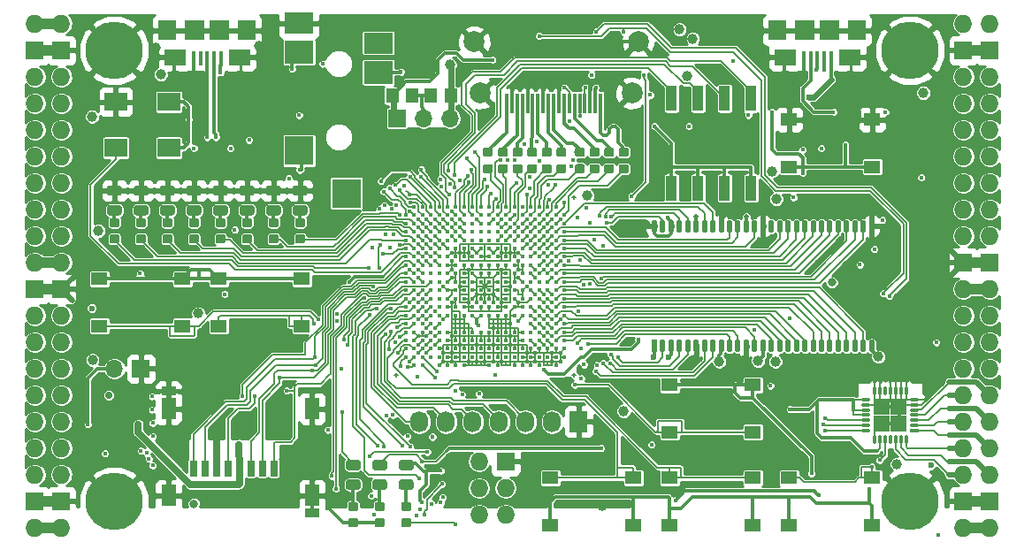
<source format=gtl>
G04 #@! TF.GenerationSoftware,KiCad,Pcbnew,5.0.0+dfsg1-2*
G04 #@! TF.CreationDate,2018-09-18T16:04:32+02:00*
G04 #@! TF.ProjectId,ulx3s,756C7833732E6B696361645F70636200,rev?*
G04 #@! TF.SameCoordinates,Original*
G04 #@! TF.FileFunction,Copper,L1,Top,Signal*
G04 #@! TF.FilePolarity,Positive*
%FSLAX46Y46*%
G04 Gerber Fmt 4.6, Leading zero omitted, Abs format (unit mm)*
G04 Created by KiCad (PCBNEW 5.0.0+dfsg1-2) date Tue Sep 18 16:04:32 2018*
%MOMM*%
%LPD*%
G01*
G04 APERTURE LIST*
G04 #@! TA.AperFunction,SMDPad,CuDef*
%ADD10O,0.560000X1.200000*%
G04 #@! TD*
G04 #@! TA.AperFunction,SMDPad,CuDef*
%ADD11R,0.560000X1.200000*%
G04 #@! TD*
G04 #@! TA.AperFunction,BGAPad,CuDef*
%ADD12C,0.400000*%
G04 #@! TD*
G04 #@! TA.AperFunction,SMDPad,CuDef*
%ADD13O,0.127000X0.508000*%
G04 #@! TD*
G04 #@! TA.AperFunction,SMDPad,CuDef*
%ADD14O,0.508000X0.127000*%
G04 #@! TD*
G04 #@! TA.AperFunction,SMDPad,CuDef*
%ADD15R,1.625000X1.625000*%
G04 #@! TD*
G04 #@! TA.AperFunction,SMDPad,CuDef*
%ADD16O,0.300000X0.950000*%
G04 #@! TD*
G04 #@! TA.AperFunction,SMDPad,CuDef*
%ADD17O,0.950000X0.300000*%
G04 #@! TD*
G04 #@! TA.AperFunction,SMDPad,CuDef*
%ADD18R,0.950000X0.300000*%
G04 #@! TD*
G04 #@! TA.AperFunction,Conductor*
%ADD19C,0.100000*%
G04 #@! TD*
G04 #@! TA.AperFunction,SMDPad,CuDef*
%ADD20C,0.875000*%
G04 #@! TD*
G04 #@! TA.AperFunction,SMDPad,CuDef*
%ADD21C,0.975000*%
G04 #@! TD*
G04 #@! TA.AperFunction,SMDPad,CuDef*
%ADD22R,1.120000X2.440000*%
G04 #@! TD*
G04 #@! TA.AperFunction,SMDPad,CuDef*
%ADD23R,1.800000X1.900000*%
G04 #@! TD*
G04 #@! TA.AperFunction,SMDPad,CuDef*
%ADD24R,0.400000X1.350000*%
G04 #@! TD*
G04 #@! TA.AperFunction,SMDPad,CuDef*
%ADD25R,1.900000X1.900000*%
G04 #@! TD*
G04 #@! TA.AperFunction,SMDPad,CuDef*
%ADD26R,2.100000X1.600000*%
G04 #@! TD*
G04 #@! TA.AperFunction,SMDPad,CuDef*
%ADD27R,2.800000X2.000000*%
G04 #@! TD*
G04 #@! TA.AperFunction,SMDPad,CuDef*
%ADD28R,2.800000X2.200000*%
G04 #@! TD*
G04 #@! TA.AperFunction,SMDPad,CuDef*
%ADD29R,2.800000X2.800000*%
G04 #@! TD*
G04 #@! TA.AperFunction,SMDPad,CuDef*
%ADD30R,0.300000X1.900000*%
G04 #@! TD*
G04 #@! TA.AperFunction,ComponentPad*
%ADD31C,2.000000*%
G04 #@! TD*
G04 #@! TA.AperFunction,SMDPad,CuDef*
%ADD32R,0.700000X1.500000*%
G04 #@! TD*
G04 #@! TA.AperFunction,SMDPad,CuDef*
%ADD33R,1.450000X0.900000*%
G04 #@! TD*
G04 #@! TA.AperFunction,SMDPad,CuDef*
%ADD34R,1.450000X2.000000*%
G04 #@! TD*
G04 #@! TA.AperFunction,SMDPad,CuDef*
%ADD35R,2.200000X1.800000*%
G04 #@! TD*
G04 #@! TA.AperFunction,ComponentPad*
%ADD36R,1.727200X2.032000*%
G04 #@! TD*
G04 #@! TA.AperFunction,ComponentPad*
%ADD37O,1.727200X2.032000*%
G04 #@! TD*
G04 #@! TA.AperFunction,ComponentPad*
%ADD38O,1.727200X1.727200*%
G04 #@! TD*
G04 #@! TA.AperFunction,ComponentPad*
%ADD39R,1.727200X1.727200*%
G04 #@! TD*
G04 #@! TA.AperFunction,ComponentPad*
%ADD40C,5.500000*%
G04 #@! TD*
G04 #@! TA.AperFunction,ComponentPad*
%ADD41R,1.700000X1.700000*%
G04 #@! TD*
G04 #@! TA.AperFunction,ComponentPad*
%ADD42O,1.700000X1.700000*%
G04 #@! TD*
G04 #@! TA.AperFunction,SMDPad,CuDef*
%ADD43R,1.295000X1.400000*%
G04 #@! TD*
G04 #@! TA.AperFunction,SMDPad,CuDef*
%ADD44R,1.550000X1.300000*%
G04 #@! TD*
G04 #@! TA.AperFunction,ViaPad*
%ADD45C,2.000000*%
G04 #@! TD*
G04 #@! TA.AperFunction,ViaPad*
%ADD46C,0.419000*%
G04 #@! TD*
G04 #@! TA.AperFunction,ViaPad*
%ADD47C,1.000000*%
G04 #@! TD*
G04 #@! TA.AperFunction,ViaPad*
%ADD48C,0.600000*%
G04 #@! TD*
G04 #@! TA.AperFunction,ViaPad*
%ADD49C,0.800000*%
G04 #@! TD*
G04 #@! TA.AperFunction,ViaPad*
%ADD50C,0.500000*%
G04 #@! TD*
G04 #@! TA.AperFunction,ViaPad*
%ADD51C,0.700000*%
G04 #@! TD*
G04 #@! TA.AperFunction,ViaPad*
%ADD52C,0.454000*%
G04 #@! TD*
G04 #@! TA.AperFunction,Conductor*
%ADD53C,0.300000*%
G04 #@! TD*
G04 #@! TA.AperFunction,Conductor*
%ADD54C,0.127000*%
G04 #@! TD*
G04 #@! TA.AperFunction,Conductor*
%ADD55C,0.500000*%
G04 #@! TD*
G04 #@! TA.AperFunction,Conductor*
%ADD56C,1.000000*%
G04 #@! TD*
G04 #@! TA.AperFunction,Conductor*
%ADD57C,0.190000*%
G04 #@! TD*
G04 #@! TA.AperFunction,Conductor*
%ADD58C,0.700000*%
G04 #@! TD*
G04 #@! TA.AperFunction,Conductor*
%ADD59C,0.600000*%
G04 #@! TD*
G04 #@! TA.AperFunction,Conductor*
%ADD60C,0.800000*%
G04 #@! TD*
G04 #@! TA.AperFunction,Conductor*
%ADD61C,0.140000*%
G04 #@! TD*
G04 #@! TA.AperFunction,Conductor*
%ADD62C,0.254000*%
G04 #@! TD*
G04 APERTURE END LIST*
D10*
G04 #@! TO.P,U2,28*
G04 #@! TO.N,GND*
X175493000Y-82070000D03*
D11*
G04 #@! TO.P,U2,1*
G04 #@! TO.N,+3V3*
X154693000Y-93530000D03*
D10*
G04 #@! TO.P,U2,2*
G04 #@! TO.N,SDRAM_D0*
X155493000Y-93530000D03*
G04 #@! TO.P,U2,3*
G04 #@! TO.N,+3V3*
X156293000Y-93530000D03*
G04 #@! TO.P,U2,4*
G04 #@! TO.N,SDRAM_D1*
X157093000Y-93530000D03*
G04 #@! TO.P,U2,5*
G04 #@! TO.N,SDRAM_D2*
X157893000Y-93530000D03*
G04 #@! TO.P,U2,6*
G04 #@! TO.N,GND*
X158693000Y-93530000D03*
G04 #@! TO.P,U2,7*
G04 #@! TO.N,SDRAM_D3*
X159493000Y-93530000D03*
G04 #@! TO.P,U2,8*
G04 #@! TO.N,SDRAM_D4*
X160293000Y-93530000D03*
G04 #@! TO.P,U2,9*
G04 #@! TO.N,+3V3*
X161093000Y-93530000D03*
G04 #@! TO.P,U2,10*
G04 #@! TO.N,SDRAM_D5*
X161893000Y-93530000D03*
G04 #@! TO.P,U2,11*
G04 #@! TO.N,SDRAM_D6*
X162693000Y-93530000D03*
G04 #@! TO.P,U2,12*
G04 #@! TO.N,GND*
X163493000Y-93530000D03*
G04 #@! TO.P,U2,13*
G04 #@! TO.N,SDRAM_D7*
X164293000Y-93530000D03*
G04 #@! TO.P,U2,14*
G04 #@! TO.N,+3V3*
X165093000Y-93530000D03*
G04 #@! TO.P,U2,15*
G04 #@! TO.N,SDRAM_DQM0*
X165893000Y-93530000D03*
G04 #@! TO.P,U2,16*
G04 #@! TO.N,SDRAM_nWE*
X166693000Y-93530000D03*
G04 #@! TO.P,U2,17*
G04 #@! TO.N,SDRAM_nCAS*
X167493000Y-93530000D03*
G04 #@! TO.P,U2,18*
G04 #@! TO.N,SDRAM_nRAS*
X168293000Y-93530000D03*
G04 #@! TO.P,U2,19*
G04 #@! TO.N,SDRAM_nCS*
X169093000Y-93530000D03*
G04 #@! TO.P,U2,20*
G04 #@! TO.N,SDRAM_BA0*
X169893000Y-93530000D03*
G04 #@! TO.P,U2,21*
G04 #@! TO.N,SDRAM_BA1*
X170693000Y-93530000D03*
G04 #@! TO.P,U2,22*
G04 #@! TO.N,SDRAM_A10*
X171493000Y-93530000D03*
G04 #@! TO.P,U2,23*
G04 #@! TO.N,SDRAM_A0*
X172293000Y-93530000D03*
G04 #@! TO.P,U2,24*
G04 #@! TO.N,SDRAM_A1*
X173093000Y-93530000D03*
G04 #@! TO.P,U2,25*
G04 #@! TO.N,SDRAM_A2*
X173893000Y-93530000D03*
G04 #@! TO.P,U2,26*
G04 #@! TO.N,SDRAM_A3*
X174693000Y-93530000D03*
G04 #@! TO.P,U2,27*
G04 #@! TO.N,+3V3*
X175493000Y-93530000D03*
G04 #@! TO.P,U2,29*
G04 #@! TO.N,SDRAM_A4*
X174693000Y-82070000D03*
G04 #@! TO.P,U2,30*
G04 #@! TO.N,SDRAM_A5*
X173893000Y-82070000D03*
G04 #@! TO.P,U2,31*
G04 #@! TO.N,SDRAM_A6*
X173093000Y-82070000D03*
G04 #@! TO.P,U2,32*
G04 #@! TO.N,SDRAM_A7*
X172293000Y-82070000D03*
G04 #@! TO.P,U2,33*
G04 #@! TO.N,SDRAM_A8*
X171493000Y-82070000D03*
G04 #@! TO.P,U2,34*
G04 #@! TO.N,SDRAM_A9*
X170693000Y-82070000D03*
G04 #@! TO.P,U2,35*
G04 #@! TO.N,SDRAM_A11*
X169893000Y-82070000D03*
G04 #@! TO.P,U2,36*
G04 #@! TO.N,SDRAM_A12*
X169093000Y-82070000D03*
G04 #@! TO.P,U2,37*
G04 #@! TO.N,SDRAM_CKE*
X168293000Y-82070000D03*
G04 #@! TO.P,U2,38*
G04 #@! TO.N,SDRAM_CLK*
X167493000Y-82070000D03*
G04 #@! TO.P,U2,39*
G04 #@! TO.N,SDRAM_DQM1*
X166693000Y-82070000D03*
G04 #@! TO.P,U2,40*
G04 #@! TO.N,N/C*
X165893000Y-82070000D03*
G04 #@! TO.P,U2,41*
G04 #@! TO.N,GND*
X165093000Y-82070000D03*
G04 #@! TO.P,U2,42*
G04 #@! TO.N,SDRAM_D8*
X164293000Y-82070000D03*
G04 #@! TO.P,U2,43*
G04 #@! TO.N,+3V3*
X163493000Y-82070000D03*
G04 #@! TO.P,U2,44*
G04 #@! TO.N,SDRAM_D9*
X162693000Y-82070000D03*
G04 #@! TO.P,U2,45*
G04 #@! TO.N,SDRAM_D10*
X161893000Y-82070000D03*
G04 #@! TO.P,U2,46*
G04 #@! TO.N,GND*
X161093000Y-82070000D03*
G04 #@! TO.P,U2,47*
G04 #@! TO.N,SDRAM_D11*
X160293000Y-82070000D03*
G04 #@! TO.P,U2,48*
G04 #@! TO.N,SDRAM_D12*
X159493000Y-82070000D03*
G04 #@! TO.P,U2,49*
G04 #@! TO.N,+3V3*
X158693000Y-82070000D03*
G04 #@! TO.P,U2,50*
G04 #@! TO.N,SDRAM_D13*
X157893000Y-82070000D03*
G04 #@! TO.P,U2,51*
G04 #@! TO.N,SDRAM_D14*
X157093000Y-82070000D03*
G04 #@! TO.P,U2,52*
G04 #@! TO.N,GND*
X156293000Y-82070000D03*
G04 #@! TO.P,U2,53*
G04 #@! TO.N,SDRAM_D15*
X155493000Y-82070000D03*
G04 #@! TO.P,U2,54*
G04 #@! TO.N,GND*
X154693000Y-82070000D03*
G04 #@! TD*
D12*
G04 #@! TO.P,U1,Y19*
G04 #@! TO.N,GND*
X145280000Y-95400000D03*
G04 #@! TO.P,U1,Y17*
X143680000Y-95400000D03*
G04 #@! TO.P,U1,Y16*
X142880000Y-95400000D03*
G04 #@! TO.P,U1,Y15*
X142080000Y-95400000D03*
G04 #@! TO.P,U1,Y14*
X141280000Y-95400000D03*
G04 #@! TO.P,U1,Y12*
X139680000Y-95400000D03*
G04 #@! TO.P,U1,Y11*
X138880000Y-95400000D03*
G04 #@! TO.P,U1,Y8*
X136480000Y-95400000D03*
G04 #@! TO.P,U1,Y7*
X135680000Y-95400000D03*
G04 #@! TO.P,U1,Y6*
X134880000Y-95400000D03*
G04 #@! TO.P,U1,Y5*
X134080000Y-95400000D03*
G04 #@! TO.P,U1,Y3*
G04 #@! TO.N,/flash/FPGA_DONE*
X132480000Y-95400000D03*
G04 #@! TO.P,U1,Y2*
G04 #@! TO.N,/flash/FLASH_nWP*
X131680000Y-95400000D03*
G04 #@! TO.P,U1,W20*
G04 #@! TO.N,GND*
X146080000Y-94600000D03*
G04 #@! TO.P,U1,W19*
X145280000Y-94600000D03*
G04 #@! TO.P,U1,W18*
G04 #@! TO.N,N/C*
X144480000Y-94600000D03*
G04 #@! TO.P,U1,W17*
X143680000Y-94600000D03*
G04 #@! TO.P,U1,W16*
G04 #@! TO.N,GND*
X142880000Y-94600000D03*
G04 #@! TO.P,U1,W15*
X142080000Y-94600000D03*
G04 #@! TO.P,U1,W14*
G04 #@! TO.N,N/C*
X141280000Y-94600000D03*
G04 #@! TO.P,U1,W13*
X140480000Y-94600000D03*
G04 #@! TO.P,U1,W12*
G04 #@! TO.N,GND*
X139680000Y-94600000D03*
G04 #@! TO.P,U1,W11*
G04 #@! TO.N,N/C*
X138880000Y-94600000D03*
G04 #@! TO.P,U1,W10*
X138080000Y-94600000D03*
G04 #@! TO.P,U1,W9*
X137280000Y-94600000D03*
G04 #@! TO.P,U1,W8*
X136480000Y-94600000D03*
G04 #@! TO.P,U1,W7*
G04 #@! TO.N,GND*
X135680000Y-94600000D03*
G04 #@! TO.P,U1,W6*
X134880000Y-94600000D03*
G04 #@! TO.P,U1,W5*
G04 #@! TO.N,N/C*
X134080000Y-94600000D03*
G04 #@! TO.P,U1,W4*
X133280000Y-94600000D03*
G04 #@! TO.P,U1,W3*
G04 #@! TO.N,/flash/FPGA_PROGRAMN*
X132480000Y-94600000D03*
G04 #@! TO.P,U1,W2*
G04 #@! TO.N,/flash/FLASH_MOSI*
X131680000Y-94600000D03*
G04 #@! TO.P,U1,W1*
G04 #@! TO.N,/flash/FLASH_nHOLD*
X130880000Y-94600000D03*
G04 #@! TO.P,U1,V20*
G04 #@! TO.N,GND*
X146080000Y-93800000D03*
G04 #@! TO.P,U1,V19*
X145280000Y-93800000D03*
G04 #@! TO.P,U1,V18*
X144480000Y-93800000D03*
G04 #@! TO.P,U1,V17*
X143680000Y-93800000D03*
G04 #@! TO.P,U1,V16*
X142880000Y-93800000D03*
G04 #@! TO.P,U1,V15*
X142080000Y-93800000D03*
G04 #@! TO.P,U1,V14*
X141280000Y-93800000D03*
G04 #@! TO.P,U1,V13*
X140480000Y-93800000D03*
G04 #@! TO.P,U1,V12*
X139680000Y-93800000D03*
G04 #@! TO.P,U1,V11*
X138880000Y-93800000D03*
G04 #@! TO.P,U1,V10*
X138080000Y-93800000D03*
G04 #@! TO.P,U1,V9*
X137280000Y-93800000D03*
G04 #@! TO.P,U1,V8*
X136480000Y-93800000D03*
G04 #@! TO.P,U1,V7*
X135680000Y-93800000D03*
G04 #@! TO.P,U1,V6*
X134880000Y-93800000D03*
G04 #@! TO.P,U1,V5*
X134080000Y-93800000D03*
G04 #@! TO.P,U1,V4*
G04 #@! TO.N,JTAG_TDO*
X133280000Y-93800000D03*
G04 #@! TO.P,U1,V3*
G04 #@! TO.N,/flash/FPGA_INITN*
X132480000Y-93800000D03*
G04 #@! TO.P,U1,V2*
G04 #@! TO.N,/flash/FLASH_MISO*
X131680000Y-93800000D03*
G04 #@! TO.P,U1,V1*
G04 #@! TO.N,BTN_D*
X130880000Y-93800000D03*
G04 #@! TO.P,U1,U20*
G04 #@! TO.N,SDRAM_D7*
X146080000Y-93000000D03*
G04 #@! TO.P,U1,U19*
G04 #@! TO.N,SDRAM_DQM0*
X145280000Y-93000000D03*
G04 #@! TO.P,U1,U18*
G04 #@! TO.N,GP14*
X144480000Y-93000000D03*
G04 #@! TO.P,U1,U17*
G04 #@! TO.N,GN14*
X143680000Y-93000000D03*
G04 #@! TO.P,U1,U16*
G04 #@! TO.N,ADC_MISO*
X142880000Y-93000000D03*
G04 #@! TO.P,U1,U15*
G04 #@! TO.N,GND*
X142080000Y-93000000D03*
G04 #@! TO.P,U1,U14*
X141280000Y-93000000D03*
G04 #@! TO.P,U1,U13*
X140480000Y-93000000D03*
G04 #@! TO.P,U1,U12*
X139680000Y-93000000D03*
G04 #@! TO.P,U1,U11*
X138880000Y-93000000D03*
G04 #@! TO.P,U1,U10*
X138080000Y-93000000D03*
G04 #@! TO.P,U1,U9*
X137280000Y-93000000D03*
G04 #@! TO.P,U1,U8*
X136480000Y-93000000D03*
G04 #@! TO.P,U1,U7*
X135680000Y-93000000D03*
G04 #@! TO.P,U1,U6*
X134880000Y-93000000D03*
G04 #@! TO.P,U1,U5*
G04 #@! TO.N,JTAG_TMS*
X134080000Y-93000000D03*
G04 #@! TO.P,U1,U4*
G04 #@! TO.N,GND*
X133280000Y-93000000D03*
G04 #@! TO.P,U1,U3*
G04 #@! TO.N,/flash/FLASH_SCK*
X132480000Y-93000000D03*
G04 #@! TO.P,U1,U2*
G04 #@! TO.N,+3V3*
X131680000Y-93000000D03*
G04 #@! TO.P,U1,U1*
G04 #@! TO.N,BTN_L*
X130880000Y-93000000D03*
G04 #@! TO.P,U1,T20*
G04 #@! TO.N,SDRAM_nWE*
X146080000Y-92200000D03*
G04 #@! TO.P,U1,T19*
G04 #@! TO.N,SDRAM_nCAS*
X145280000Y-92200000D03*
G04 #@! TO.P,U1,T18*
G04 #@! TO.N,SDRAM_D5*
X144480000Y-92200000D03*
G04 #@! TO.P,U1,T17*
G04 #@! TO.N,SDRAM_D6*
X143680000Y-92200000D03*
G04 #@! TO.P,U1,T16*
G04 #@! TO.N,N/C*
X142880000Y-92200000D03*
G04 #@! TO.P,U1,T15*
G04 #@! TO.N,GND*
X142080000Y-92200000D03*
G04 #@! TO.P,U1,T14*
X141280000Y-92200000D03*
G04 #@! TO.P,U1,T13*
X140480000Y-92200000D03*
G04 #@! TO.P,U1,T12*
X139680000Y-92200000D03*
G04 #@! TO.P,U1,T11*
X138880000Y-92200000D03*
G04 #@! TO.P,U1,T10*
X138080000Y-92200000D03*
G04 #@! TO.P,U1,T9*
X137280000Y-92200000D03*
G04 #@! TO.P,U1,T8*
X136480000Y-92200000D03*
G04 #@! TO.P,U1,T7*
X135680000Y-92200000D03*
G04 #@! TO.P,U1,T6*
X134880000Y-92200000D03*
G04 #@! TO.P,U1,T5*
G04 #@! TO.N,JTAG_TCK*
X134080000Y-92200000D03*
G04 #@! TO.P,U1,T4*
G04 #@! TO.N,+3V3*
X133280000Y-92200000D03*
G04 #@! TO.P,U1,T3*
X132480000Y-92200000D03*
G04 #@! TO.P,U1,T2*
X131680000Y-92200000D03*
G04 #@! TO.P,U1,T1*
G04 #@! TO.N,BTN_F2*
X130880000Y-92200000D03*
G04 #@! TO.P,U1,R20*
G04 #@! TO.N,SDRAM_nRAS*
X146080000Y-91400000D03*
G04 #@! TO.P,U1,R19*
G04 #@! TO.N,GND*
X145280000Y-91400000D03*
G04 #@! TO.P,U1,R18*
G04 #@! TO.N,BTN_U*
X144480000Y-91400000D03*
G04 #@! TO.P,U1,R17*
G04 #@! TO.N,ADC_CSn*
X143680000Y-91400000D03*
G04 #@! TO.P,U1,R16*
G04 #@! TO.N,ADC_MOSI*
X142880000Y-91400000D03*
G04 #@! TO.P,U1,R5*
G04 #@! TO.N,JTAG_TDI*
X134080000Y-91400000D03*
G04 #@! TO.P,U1,R4*
G04 #@! TO.N,GND*
X133280000Y-91400000D03*
G04 #@! TO.P,U1,R3*
G04 #@! TO.N,N/C*
X132480000Y-91400000D03*
G04 #@! TO.P,U1,R2*
G04 #@! TO.N,/flash/FLASH_nCS*
X131680000Y-91400000D03*
G04 #@! TO.P,U1,R1*
G04 #@! TO.N,BTN_F1*
X130880000Y-91400000D03*
G04 #@! TO.P,U1,P20*
G04 #@! TO.N,SDRAM_nCS*
X146080000Y-90600000D03*
G04 #@! TO.P,U1,P19*
G04 #@! TO.N,SDRAM_BA0*
X145280000Y-90600000D03*
G04 #@! TO.P,U1,P18*
G04 #@! TO.N,SDRAM_D4*
X144480000Y-90600000D03*
G04 #@! TO.P,U1,P17*
G04 #@! TO.N,ADC_SCLK*
X143680000Y-90600000D03*
G04 #@! TO.P,U1,P16*
G04 #@! TO.N,GN15*
X142880000Y-90600000D03*
G04 #@! TO.P,U1,P15*
G04 #@! TO.N,+2V5*
X142080000Y-90600000D03*
G04 #@! TO.P,U1,P14*
G04 #@! TO.N,GND*
X141280000Y-90600000D03*
G04 #@! TO.P,U1,P13*
X140480000Y-90600000D03*
G04 #@! TO.P,U1,P12*
X139680000Y-90600000D03*
G04 #@! TO.P,U1,P11*
X138880000Y-90600000D03*
G04 #@! TO.P,U1,P10*
G04 #@! TO.N,+3V3*
X138080000Y-90600000D03*
G04 #@! TO.P,U1,P9*
X137280000Y-90600000D03*
G04 #@! TO.P,U1,P8*
G04 #@! TO.N,GND*
X136480000Y-90600000D03*
G04 #@! TO.P,U1,P7*
X135680000Y-90600000D03*
G04 #@! TO.P,U1,P6*
G04 #@! TO.N,+2V5*
X134880000Y-90600000D03*
G04 #@! TO.P,U1,P5*
G04 #@! TO.N,N/C*
X134080000Y-90600000D03*
G04 #@! TO.P,U1,P4*
G04 #@! TO.N,OLED_CLK*
X133280000Y-90600000D03*
G04 #@! TO.P,U1,P3*
G04 #@! TO.N,OLED_MOSI*
X132480000Y-90600000D03*
G04 #@! TO.P,U1,P2*
G04 #@! TO.N,OLED_RES*
X131680000Y-90600000D03*
G04 #@! TO.P,U1,P1*
G04 #@! TO.N,OLED_DC*
X130880000Y-90600000D03*
G04 #@! TO.P,U1,N20*
G04 #@! TO.N,SDRAM_BA1*
X146080000Y-89800000D03*
G04 #@! TO.P,U1,N19*
G04 #@! TO.N,SDRAM_A10*
X145280000Y-89800000D03*
G04 #@! TO.P,U1,N18*
G04 #@! TO.N,SDRAM_D3*
X144480000Y-89800000D03*
G04 #@! TO.P,U1,N17*
G04 #@! TO.N,GP15*
X143680000Y-89800000D03*
G04 #@! TO.P,U1,N16*
G04 #@! TO.N,GP16*
X142880000Y-89800000D03*
G04 #@! TO.P,U1,N15*
G04 #@! TO.N,GND*
X142080000Y-89800000D03*
G04 #@! TO.P,U1,N14*
X141280000Y-89800000D03*
G04 #@! TO.P,U1,N13*
G04 #@! TO.N,+1V1*
X140480000Y-89800000D03*
G04 #@! TO.P,U1,N12*
X139680000Y-89800000D03*
G04 #@! TO.P,U1,N11*
X138880000Y-89800000D03*
G04 #@! TO.P,U1,N10*
X138080000Y-89800000D03*
G04 #@! TO.P,U1,N9*
X137280000Y-89800000D03*
G04 #@! TO.P,U1,N8*
X136480000Y-89800000D03*
G04 #@! TO.P,U1,N7*
G04 #@! TO.N,GND*
X135680000Y-89800000D03*
G04 #@! TO.P,U1,N6*
X134880000Y-89800000D03*
G04 #@! TO.P,U1,N5*
G04 #@! TO.N,N/C*
X134080000Y-89800000D03*
G04 #@! TO.P,U1,N4*
G04 #@! TO.N,WIFI_GPIO5*
X133280000Y-89800000D03*
G04 #@! TO.P,U1,N3*
G04 #@! TO.N,WIFI_GPIO17*
X132480000Y-89800000D03*
G04 #@! TO.P,U1,N2*
G04 #@! TO.N,OLED_CS*
X131680000Y-89800000D03*
G04 #@! TO.P,U1,N1*
G04 #@! TO.N,FTDI_nDTR*
X130880000Y-89800000D03*
G04 #@! TO.P,U1,M20*
G04 #@! TO.N,SDRAM_A0*
X146080000Y-89000000D03*
G04 #@! TO.P,U1,M19*
G04 #@! TO.N,SDRAM_A1*
X145280000Y-89000000D03*
G04 #@! TO.P,U1,M18*
G04 #@! TO.N,SDRAM_D2*
X144480000Y-89000000D03*
G04 #@! TO.P,U1,M17*
G04 #@! TO.N,GN16*
X143680000Y-89000000D03*
G04 #@! TO.P,U1,M16*
G04 #@! TO.N,GND*
X142880000Y-89000000D03*
G04 #@! TO.P,U1,M15*
G04 #@! TO.N,+3V3*
X142080000Y-89000000D03*
G04 #@! TO.P,U1,M14*
G04 #@! TO.N,GND*
X141280000Y-89000000D03*
G04 #@! TO.P,U1,M13*
G04 #@! TO.N,+1V1*
X140480000Y-89000000D03*
G04 #@! TO.P,U1,M12*
G04 #@! TO.N,GND*
X139680000Y-89000000D03*
G04 #@! TO.P,U1,M11*
X138880000Y-89000000D03*
G04 #@! TO.P,U1,M10*
X138080000Y-89000000D03*
G04 #@! TO.P,U1,M9*
X137280000Y-89000000D03*
G04 #@! TO.P,U1,M8*
G04 #@! TO.N,+1V1*
X136480000Y-89000000D03*
G04 #@! TO.P,U1,M7*
G04 #@! TO.N,GND*
X135680000Y-89000000D03*
G04 #@! TO.P,U1,M6*
G04 #@! TO.N,+3V3*
X134880000Y-89000000D03*
G04 #@! TO.P,U1,M5*
G04 #@! TO.N,N/C*
X134080000Y-89000000D03*
G04 #@! TO.P,U1,M4*
G04 #@! TO.N,USER_PROGRAMN*
X133280000Y-89000000D03*
G04 #@! TO.P,U1,M3*
G04 #@! TO.N,FTDI_nRTS*
X132480000Y-89000000D03*
G04 #@! TO.P,U1,M2*
G04 #@! TO.N,GND*
X131680000Y-89000000D03*
G04 #@! TO.P,U1,M1*
G04 #@! TO.N,FTDI_TXD*
X130880000Y-89000000D03*
G04 #@! TO.P,U1,L20*
G04 #@! TO.N,SDRAM_A2*
X146080000Y-88200000D03*
G04 #@! TO.P,U1,L19*
G04 #@! TO.N,SDRAM_A3*
X145280000Y-88200000D03*
G04 #@! TO.P,U1,L18*
G04 #@! TO.N,SDRAM_D1*
X144480000Y-88200000D03*
G04 #@! TO.P,U1,L17*
G04 #@! TO.N,GN17*
X143680000Y-88200000D03*
G04 #@! TO.P,U1,L16*
G04 #@! TO.N,GP17*
X142880000Y-88200000D03*
G04 #@! TO.P,U1,L15*
G04 #@! TO.N,+3V3*
X142080000Y-88200000D03*
G04 #@! TO.P,U1,L14*
X141280000Y-88200000D03*
G04 #@! TO.P,U1,L13*
G04 #@! TO.N,+1V1*
X140480000Y-88200000D03*
G04 #@! TO.P,U1,L12*
G04 #@! TO.N,GND*
X139680000Y-88200000D03*
G04 #@! TO.P,U1,L11*
X138880000Y-88200000D03*
G04 #@! TO.P,U1,L10*
X138080000Y-88200000D03*
G04 #@! TO.P,U1,L9*
X137280000Y-88200000D03*
G04 #@! TO.P,U1,L8*
G04 #@! TO.N,+1V1*
X136480000Y-88200000D03*
G04 #@! TO.P,U1,L7*
G04 #@! TO.N,+3V3*
X135680000Y-88200000D03*
G04 #@! TO.P,U1,L6*
X134880000Y-88200000D03*
G04 #@! TO.P,U1,L5*
G04 #@! TO.N,N/C*
X134080000Y-88200000D03*
G04 #@! TO.P,U1,L4*
G04 #@! TO.N,FTDI_RXD*
X133280000Y-88200000D03*
G04 #@! TO.P,U1,L3*
G04 #@! TO.N,FTDI_TXDEN*
X132480000Y-88200000D03*
G04 #@! TO.P,U1,L2*
G04 #@! TO.N,WIFI_GPIO0*
X131680000Y-88200000D03*
G04 #@! TO.P,U1,L1*
G04 #@! TO.N,WIFI_GPIO16*
X130880000Y-88200000D03*
G04 #@! TO.P,U1,K20*
G04 #@! TO.N,SDRAM_A4*
X146080000Y-87400000D03*
G04 #@! TO.P,U1,K19*
G04 #@! TO.N,SDRAM_A5*
X145280000Y-87400000D03*
G04 #@! TO.P,U1,K18*
G04 #@! TO.N,SDRAM_A6*
X144480000Y-87400000D03*
G04 #@! TO.P,U1,K17*
G04 #@! TO.N,N/C*
X143680000Y-87400000D03*
G04 #@! TO.P,U1,K16*
X142880000Y-87400000D03*
G04 #@! TO.P,U1,K15*
G04 #@! TO.N,GND*
X142080000Y-87400000D03*
G04 #@! TO.P,U1,K14*
X141280000Y-87400000D03*
G04 #@! TO.P,U1,K13*
G04 #@! TO.N,+1V1*
X140480000Y-87400000D03*
G04 #@! TO.P,U1,K12*
G04 #@! TO.N,GND*
X139680000Y-87400000D03*
G04 #@! TO.P,U1,K11*
X138880000Y-87400000D03*
G04 #@! TO.P,U1,K10*
X138080000Y-87400000D03*
G04 #@! TO.P,U1,K9*
X137280000Y-87400000D03*
G04 #@! TO.P,U1,K8*
G04 #@! TO.N,+1V1*
X136480000Y-87400000D03*
G04 #@! TO.P,U1,K7*
G04 #@! TO.N,GND*
X135680000Y-87400000D03*
G04 #@! TO.P,U1,K6*
X134880000Y-87400000D03*
G04 #@! TO.P,U1,K5*
G04 #@! TO.N,N/C*
X134080000Y-87400000D03*
G04 #@! TO.P,U1,K4*
G04 #@! TO.N,WIFI_TXD*
X133280000Y-87400000D03*
G04 #@! TO.P,U1,K3*
G04 #@! TO.N,WIFI_RXD*
X132480000Y-87400000D03*
G04 #@! TO.P,U1,K2*
G04 #@! TO.N,SD_D3*
X131680000Y-87400000D03*
G04 #@! TO.P,U1,K1*
G04 #@! TO.N,SD_D2*
X130880000Y-87400000D03*
G04 #@! TO.P,U1,J20*
G04 #@! TO.N,SDRAM_A7*
X146080000Y-86600000D03*
G04 #@! TO.P,U1,J19*
G04 #@! TO.N,SDRAM_A8*
X145280000Y-86600000D03*
G04 #@! TO.P,U1,J18*
G04 #@! TO.N,SDRAM_D14*
X144480000Y-86600000D03*
G04 #@! TO.P,U1,J17*
G04 #@! TO.N,SDRAM_D15*
X143680000Y-86600000D03*
G04 #@! TO.P,U1,J16*
G04 #@! TO.N,SDRAM_D0*
X142880000Y-86600000D03*
G04 #@! TO.P,U1,J15*
G04 #@! TO.N,+3V3*
X142080000Y-86600000D03*
G04 #@! TO.P,U1,J14*
G04 #@! TO.N,GND*
X141280000Y-86600000D03*
G04 #@! TO.P,U1,J13*
G04 #@! TO.N,+1V1*
X140480000Y-86600000D03*
G04 #@! TO.P,U1,J12*
G04 #@! TO.N,GND*
X139680000Y-86600000D03*
G04 #@! TO.P,U1,J11*
X138880000Y-86600000D03*
G04 #@! TO.P,U1,J10*
X138080000Y-86600000D03*
G04 #@! TO.P,U1,J9*
X137280000Y-86600000D03*
G04 #@! TO.P,U1,J8*
G04 #@! TO.N,+1V1*
X136480000Y-86600000D03*
G04 #@! TO.P,U1,J7*
G04 #@! TO.N,GND*
X135680000Y-86600000D03*
G04 #@! TO.P,U1,J6*
G04 #@! TO.N,2V5_3V3*
X134880000Y-86600000D03*
G04 #@! TO.P,U1,J5*
G04 #@! TO.N,N/C*
X134080000Y-86600000D03*
G04 #@! TO.P,U1,J4*
X133280000Y-86600000D03*
G04 #@! TO.P,U1,J3*
G04 #@! TO.N,SD_D0*
X132480000Y-86600000D03*
G04 #@! TO.P,U1,J2*
G04 #@! TO.N,GND*
X131680000Y-86600000D03*
G04 #@! TO.P,U1,J1*
G04 #@! TO.N,SD_CMD*
X130880000Y-86600000D03*
G04 #@! TO.P,U1,H20*
G04 #@! TO.N,SDRAM_A9*
X146080000Y-85800000D03*
G04 #@! TO.P,U1,H19*
G04 #@! TO.N,GND*
X145280000Y-85800000D03*
G04 #@! TO.P,U1,H18*
G04 #@! TO.N,GP18*
X144480000Y-85800000D03*
G04 #@! TO.P,U1,H17*
G04 #@! TO.N,GN18*
X143680000Y-85800000D03*
G04 #@! TO.P,U1,H16*
G04 #@! TO.N,BTN_R*
X142880000Y-85800000D03*
G04 #@! TO.P,U1,H15*
G04 #@! TO.N,+3V3*
X142080000Y-85800000D03*
G04 #@! TO.P,U1,H14*
X141280000Y-85800000D03*
G04 #@! TO.P,U1,H13*
G04 #@! TO.N,+1V1*
X140480000Y-85800000D03*
G04 #@! TO.P,U1,H12*
X139680000Y-85800000D03*
G04 #@! TO.P,U1,H11*
X138880000Y-85800000D03*
G04 #@! TO.P,U1,H10*
X138080000Y-85800000D03*
G04 #@! TO.P,U1,H9*
X137280000Y-85800000D03*
G04 #@! TO.P,U1,H8*
X136480000Y-85800000D03*
G04 #@! TO.P,U1,H7*
G04 #@! TO.N,2V5_3V3*
X135680000Y-85800000D03*
G04 #@! TO.P,U1,H6*
X134880000Y-85800000D03*
G04 #@! TO.P,U1,H5*
G04 #@! TO.N,AUDIO_V0*
X134080000Y-85800000D03*
G04 #@! TO.P,U1,H4*
G04 #@! TO.N,GP13*
X133280000Y-85800000D03*
G04 #@! TO.P,U1,H3*
G04 #@! TO.N,LED7*
X132480000Y-85800000D03*
G04 #@! TO.P,U1,H2*
G04 #@! TO.N,SD_CLK*
X131680000Y-85800000D03*
G04 #@! TO.P,U1,H1*
G04 #@! TO.N,SD_D1*
X130880000Y-85800000D03*
G04 #@! TO.P,U1,G20*
G04 #@! TO.N,SDRAM_A11*
X146080000Y-85000000D03*
G04 #@! TO.P,U1,G19*
G04 #@! TO.N,SDRAM_A12*
X145280000Y-85000000D03*
G04 #@! TO.P,U1,G18*
G04 #@! TO.N,GN19*
X144480000Y-85000000D03*
G04 #@! TO.P,U1,G17*
G04 #@! TO.N,GND*
X143680000Y-85000000D03*
G04 #@! TO.P,U1,G16*
G04 #@! TO.N,SHUTDOWN*
X142880000Y-85000000D03*
G04 #@! TO.P,U1,G15*
G04 #@! TO.N,GND*
X142080000Y-85000000D03*
G04 #@! TO.P,U1,G14*
X141280000Y-85000000D03*
G04 #@! TO.P,U1,G13*
X140480000Y-85000000D03*
G04 #@! TO.P,U1,G12*
X139680000Y-85000000D03*
G04 #@! TO.P,U1,G11*
X138880000Y-85000000D03*
G04 #@! TO.P,U1,G10*
X138080000Y-85000000D03*
G04 #@! TO.P,U1,G9*
X137280000Y-85000000D03*
G04 #@! TO.P,U1,G8*
X136480000Y-85000000D03*
G04 #@! TO.P,U1,G7*
X135680000Y-85000000D03*
G04 #@! TO.P,U1,G6*
X134880000Y-85000000D03*
G04 #@! TO.P,U1,G5*
G04 #@! TO.N,GN13*
X134080000Y-85000000D03*
G04 #@! TO.P,U1,G4*
G04 #@! TO.N,GND*
X133280000Y-85000000D03*
G04 #@! TO.P,U1,G3*
G04 #@! TO.N,GP12*
X132480000Y-85000000D03*
G04 #@! TO.P,U1,G2*
G04 #@! TO.N,CLK_25MHz*
X131680000Y-85000000D03*
G04 #@! TO.P,U1,G1*
G04 #@! TO.N,/usb/ANT_433MHz*
X130880000Y-85000000D03*
G04 #@! TO.P,U1,F20*
G04 #@! TO.N,SDRAM_CKE*
X146080000Y-84200000D03*
G04 #@! TO.P,U1,F19*
G04 #@! TO.N,SDRAM_CLK*
X145280000Y-84200000D03*
G04 #@! TO.P,U1,F18*
G04 #@! TO.N,SDRAM_D13*
X144480000Y-84200000D03*
G04 #@! TO.P,U1,F17*
G04 #@! TO.N,GP19*
X143680000Y-84200000D03*
G04 #@! TO.P,U1,F16*
G04 #@! TO.N,USB_FPGA_D-*
X142880000Y-84200000D03*
G04 #@! TO.P,U1,F15*
G04 #@! TO.N,+2V5*
X142080000Y-84200000D03*
G04 #@! TO.P,U1,F14*
G04 #@! TO.N,GND*
X141280000Y-84200000D03*
G04 #@! TO.P,U1,F13*
X140480000Y-84200000D03*
G04 #@! TO.P,U1,F12*
G04 #@! TO.N,+3V3*
X139680000Y-84200000D03*
G04 #@! TO.P,U1,F11*
X138880000Y-84200000D03*
G04 #@! TO.P,U1,F10*
G04 #@! TO.N,2V5_3V3*
X138080000Y-84200000D03*
G04 #@! TO.P,U1,F9*
X137280000Y-84200000D03*
G04 #@! TO.P,U1,F8*
G04 #@! TO.N,GND*
X136480000Y-84200000D03*
G04 #@! TO.P,U1,F7*
X135680000Y-84200000D03*
G04 #@! TO.P,U1,F6*
G04 #@! TO.N,+2V5*
X134880000Y-84200000D03*
G04 #@! TO.P,U1,F5*
G04 #@! TO.N,AUDIO_V2*
X134080000Y-84200000D03*
G04 #@! TO.P,U1,F4*
G04 #@! TO.N,GP11*
X133280000Y-84200000D03*
G04 #@! TO.P,U1,F3*
G04 #@! TO.N,GN12*
X132480000Y-84200000D03*
G04 #@! TO.P,U1,F2*
G04 #@! TO.N,AUDIO_V1*
X131680000Y-84200000D03*
G04 #@! TO.P,U1,F1*
G04 #@! TO.N,WIFI_EN*
X130880000Y-84200000D03*
G04 #@! TO.P,U1,E20*
G04 #@! TO.N,SDRAM_DQM1*
X146080000Y-83400000D03*
G04 #@! TO.P,U1,E19*
G04 #@! TO.N,SDRAM_D8*
X145280000Y-83400000D03*
G04 #@! TO.P,U1,E18*
G04 #@! TO.N,SDRAM_D12*
X144480000Y-83400000D03*
G04 #@! TO.P,U1,E17*
G04 #@! TO.N,GN20*
X143680000Y-83400000D03*
G04 #@! TO.P,U1,E16*
G04 #@! TO.N,USB_FPGA_D+*
X142880000Y-83400000D03*
G04 #@! TO.P,U1,E15*
G04 #@! TO.N,USB_FPGA_D-*
X142080000Y-83400000D03*
G04 #@! TO.P,U1,E14*
G04 #@! TO.N,GN25*
X141280000Y-83400000D03*
G04 #@! TO.P,U1,E13*
G04 #@! TO.N,GN27*
X140480000Y-83400000D03*
G04 #@! TO.P,U1,E12*
G04 #@! TO.N,FPDI_SCL*
X139680000Y-83400000D03*
G04 #@! TO.P,U1,E11*
G04 #@! TO.N,N/C*
X138880000Y-83400000D03*
G04 #@! TO.P,U1,E10*
X138080000Y-83400000D03*
G04 #@! TO.P,U1,E9*
X137280000Y-83400000D03*
G04 #@! TO.P,U1,E8*
G04 #@! TO.N,SW1*
X136480000Y-83400000D03*
G04 #@! TO.P,U1,E7*
G04 #@! TO.N,SW4*
X135680000Y-83400000D03*
G04 #@! TO.P,U1,E6*
G04 #@! TO.N,N/C*
X134880000Y-83400000D03*
G04 #@! TO.P,U1,E5*
G04 #@! TO.N,AUDIO_V3*
X134080000Y-83400000D03*
G04 #@! TO.P,U1,E4*
G04 #@! TO.N,AUDIO_L0*
X133280000Y-83400000D03*
G04 #@! TO.P,U1,E3*
G04 #@! TO.N,GN11*
X132480000Y-83400000D03*
G04 #@! TO.P,U1,E2*
G04 #@! TO.N,LED5*
X131680000Y-83400000D03*
G04 #@! TO.P,U1,E1*
G04 #@! TO.N,LED6*
X130880000Y-83400000D03*
G04 #@! TO.P,U1,D20*
G04 #@! TO.N,SDRAM_D9*
X146080000Y-82600000D03*
G04 #@! TO.P,U1,D19*
G04 #@! TO.N,SDRAM_D10*
X145280000Y-82600000D03*
G04 #@! TO.P,U1,D18*
G04 #@! TO.N,GP20*
X144480000Y-82600000D03*
G04 #@! TO.P,U1,D17*
G04 #@! TO.N,GN21*
X143680000Y-82600000D03*
G04 #@! TO.P,U1,D16*
G04 #@! TO.N,GN24*
X142880000Y-82600000D03*
G04 #@! TO.P,U1,D15*
G04 #@! TO.N,USB_FPGA_D+*
X142080000Y-82600000D03*
G04 #@! TO.P,U1,D14*
G04 #@! TO.N,GP25*
X141280000Y-82600000D03*
G04 #@! TO.P,U1,D13*
G04 #@! TO.N,GP27*
X140480000Y-82600000D03*
G04 #@! TO.P,U1,D12*
G04 #@! TO.N,N/C*
X139680000Y-82600000D03*
G04 #@! TO.P,U1,D11*
X138880000Y-82600000D03*
G04 #@! TO.P,U1,D10*
X138080000Y-82600000D03*
G04 #@! TO.P,U1,D9*
X137280000Y-82600000D03*
G04 #@! TO.P,U1,D8*
G04 #@! TO.N,SW2*
X136480000Y-82600000D03*
G04 #@! TO.P,U1,D7*
G04 #@! TO.N,SW3*
X135680000Y-82600000D03*
G04 #@! TO.P,U1,D6*
G04 #@! TO.N,BTN_PWRn*
X134880000Y-82600000D03*
G04 #@! TO.P,U1,D5*
G04 #@! TO.N,AUDIO_R2*
X134080000Y-82600000D03*
G04 #@! TO.P,U1,D4*
G04 #@! TO.N,GND*
X133280000Y-82600000D03*
G04 #@! TO.P,U1,D3*
G04 #@! TO.N,AUDIO_L1*
X132480000Y-82600000D03*
G04 #@! TO.P,U1,D2*
G04 #@! TO.N,LED3*
X131680000Y-82600000D03*
G04 #@! TO.P,U1,D1*
G04 #@! TO.N,LED4*
X130880000Y-82600000D03*
G04 #@! TO.P,U1,C20*
G04 #@! TO.N,SDRAM_D11*
X146080000Y-81800000D03*
G04 #@! TO.P,U1,C19*
G04 #@! TO.N,GND*
X145280000Y-81800000D03*
G04 #@! TO.P,U1,C18*
G04 #@! TO.N,GP21*
X144480000Y-81800000D03*
G04 #@! TO.P,U1,C17*
G04 #@! TO.N,GN23*
X143680000Y-81800000D03*
G04 #@! TO.P,U1,C16*
G04 #@! TO.N,GP24*
X142880000Y-81800000D03*
G04 #@! TO.P,U1,C15*
G04 #@! TO.N,GN22*
X142080000Y-81800000D03*
G04 #@! TO.P,U1,C14*
G04 #@! TO.N,FPDI_D1-*
X141280000Y-81800000D03*
G04 #@! TO.P,U1,C13*
G04 #@! TO.N,GN26*
X140480000Y-81800000D03*
G04 #@! TO.P,U1,C12*
G04 #@! TO.N,USB_FPGA_PULL_D-*
X139680000Y-81800000D03*
G04 #@! TO.P,U1,C11*
G04 #@! TO.N,GN0*
X138880000Y-81800000D03*
G04 #@! TO.P,U1,C10*
G04 #@! TO.N,GN3*
X138080000Y-81800000D03*
G04 #@! TO.P,U1,C9*
G04 #@! TO.N,N/C*
X137280000Y-81800000D03*
G04 #@! TO.P,U1,C8*
G04 #@! TO.N,GP5*
X136480000Y-81800000D03*
G04 #@! TO.P,U1,C7*
G04 #@! TO.N,GN6*
X135680000Y-81800000D03*
G04 #@! TO.P,U1,C6*
G04 #@! TO.N,GP6*
X134880000Y-81800000D03*
G04 #@! TO.P,U1,C5*
G04 #@! TO.N,AUDIO_R3*
X134080000Y-81800000D03*
G04 #@! TO.P,U1,C4*
G04 #@! TO.N,GP10*
X133280000Y-81800000D03*
G04 #@! TO.P,U1,C3*
G04 #@! TO.N,AUDIO_L2*
X132480000Y-81800000D03*
G04 #@! TO.P,U1,C2*
G04 #@! TO.N,LED1*
X131680000Y-81800000D03*
G04 #@! TO.P,U1,C1*
G04 #@! TO.N,LED2*
X130880000Y-81800000D03*
G04 #@! TO.P,U1,B20*
G04 #@! TO.N,FPDI_ETH-*
X146080000Y-81000000D03*
G04 #@! TO.P,U1,B19*
G04 #@! TO.N,FPDI_SDA*
X145280000Y-81000000D03*
G04 #@! TO.P,U1,B18*
G04 #@! TO.N,FPDI_CLK-*
X144480000Y-81000000D03*
G04 #@! TO.P,U1,B17*
G04 #@! TO.N,GP23*
X143680000Y-81000000D03*
G04 #@! TO.P,U1,B16*
G04 #@! TO.N,FPDI_D0-*
X142880000Y-81000000D03*
G04 #@! TO.P,U1,B15*
G04 #@! TO.N,GP22*
X142080000Y-81000000D03*
G04 #@! TO.P,U1,B14*
G04 #@! TO.N,GND*
X141280000Y-81000000D03*
G04 #@! TO.P,U1,B13*
G04 #@! TO.N,GP26*
X140480000Y-81000000D03*
G04 #@! TO.P,U1,B12*
G04 #@! TO.N,USB_FPGA_PULL_D+*
X139680000Y-81000000D03*
G04 #@! TO.P,U1,B11*
G04 #@! TO.N,GP0*
X138880000Y-81000000D03*
G04 #@! TO.P,U1,B10*
G04 #@! TO.N,GN2*
X138080000Y-81000000D03*
G04 #@! TO.P,U1,B9*
G04 #@! TO.N,GP3*
X137280000Y-81000000D03*
G04 #@! TO.P,U1,B8*
G04 #@! TO.N,GN5*
X136480000Y-81000000D03*
G04 #@! TO.P,U1,B7*
G04 #@! TO.N,GND*
X135680000Y-81000000D03*
G04 #@! TO.P,U1,B6*
G04 #@! TO.N,GN7*
X134880000Y-81000000D03*
G04 #@! TO.P,U1,B5*
G04 #@! TO.N,AUDIO_R1*
X134080000Y-81000000D03*
G04 #@! TO.P,U1,B4*
G04 #@! TO.N,GN10*
X133280000Y-81000000D03*
G04 #@! TO.P,U1,B3*
G04 #@! TO.N,AUDIO_L3*
X132480000Y-81000000D03*
G04 #@! TO.P,U1,B2*
G04 #@! TO.N,LED0*
X131680000Y-81000000D03*
G04 #@! TO.P,U1,B1*
G04 #@! TO.N,GN9*
X130880000Y-81000000D03*
G04 #@! TO.P,U1,A19*
G04 #@! TO.N,FPDI_ETH+*
X145280000Y-80200000D03*
G04 #@! TO.P,U1,A18*
G04 #@! TO.N,/gpdi/FPDI_CEC*
X144480000Y-80200000D03*
G04 #@! TO.P,U1,A17*
G04 #@! TO.N,FPDI_CLK+*
X143680000Y-80200000D03*
G04 #@! TO.P,U1,A16*
G04 #@! TO.N,FPDI_D0+*
X142880000Y-80200000D03*
G04 #@! TO.P,U1,A15*
G04 #@! TO.N,N/C*
X142080000Y-80200000D03*
G04 #@! TO.P,U1,A14*
G04 #@! TO.N,FPDI_D1+*
X141280000Y-80200000D03*
G04 #@! TO.P,U1,A13*
G04 #@! TO.N,FPDI_D2-*
X140480000Y-80200000D03*
G04 #@! TO.P,U1,A12*
G04 #@! TO.N,FPDI_D2+*
X139680000Y-80200000D03*
G04 #@! TO.P,U1,A11*
G04 #@! TO.N,GN1*
X138880000Y-80200000D03*
G04 #@! TO.P,U1,A10*
G04 #@! TO.N,GP1*
X138080000Y-80200000D03*
G04 #@! TO.P,U1,A9*
G04 #@! TO.N,GP2*
X137280000Y-80200000D03*
G04 #@! TO.P,U1,A8*
G04 #@! TO.N,GN4*
X136480000Y-80200000D03*
G04 #@! TO.P,U1,A7*
G04 #@! TO.N,GP4*
X135680000Y-80200000D03*
G04 #@! TO.P,U1,A6*
G04 #@! TO.N,GP7*
X134880000Y-80200000D03*
G04 #@! TO.P,U1,A5*
G04 #@! TO.N,GN8*
X134080000Y-80200000D03*
G04 #@! TO.P,U1,A4*
G04 #@! TO.N,GP8*
X133280000Y-80200000D03*
G04 #@! TO.P,U1,A3*
G04 #@! TO.N,AUDIO_R0*
X132480000Y-80200000D03*
G04 #@! TO.P,U1,A2*
G04 #@! TO.N,GP9*
X131680000Y-80200000D03*
D13*
G04 #@! TO.P,U1,X*
G04 #@! TO.N,N/C*
X146980000Y-79300000D03*
D14*
X146980000Y-79300000D03*
D13*
X129980000Y-96300000D03*
D14*
X129980000Y-96300000D03*
X146980000Y-96300000D03*
D13*
X146980000Y-96300000D03*
G04 #@! TD*
D15*
G04 #@! TO.P,U8,29*
G04 #@! TO.N,GND*
X178097500Y-100967500D03*
X178097500Y-99342500D03*
X176472500Y-100967500D03*
X176472500Y-99342500D03*
D16*
G04 #@! TO.P,U8,28*
G04 #@! TO.N,GN15*
X178785000Y-102495000D03*
G04 #@! TO.P,U8,27*
G04 #@! TO.N,GP14*
X178285000Y-102495000D03*
G04 #@! TO.P,U8,26*
G04 #@! TO.N,GN14*
X177785000Y-102495000D03*
G04 #@! TO.P,U8,25*
G04 #@! TO.N,N/C*
X177285000Y-102495000D03*
G04 #@! TO.P,U8,24*
G04 #@! TO.N,ADC_MISO*
X176785000Y-102495000D03*
G04 #@! TO.P,U8,23*
G04 #@! TO.N,/analog/ADC3V3*
X176285000Y-102495000D03*
G04 #@! TO.P,U8,22*
G04 #@! TO.N,GND*
X175785000Y-102495000D03*
D17*
G04 #@! TO.P,U8,21*
G04 #@! TO.N,ADC_MOSI*
X174945000Y-101655000D03*
G04 #@! TO.P,U8,20*
G04 #@! TO.N,ADC_CSn*
X174945000Y-101155000D03*
G04 #@! TO.P,U8,19*
G04 #@! TO.N,ADC_SCLK*
X174945000Y-100655000D03*
G04 #@! TO.P,U8,18*
G04 #@! TO.N,/analog/ADC3V3*
X174945000Y-100155000D03*
G04 #@! TO.P,U8,17*
X174945000Y-99655000D03*
G04 #@! TO.P,U8,16*
G04 #@! TO.N,GND*
X174945000Y-99155000D03*
G04 #@! TO.P,U8,15*
G04 #@! TO.N,/analog/ADC3V3*
X174945000Y-98655000D03*
D16*
G04 #@! TO.P,U8,14*
G04 #@! TO.N,GND*
X175785000Y-97815000D03*
G04 #@! TO.P,U8,13*
X176285000Y-97815000D03*
G04 #@! TO.P,U8,12*
G04 #@! TO.N,N/C*
X176785000Y-97815000D03*
G04 #@! TO.P,U8,11*
G04 #@! TO.N,GND*
X177285000Y-97815000D03*
G04 #@! TO.P,U8,10*
X177785000Y-97815000D03*
G04 #@! TO.P,U8,9*
X178285000Y-97815000D03*
G04 #@! TO.P,U8,8*
X178785000Y-97815000D03*
D17*
G04 #@! TO.P,U8,7*
X179625000Y-98655000D03*
G04 #@! TO.P,U8,6*
X179625000Y-99155000D03*
G04 #@! TO.P,U8,5*
G04 #@! TO.N,GP17*
X179625000Y-99655000D03*
G04 #@! TO.P,U8,4*
G04 #@! TO.N,GN17*
X179625000Y-100155000D03*
G04 #@! TO.P,U8,3*
G04 #@! TO.N,GP16*
X179625000Y-100655000D03*
G04 #@! TO.P,U8,2*
G04 #@! TO.N,GN16*
X179625000Y-101155000D03*
D18*
G04 #@! TO.P,U8,1*
G04 #@! TO.N,GP15*
X179625000Y-101655000D03*
G04 #@! TD*
D19*
G04 #@! TO.N,/gpdi/GPDI_ETH-*
G04 #@! TO.C,C37*
G36*
X152035691Y-74547053D02*
X152056926Y-74550203D01*
X152077750Y-74555419D01*
X152097962Y-74562651D01*
X152117368Y-74571830D01*
X152135781Y-74582866D01*
X152153024Y-74595654D01*
X152168930Y-74610070D01*
X152183346Y-74625976D01*
X152196134Y-74643219D01*
X152207170Y-74661632D01*
X152216349Y-74681038D01*
X152223581Y-74701250D01*
X152228797Y-74722074D01*
X152231947Y-74743309D01*
X152233000Y-74764750D01*
X152233000Y-75202250D01*
X152231947Y-75223691D01*
X152228797Y-75244926D01*
X152223581Y-75265750D01*
X152216349Y-75285962D01*
X152207170Y-75305368D01*
X152196134Y-75323781D01*
X152183346Y-75341024D01*
X152168930Y-75356930D01*
X152153024Y-75371346D01*
X152135781Y-75384134D01*
X152117368Y-75395170D01*
X152097962Y-75404349D01*
X152077750Y-75411581D01*
X152056926Y-75416797D01*
X152035691Y-75419947D01*
X152014250Y-75421000D01*
X151501750Y-75421000D01*
X151480309Y-75419947D01*
X151459074Y-75416797D01*
X151438250Y-75411581D01*
X151418038Y-75404349D01*
X151398632Y-75395170D01*
X151380219Y-75384134D01*
X151362976Y-75371346D01*
X151347070Y-75356930D01*
X151332654Y-75341024D01*
X151319866Y-75323781D01*
X151308830Y-75305368D01*
X151299651Y-75285962D01*
X151292419Y-75265750D01*
X151287203Y-75244926D01*
X151284053Y-75223691D01*
X151283000Y-75202250D01*
X151283000Y-74764750D01*
X151284053Y-74743309D01*
X151287203Y-74722074D01*
X151292419Y-74701250D01*
X151299651Y-74681038D01*
X151308830Y-74661632D01*
X151319866Y-74643219D01*
X151332654Y-74625976D01*
X151347070Y-74610070D01*
X151362976Y-74595654D01*
X151380219Y-74582866D01*
X151398632Y-74571830D01*
X151418038Y-74562651D01*
X151438250Y-74555419D01*
X151459074Y-74550203D01*
X151480309Y-74547053D01*
X151501750Y-74546000D01*
X152014250Y-74546000D01*
X152035691Y-74547053D01*
X152035691Y-74547053D01*
G37*
D20*
G04 #@! TD*
G04 #@! TO.P,C37,2*
G04 #@! TO.N,/gpdi/GPDI_ETH-*
X151758000Y-74983500D03*
D19*
G04 #@! TO.N,FPDI_ETH-*
G04 #@! TO.C,C37*
G36*
X152035691Y-76122053D02*
X152056926Y-76125203D01*
X152077750Y-76130419D01*
X152097962Y-76137651D01*
X152117368Y-76146830D01*
X152135781Y-76157866D01*
X152153024Y-76170654D01*
X152168930Y-76185070D01*
X152183346Y-76200976D01*
X152196134Y-76218219D01*
X152207170Y-76236632D01*
X152216349Y-76256038D01*
X152223581Y-76276250D01*
X152228797Y-76297074D01*
X152231947Y-76318309D01*
X152233000Y-76339750D01*
X152233000Y-76777250D01*
X152231947Y-76798691D01*
X152228797Y-76819926D01*
X152223581Y-76840750D01*
X152216349Y-76860962D01*
X152207170Y-76880368D01*
X152196134Y-76898781D01*
X152183346Y-76916024D01*
X152168930Y-76931930D01*
X152153024Y-76946346D01*
X152135781Y-76959134D01*
X152117368Y-76970170D01*
X152097962Y-76979349D01*
X152077750Y-76986581D01*
X152056926Y-76991797D01*
X152035691Y-76994947D01*
X152014250Y-76996000D01*
X151501750Y-76996000D01*
X151480309Y-76994947D01*
X151459074Y-76991797D01*
X151438250Y-76986581D01*
X151418038Y-76979349D01*
X151398632Y-76970170D01*
X151380219Y-76959134D01*
X151362976Y-76946346D01*
X151347070Y-76931930D01*
X151332654Y-76916024D01*
X151319866Y-76898781D01*
X151308830Y-76880368D01*
X151299651Y-76860962D01*
X151292419Y-76840750D01*
X151287203Y-76819926D01*
X151284053Y-76798691D01*
X151283000Y-76777250D01*
X151283000Y-76339750D01*
X151284053Y-76318309D01*
X151287203Y-76297074D01*
X151292419Y-76276250D01*
X151299651Y-76256038D01*
X151308830Y-76236632D01*
X151319866Y-76218219D01*
X151332654Y-76200976D01*
X151347070Y-76185070D01*
X151362976Y-76170654D01*
X151380219Y-76157866D01*
X151398632Y-76146830D01*
X151418038Y-76137651D01*
X151438250Y-76130419D01*
X151459074Y-76125203D01*
X151480309Y-76122053D01*
X151501750Y-76121000D01*
X152014250Y-76121000D01*
X152035691Y-76122053D01*
X152035691Y-76122053D01*
G37*
D20*
G04 #@! TD*
G04 #@! TO.P,C37,1*
G04 #@! TO.N,FPDI_ETH-*
X151758000Y-76558500D03*
D19*
G04 #@! TO.N,/gpdi/GPDI_ETH+*
G04 #@! TO.C,C36*
G36*
X150638691Y-74547053D02*
X150659926Y-74550203D01*
X150680750Y-74555419D01*
X150700962Y-74562651D01*
X150720368Y-74571830D01*
X150738781Y-74582866D01*
X150756024Y-74595654D01*
X150771930Y-74610070D01*
X150786346Y-74625976D01*
X150799134Y-74643219D01*
X150810170Y-74661632D01*
X150819349Y-74681038D01*
X150826581Y-74701250D01*
X150831797Y-74722074D01*
X150834947Y-74743309D01*
X150836000Y-74764750D01*
X150836000Y-75202250D01*
X150834947Y-75223691D01*
X150831797Y-75244926D01*
X150826581Y-75265750D01*
X150819349Y-75285962D01*
X150810170Y-75305368D01*
X150799134Y-75323781D01*
X150786346Y-75341024D01*
X150771930Y-75356930D01*
X150756024Y-75371346D01*
X150738781Y-75384134D01*
X150720368Y-75395170D01*
X150700962Y-75404349D01*
X150680750Y-75411581D01*
X150659926Y-75416797D01*
X150638691Y-75419947D01*
X150617250Y-75421000D01*
X150104750Y-75421000D01*
X150083309Y-75419947D01*
X150062074Y-75416797D01*
X150041250Y-75411581D01*
X150021038Y-75404349D01*
X150001632Y-75395170D01*
X149983219Y-75384134D01*
X149965976Y-75371346D01*
X149950070Y-75356930D01*
X149935654Y-75341024D01*
X149922866Y-75323781D01*
X149911830Y-75305368D01*
X149902651Y-75285962D01*
X149895419Y-75265750D01*
X149890203Y-75244926D01*
X149887053Y-75223691D01*
X149886000Y-75202250D01*
X149886000Y-74764750D01*
X149887053Y-74743309D01*
X149890203Y-74722074D01*
X149895419Y-74701250D01*
X149902651Y-74681038D01*
X149911830Y-74661632D01*
X149922866Y-74643219D01*
X149935654Y-74625976D01*
X149950070Y-74610070D01*
X149965976Y-74595654D01*
X149983219Y-74582866D01*
X150001632Y-74571830D01*
X150021038Y-74562651D01*
X150041250Y-74555419D01*
X150062074Y-74550203D01*
X150083309Y-74547053D01*
X150104750Y-74546000D01*
X150617250Y-74546000D01*
X150638691Y-74547053D01*
X150638691Y-74547053D01*
G37*
D20*
G04 #@! TD*
G04 #@! TO.P,C36,2*
G04 #@! TO.N,/gpdi/GPDI_ETH+*
X150361000Y-74983500D03*
D19*
G04 #@! TO.N,FPDI_ETH+*
G04 #@! TO.C,C36*
G36*
X150638691Y-76122053D02*
X150659926Y-76125203D01*
X150680750Y-76130419D01*
X150700962Y-76137651D01*
X150720368Y-76146830D01*
X150738781Y-76157866D01*
X150756024Y-76170654D01*
X150771930Y-76185070D01*
X150786346Y-76200976D01*
X150799134Y-76218219D01*
X150810170Y-76236632D01*
X150819349Y-76256038D01*
X150826581Y-76276250D01*
X150831797Y-76297074D01*
X150834947Y-76318309D01*
X150836000Y-76339750D01*
X150836000Y-76777250D01*
X150834947Y-76798691D01*
X150831797Y-76819926D01*
X150826581Y-76840750D01*
X150819349Y-76860962D01*
X150810170Y-76880368D01*
X150799134Y-76898781D01*
X150786346Y-76916024D01*
X150771930Y-76931930D01*
X150756024Y-76946346D01*
X150738781Y-76959134D01*
X150720368Y-76970170D01*
X150700962Y-76979349D01*
X150680750Y-76986581D01*
X150659926Y-76991797D01*
X150638691Y-76994947D01*
X150617250Y-76996000D01*
X150104750Y-76996000D01*
X150083309Y-76994947D01*
X150062074Y-76991797D01*
X150041250Y-76986581D01*
X150021038Y-76979349D01*
X150001632Y-76970170D01*
X149983219Y-76959134D01*
X149965976Y-76946346D01*
X149950070Y-76931930D01*
X149935654Y-76916024D01*
X149922866Y-76898781D01*
X149911830Y-76880368D01*
X149902651Y-76860962D01*
X149895419Y-76840750D01*
X149890203Y-76819926D01*
X149887053Y-76798691D01*
X149886000Y-76777250D01*
X149886000Y-76339750D01*
X149887053Y-76318309D01*
X149890203Y-76297074D01*
X149895419Y-76276250D01*
X149902651Y-76256038D01*
X149911830Y-76236632D01*
X149922866Y-76218219D01*
X149935654Y-76200976D01*
X149950070Y-76185070D01*
X149965976Y-76170654D01*
X149983219Y-76157866D01*
X150001632Y-76146830D01*
X150021038Y-76137651D01*
X150041250Y-76130419D01*
X150062074Y-76125203D01*
X150083309Y-76122053D01*
X150104750Y-76121000D01*
X150617250Y-76121000D01*
X150638691Y-76122053D01*
X150638691Y-76122053D01*
G37*
D20*
G04 #@! TD*
G04 #@! TO.P,C36,1*
G04 #@! TO.N,FPDI_ETH+*
X150361000Y-76558500D03*
D19*
G04 #@! TO.N,/gpdi/GPDI_CLK-*
G04 #@! TO.C,C41*
G36*
X149241691Y-74547053D02*
X149262926Y-74550203D01*
X149283750Y-74555419D01*
X149303962Y-74562651D01*
X149323368Y-74571830D01*
X149341781Y-74582866D01*
X149359024Y-74595654D01*
X149374930Y-74610070D01*
X149389346Y-74625976D01*
X149402134Y-74643219D01*
X149413170Y-74661632D01*
X149422349Y-74681038D01*
X149429581Y-74701250D01*
X149434797Y-74722074D01*
X149437947Y-74743309D01*
X149439000Y-74764750D01*
X149439000Y-75202250D01*
X149437947Y-75223691D01*
X149434797Y-75244926D01*
X149429581Y-75265750D01*
X149422349Y-75285962D01*
X149413170Y-75305368D01*
X149402134Y-75323781D01*
X149389346Y-75341024D01*
X149374930Y-75356930D01*
X149359024Y-75371346D01*
X149341781Y-75384134D01*
X149323368Y-75395170D01*
X149303962Y-75404349D01*
X149283750Y-75411581D01*
X149262926Y-75416797D01*
X149241691Y-75419947D01*
X149220250Y-75421000D01*
X148707750Y-75421000D01*
X148686309Y-75419947D01*
X148665074Y-75416797D01*
X148644250Y-75411581D01*
X148624038Y-75404349D01*
X148604632Y-75395170D01*
X148586219Y-75384134D01*
X148568976Y-75371346D01*
X148553070Y-75356930D01*
X148538654Y-75341024D01*
X148525866Y-75323781D01*
X148514830Y-75305368D01*
X148505651Y-75285962D01*
X148498419Y-75265750D01*
X148493203Y-75244926D01*
X148490053Y-75223691D01*
X148489000Y-75202250D01*
X148489000Y-74764750D01*
X148490053Y-74743309D01*
X148493203Y-74722074D01*
X148498419Y-74701250D01*
X148505651Y-74681038D01*
X148514830Y-74661632D01*
X148525866Y-74643219D01*
X148538654Y-74625976D01*
X148553070Y-74610070D01*
X148568976Y-74595654D01*
X148586219Y-74582866D01*
X148604632Y-74571830D01*
X148624038Y-74562651D01*
X148644250Y-74555419D01*
X148665074Y-74550203D01*
X148686309Y-74547053D01*
X148707750Y-74546000D01*
X149220250Y-74546000D01*
X149241691Y-74547053D01*
X149241691Y-74547053D01*
G37*
D20*
G04 #@! TD*
G04 #@! TO.P,C41,2*
G04 #@! TO.N,/gpdi/GPDI_CLK-*
X148964000Y-74983500D03*
D19*
G04 #@! TO.N,FPDI_CLK-*
G04 #@! TO.C,C41*
G36*
X149241691Y-76122053D02*
X149262926Y-76125203D01*
X149283750Y-76130419D01*
X149303962Y-76137651D01*
X149323368Y-76146830D01*
X149341781Y-76157866D01*
X149359024Y-76170654D01*
X149374930Y-76185070D01*
X149389346Y-76200976D01*
X149402134Y-76218219D01*
X149413170Y-76236632D01*
X149422349Y-76256038D01*
X149429581Y-76276250D01*
X149434797Y-76297074D01*
X149437947Y-76318309D01*
X149439000Y-76339750D01*
X149439000Y-76777250D01*
X149437947Y-76798691D01*
X149434797Y-76819926D01*
X149429581Y-76840750D01*
X149422349Y-76860962D01*
X149413170Y-76880368D01*
X149402134Y-76898781D01*
X149389346Y-76916024D01*
X149374930Y-76931930D01*
X149359024Y-76946346D01*
X149341781Y-76959134D01*
X149323368Y-76970170D01*
X149303962Y-76979349D01*
X149283750Y-76986581D01*
X149262926Y-76991797D01*
X149241691Y-76994947D01*
X149220250Y-76996000D01*
X148707750Y-76996000D01*
X148686309Y-76994947D01*
X148665074Y-76991797D01*
X148644250Y-76986581D01*
X148624038Y-76979349D01*
X148604632Y-76970170D01*
X148586219Y-76959134D01*
X148568976Y-76946346D01*
X148553070Y-76931930D01*
X148538654Y-76916024D01*
X148525866Y-76898781D01*
X148514830Y-76880368D01*
X148505651Y-76860962D01*
X148498419Y-76840750D01*
X148493203Y-76819926D01*
X148490053Y-76798691D01*
X148489000Y-76777250D01*
X148489000Y-76339750D01*
X148490053Y-76318309D01*
X148493203Y-76297074D01*
X148498419Y-76276250D01*
X148505651Y-76256038D01*
X148514830Y-76236632D01*
X148525866Y-76218219D01*
X148538654Y-76200976D01*
X148553070Y-76185070D01*
X148568976Y-76170654D01*
X148586219Y-76157866D01*
X148604632Y-76146830D01*
X148624038Y-76137651D01*
X148644250Y-76130419D01*
X148665074Y-76125203D01*
X148686309Y-76122053D01*
X148707750Y-76121000D01*
X149220250Y-76121000D01*
X149241691Y-76122053D01*
X149241691Y-76122053D01*
G37*
D20*
G04 #@! TD*
G04 #@! TO.P,C41,1*
G04 #@! TO.N,FPDI_CLK-*
X148964000Y-76558500D03*
D19*
G04 #@! TO.N,/gpdi/GPDI_CLK+*
G04 #@! TO.C,C45*
G36*
X147844691Y-74535053D02*
X147865926Y-74538203D01*
X147886750Y-74543419D01*
X147906962Y-74550651D01*
X147926368Y-74559830D01*
X147944781Y-74570866D01*
X147962024Y-74583654D01*
X147977930Y-74598070D01*
X147992346Y-74613976D01*
X148005134Y-74631219D01*
X148016170Y-74649632D01*
X148025349Y-74669038D01*
X148032581Y-74689250D01*
X148037797Y-74710074D01*
X148040947Y-74731309D01*
X148042000Y-74752750D01*
X148042000Y-75190250D01*
X148040947Y-75211691D01*
X148037797Y-75232926D01*
X148032581Y-75253750D01*
X148025349Y-75273962D01*
X148016170Y-75293368D01*
X148005134Y-75311781D01*
X147992346Y-75329024D01*
X147977930Y-75344930D01*
X147962024Y-75359346D01*
X147944781Y-75372134D01*
X147926368Y-75383170D01*
X147906962Y-75392349D01*
X147886750Y-75399581D01*
X147865926Y-75404797D01*
X147844691Y-75407947D01*
X147823250Y-75409000D01*
X147310750Y-75409000D01*
X147289309Y-75407947D01*
X147268074Y-75404797D01*
X147247250Y-75399581D01*
X147227038Y-75392349D01*
X147207632Y-75383170D01*
X147189219Y-75372134D01*
X147171976Y-75359346D01*
X147156070Y-75344930D01*
X147141654Y-75329024D01*
X147128866Y-75311781D01*
X147117830Y-75293368D01*
X147108651Y-75273962D01*
X147101419Y-75253750D01*
X147096203Y-75232926D01*
X147093053Y-75211691D01*
X147092000Y-75190250D01*
X147092000Y-74752750D01*
X147093053Y-74731309D01*
X147096203Y-74710074D01*
X147101419Y-74689250D01*
X147108651Y-74669038D01*
X147117830Y-74649632D01*
X147128866Y-74631219D01*
X147141654Y-74613976D01*
X147156070Y-74598070D01*
X147171976Y-74583654D01*
X147189219Y-74570866D01*
X147207632Y-74559830D01*
X147227038Y-74550651D01*
X147247250Y-74543419D01*
X147268074Y-74538203D01*
X147289309Y-74535053D01*
X147310750Y-74534000D01*
X147823250Y-74534000D01*
X147844691Y-74535053D01*
X147844691Y-74535053D01*
G37*
D20*
G04 #@! TD*
G04 #@! TO.P,C45,2*
G04 #@! TO.N,/gpdi/GPDI_CLK+*
X147567000Y-74971500D03*
D19*
G04 #@! TO.N,FPDI_CLK+*
G04 #@! TO.C,C45*
G36*
X147844691Y-76110053D02*
X147865926Y-76113203D01*
X147886750Y-76118419D01*
X147906962Y-76125651D01*
X147926368Y-76134830D01*
X147944781Y-76145866D01*
X147962024Y-76158654D01*
X147977930Y-76173070D01*
X147992346Y-76188976D01*
X148005134Y-76206219D01*
X148016170Y-76224632D01*
X148025349Y-76244038D01*
X148032581Y-76264250D01*
X148037797Y-76285074D01*
X148040947Y-76306309D01*
X148042000Y-76327750D01*
X148042000Y-76765250D01*
X148040947Y-76786691D01*
X148037797Y-76807926D01*
X148032581Y-76828750D01*
X148025349Y-76848962D01*
X148016170Y-76868368D01*
X148005134Y-76886781D01*
X147992346Y-76904024D01*
X147977930Y-76919930D01*
X147962024Y-76934346D01*
X147944781Y-76947134D01*
X147926368Y-76958170D01*
X147906962Y-76967349D01*
X147886750Y-76974581D01*
X147865926Y-76979797D01*
X147844691Y-76982947D01*
X147823250Y-76984000D01*
X147310750Y-76984000D01*
X147289309Y-76982947D01*
X147268074Y-76979797D01*
X147247250Y-76974581D01*
X147227038Y-76967349D01*
X147207632Y-76958170D01*
X147189219Y-76947134D01*
X147171976Y-76934346D01*
X147156070Y-76919930D01*
X147141654Y-76904024D01*
X147128866Y-76886781D01*
X147117830Y-76868368D01*
X147108651Y-76848962D01*
X147101419Y-76828750D01*
X147096203Y-76807926D01*
X147093053Y-76786691D01*
X147092000Y-76765250D01*
X147092000Y-76327750D01*
X147093053Y-76306309D01*
X147096203Y-76285074D01*
X147101419Y-76264250D01*
X147108651Y-76244038D01*
X147117830Y-76224632D01*
X147128866Y-76206219D01*
X147141654Y-76188976D01*
X147156070Y-76173070D01*
X147171976Y-76158654D01*
X147189219Y-76145866D01*
X147207632Y-76134830D01*
X147227038Y-76125651D01*
X147247250Y-76118419D01*
X147268074Y-76113203D01*
X147289309Y-76110053D01*
X147310750Y-76109000D01*
X147823250Y-76109000D01*
X147844691Y-76110053D01*
X147844691Y-76110053D01*
G37*
D20*
G04 #@! TD*
G04 #@! TO.P,C45,1*
G04 #@! TO.N,FPDI_CLK+*
X147567000Y-76546500D03*
D19*
G04 #@! TO.N,/gpdi/GPDI_D0-*
G04 #@! TO.C,C40*
G36*
X146066691Y-74547053D02*
X146087926Y-74550203D01*
X146108750Y-74555419D01*
X146128962Y-74562651D01*
X146148368Y-74571830D01*
X146166781Y-74582866D01*
X146184024Y-74595654D01*
X146199930Y-74610070D01*
X146214346Y-74625976D01*
X146227134Y-74643219D01*
X146238170Y-74661632D01*
X146247349Y-74681038D01*
X146254581Y-74701250D01*
X146259797Y-74722074D01*
X146262947Y-74743309D01*
X146264000Y-74764750D01*
X146264000Y-75202250D01*
X146262947Y-75223691D01*
X146259797Y-75244926D01*
X146254581Y-75265750D01*
X146247349Y-75285962D01*
X146238170Y-75305368D01*
X146227134Y-75323781D01*
X146214346Y-75341024D01*
X146199930Y-75356930D01*
X146184024Y-75371346D01*
X146166781Y-75384134D01*
X146148368Y-75395170D01*
X146128962Y-75404349D01*
X146108750Y-75411581D01*
X146087926Y-75416797D01*
X146066691Y-75419947D01*
X146045250Y-75421000D01*
X145532750Y-75421000D01*
X145511309Y-75419947D01*
X145490074Y-75416797D01*
X145469250Y-75411581D01*
X145449038Y-75404349D01*
X145429632Y-75395170D01*
X145411219Y-75384134D01*
X145393976Y-75371346D01*
X145378070Y-75356930D01*
X145363654Y-75341024D01*
X145350866Y-75323781D01*
X145339830Y-75305368D01*
X145330651Y-75285962D01*
X145323419Y-75265750D01*
X145318203Y-75244926D01*
X145315053Y-75223691D01*
X145314000Y-75202250D01*
X145314000Y-74764750D01*
X145315053Y-74743309D01*
X145318203Y-74722074D01*
X145323419Y-74701250D01*
X145330651Y-74681038D01*
X145339830Y-74661632D01*
X145350866Y-74643219D01*
X145363654Y-74625976D01*
X145378070Y-74610070D01*
X145393976Y-74595654D01*
X145411219Y-74582866D01*
X145429632Y-74571830D01*
X145449038Y-74562651D01*
X145469250Y-74555419D01*
X145490074Y-74550203D01*
X145511309Y-74547053D01*
X145532750Y-74546000D01*
X146045250Y-74546000D01*
X146066691Y-74547053D01*
X146066691Y-74547053D01*
G37*
D20*
G04 #@! TD*
G04 #@! TO.P,C40,2*
G04 #@! TO.N,/gpdi/GPDI_D0-*
X145789000Y-74983500D03*
D19*
G04 #@! TO.N,FPDI_D0-*
G04 #@! TO.C,C40*
G36*
X146066691Y-76122053D02*
X146087926Y-76125203D01*
X146108750Y-76130419D01*
X146128962Y-76137651D01*
X146148368Y-76146830D01*
X146166781Y-76157866D01*
X146184024Y-76170654D01*
X146199930Y-76185070D01*
X146214346Y-76200976D01*
X146227134Y-76218219D01*
X146238170Y-76236632D01*
X146247349Y-76256038D01*
X146254581Y-76276250D01*
X146259797Y-76297074D01*
X146262947Y-76318309D01*
X146264000Y-76339750D01*
X146264000Y-76777250D01*
X146262947Y-76798691D01*
X146259797Y-76819926D01*
X146254581Y-76840750D01*
X146247349Y-76860962D01*
X146238170Y-76880368D01*
X146227134Y-76898781D01*
X146214346Y-76916024D01*
X146199930Y-76931930D01*
X146184024Y-76946346D01*
X146166781Y-76959134D01*
X146148368Y-76970170D01*
X146128962Y-76979349D01*
X146108750Y-76986581D01*
X146087926Y-76991797D01*
X146066691Y-76994947D01*
X146045250Y-76996000D01*
X145532750Y-76996000D01*
X145511309Y-76994947D01*
X145490074Y-76991797D01*
X145469250Y-76986581D01*
X145449038Y-76979349D01*
X145429632Y-76970170D01*
X145411219Y-76959134D01*
X145393976Y-76946346D01*
X145378070Y-76931930D01*
X145363654Y-76916024D01*
X145350866Y-76898781D01*
X145339830Y-76880368D01*
X145330651Y-76860962D01*
X145323419Y-76840750D01*
X145318203Y-76819926D01*
X145315053Y-76798691D01*
X145314000Y-76777250D01*
X145314000Y-76339750D01*
X145315053Y-76318309D01*
X145318203Y-76297074D01*
X145323419Y-76276250D01*
X145330651Y-76256038D01*
X145339830Y-76236632D01*
X145350866Y-76218219D01*
X145363654Y-76200976D01*
X145378070Y-76185070D01*
X145393976Y-76170654D01*
X145411219Y-76157866D01*
X145429632Y-76146830D01*
X145449038Y-76137651D01*
X145469250Y-76130419D01*
X145490074Y-76125203D01*
X145511309Y-76122053D01*
X145532750Y-76121000D01*
X146045250Y-76121000D01*
X146066691Y-76122053D01*
X146066691Y-76122053D01*
G37*
D20*
G04 #@! TD*
G04 #@! TO.P,C40,1*
G04 #@! TO.N,FPDI_D0-*
X145789000Y-76558500D03*
D19*
G04 #@! TO.N,/gpdi/GPDI_D0+*
G04 #@! TO.C,C44*
G36*
X144669691Y-74547053D02*
X144690926Y-74550203D01*
X144711750Y-74555419D01*
X144731962Y-74562651D01*
X144751368Y-74571830D01*
X144769781Y-74582866D01*
X144787024Y-74595654D01*
X144802930Y-74610070D01*
X144817346Y-74625976D01*
X144830134Y-74643219D01*
X144841170Y-74661632D01*
X144850349Y-74681038D01*
X144857581Y-74701250D01*
X144862797Y-74722074D01*
X144865947Y-74743309D01*
X144867000Y-74764750D01*
X144867000Y-75202250D01*
X144865947Y-75223691D01*
X144862797Y-75244926D01*
X144857581Y-75265750D01*
X144850349Y-75285962D01*
X144841170Y-75305368D01*
X144830134Y-75323781D01*
X144817346Y-75341024D01*
X144802930Y-75356930D01*
X144787024Y-75371346D01*
X144769781Y-75384134D01*
X144751368Y-75395170D01*
X144731962Y-75404349D01*
X144711750Y-75411581D01*
X144690926Y-75416797D01*
X144669691Y-75419947D01*
X144648250Y-75421000D01*
X144135750Y-75421000D01*
X144114309Y-75419947D01*
X144093074Y-75416797D01*
X144072250Y-75411581D01*
X144052038Y-75404349D01*
X144032632Y-75395170D01*
X144014219Y-75384134D01*
X143996976Y-75371346D01*
X143981070Y-75356930D01*
X143966654Y-75341024D01*
X143953866Y-75323781D01*
X143942830Y-75305368D01*
X143933651Y-75285962D01*
X143926419Y-75265750D01*
X143921203Y-75244926D01*
X143918053Y-75223691D01*
X143917000Y-75202250D01*
X143917000Y-74764750D01*
X143918053Y-74743309D01*
X143921203Y-74722074D01*
X143926419Y-74701250D01*
X143933651Y-74681038D01*
X143942830Y-74661632D01*
X143953866Y-74643219D01*
X143966654Y-74625976D01*
X143981070Y-74610070D01*
X143996976Y-74595654D01*
X144014219Y-74582866D01*
X144032632Y-74571830D01*
X144052038Y-74562651D01*
X144072250Y-74555419D01*
X144093074Y-74550203D01*
X144114309Y-74547053D01*
X144135750Y-74546000D01*
X144648250Y-74546000D01*
X144669691Y-74547053D01*
X144669691Y-74547053D01*
G37*
D20*
G04 #@! TD*
G04 #@! TO.P,C44,2*
G04 #@! TO.N,/gpdi/GPDI_D0+*
X144392000Y-74983500D03*
D19*
G04 #@! TO.N,FPDI_D0+*
G04 #@! TO.C,C44*
G36*
X144669691Y-76122053D02*
X144690926Y-76125203D01*
X144711750Y-76130419D01*
X144731962Y-76137651D01*
X144751368Y-76146830D01*
X144769781Y-76157866D01*
X144787024Y-76170654D01*
X144802930Y-76185070D01*
X144817346Y-76200976D01*
X144830134Y-76218219D01*
X144841170Y-76236632D01*
X144850349Y-76256038D01*
X144857581Y-76276250D01*
X144862797Y-76297074D01*
X144865947Y-76318309D01*
X144867000Y-76339750D01*
X144867000Y-76777250D01*
X144865947Y-76798691D01*
X144862797Y-76819926D01*
X144857581Y-76840750D01*
X144850349Y-76860962D01*
X144841170Y-76880368D01*
X144830134Y-76898781D01*
X144817346Y-76916024D01*
X144802930Y-76931930D01*
X144787024Y-76946346D01*
X144769781Y-76959134D01*
X144751368Y-76970170D01*
X144731962Y-76979349D01*
X144711750Y-76986581D01*
X144690926Y-76991797D01*
X144669691Y-76994947D01*
X144648250Y-76996000D01*
X144135750Y-76996000D01*
X144114309Y-76994947D01*
X144093074Y-76991797D01*
X144072250Y-76986581D01*
X144052038Y-76979349D01*
X144032632Y-76970170D01*
X144014219Y-76959134D01*
X143996976Y-76946346D01*
X143981070Y-76931930D01*
X143966654Y-76916024D01*
X143953866Y-76898781D01*
X143942830Y-76880368D01*
X143933651Y-76860962D01*
X143926419Y-76840750D01*
X143921203Y-76819926D01*
X143918053Y-76798691D01*
X143917000Y-76777250D01*
X143917000Y-76339750D01*
X143918053Y-76318309D01*
X143921203Y-76297074D01*
X143926419Y-76276250D01*
X143933651Y-76256038D01*
X143942830Y-76236632D01*
X143953866Y-76218219D01*
X143966654Y-76200976D01*
X143981070Y-76185070D01*
X143996976Y-76170654D01*
X144014219Y-76157866D01*
X144032632Y-76146830D01*
X144052038Y-76137651D01*
X144072250Y-76130419D01*
X144093074Y-76125203D01*
X144114309Y-76122053D01*
X144135750Y-76121000D01*
X144648250Y-76121000D01*
X144669691Y-76122053D01*
X144669691Y-76122053D01*
G37*
D20*
G04 #@! TD*
G04 #@! TO.P,C44,1*
G04 #@! TO.N,FPDI_D0+*
X144392000Y-76558500D03*
D19*
G04 #@! TO.N,/gpdi/GPDI_D1-*
G04 #@! TO.C,C39*
G36*
X143272691Y-74547053D02*
X143293926Y-74550203D01*
X143314750Y-74555419D01*
X143334962Y-74562651D01*
X143354368Y-74571830D01*
X143372781Y-74582866D01*
X143390024Y-74595654D01*
X143405930Y-74610070D01*
X143420346Y-74625976D01*
X143433134Y-74643219D01*
X143444170Y-74661632D01*
X143453349Y-74681038D01*
X143460581Y-74701250D01*
X143465797Y-74722074D01*
X143468947Y-74743309D01*
X143470000Y-74764750D01*
X143470000Y-75202250D01*
X143468947Y-75223691D01*
X143465797Y-75244926D01*
X143460581Y-75265750D01*
X143453349Y-75285962D01*
X143444170Y-75305368D01*
X143433134Y-75323781D01*
X143420346Y-75341024D01*
X143405930Y-75356930D01*
X143390024Y-75371346D01*
X143372781Y-75384134D01*
X143354368Y-75395170D01*
X143334962Y-75404349D01*
X143314750Y-75411581D01*
X143293926Y-75416797D01*
X143272691Y-75419947D01*
X143251250Y-75421000D01*
X142738750Y-75421000D01*
X142717309Y-75419947D01*
X142696074Y-75416797D01*
X142675250Y-75411581D01*
X142655038Y-75404349D01*
X142635632Y-75395170D01*
X142617219Y-75384134D01*
X142599976Y-75371346D01*
X142584070Y-75356930D01*
X142569654Y-75341024D01*
X142556866Y-75323781D01*
X142545830Y-75305368D01*
X142536651Y-75285962D01*
X142529419Y-75265750D01*
X142524203Y-75244926D01*
X142521053Y-75223691D01*
X142520000Y-75202250D01*
X142520000Y-74764750D01*
X142521053Y-74743309D01*
X142524203Y-74722074D01*
X142529419Y-74701250D01*
X142536651Y-74681038D01*
X142545830Y-74661632D01*
X142556866Y-74643219D01*
X142569654Y-74625976D01*
X142584070Y-74610070D01*
X142599976Y-74595654D01*
X142617219Y-74582866D01*
X142635632Y-74571830D01*
X142655038Y-74562651D01*
X142675250Y-74555419D01*
X142696074Y-74550203D01*
X142717309Y-74547053D01*
X142738750Y-74546000D01*
X143251250Y-74546000D01*
X143272691Y-74547053D01*
X143272691Y-74547053D01*
G37*
D20*
G04 #@! TD*
G04 #@! TO.P,C39,2*
G04 #@! TO.N,/gpdi/GPDI_D1-*
X142995000Y-74983500D03*
D19*
G04 #@! TO.N,FPDI_D1-*
G04 #@! TO.C,C39*
G36*
X143272691Y-76122053D02*
X143293926Y-76125203D01*
X143314750Y-76130419D01*
X143334962Y-76137651D01*
X143354368Y-76146830D01*
X143372781Y-76157866D01*
X143390024Y-76170654D01*
X143405930Y-76185070D01*
X143420346Y-76200976D01*
X143433134Y-76218219D01*
X143444170Y-76236632D01*
X143453349Y-76256038D01*
X143460581Y-76276250D01*
X143465797Y-76297074D01*
X143468947Y-76318309D01*
X143470000Y-76339750D01*
X143470000Y-76777250D01*
X143468947Y-76798691D01*
X143465797Y-76819926D01*
X143460581Y-76840750D01*
X143453349Y-76860962D01*
X143444170Y-76880368D01*
X143433134Y-76898781D01*
X143420346Y-76916024D01*
X143405930Y-76931930D01*
X143390024Y-76946346D01*
X143372781Y-76959134D01*
X143354368Y-76970170D01*
X143334962Y-76979349D01*
X143314750Y-76986581D01*
X143293926Y-76991797D01*
X143272691Y-76994947D01*
X143251250Y-76996000D01*
X142738750Y-76996000D01*
X142717309Y-76994947D01*
X142696074Y-76991797D01*
X142675250Y-76986581D01*
X142655038Y-76979349D01*
X142635632Y-76970170D01*
X142617219Y-76959134D01*
X142599976Y-76946346D01*
X142584070Y-76931930D01*
X142569654Y-76916024D01*
X142556866Y-76898781D01*
X142545830Y-76880368D01*
X142536651Y-76860962D01*
X142529419Y-76840750D01*
X142524203Y-76819926D01*
X142521053Y-76798691D01*
X142520000Y-76777250D01*
X142520000Y-76339750D01*
X142521053Y-76318309D01*
X142524203Y-76297074D01*
X142529419Y-76276250D01*
X142536651Y-76256038D01*
X142545830Y-76236632D01*
X142556866Y-76218219D01*
X142569654Y-76200976D01*
X142584070Y-76185070D01*
X142599976Y-76170654D01*
X142617219Y-76157866D01*
X142635632Y-76146830D01*
X142655038Y-76137651D01*
X142675250Y-76130419D01*
X142696074Y-76125203D01*
X142717309Y-76122053D01*
X142738750Y-76121000D01*
X143251250Y-76121000D01*
X143272691Y-76122053D01*
X143272691Y-76122053D01*
G37*
D20*
G04 #@! TD*
G04 #@! TO.P,C39,1*
G04 #@! TO.N,FPDI_D1-*
X142995000Y-76558500D03*
D19*
G04 #@! TO.N,/gpdi/GPDI_D1+*
G04 #@! TO.C,C43*
G36*
X141875691Y-74547053D02*
X141896926Y-74550203D01*
X141917750Y-74555419D01*
X141937962Y-74562651D01*
X141957368Y-74571830D01*
X141975781Y-74582866D01*
X141993024Y-74595654D01*
X142008930Y-74610070D01*
X142023346Y-74625976D01*
X142036134Y-74643219D01*
X142047170Y-74661632D01*
X142056349Y-74681038D01*
X142063581Y-74701250D01*
X142068797Y-74722074D01*
X142071947Y-74743309D01*
X142073000Y-74764750D01*
X142073000Y-75202250D01*
X142071947Y-75223691D01*
X142068797Y-75244926D01*
X142063581Y-75265750D01*
X142056349Y-75285962D01*
X142047170Y-75305368D01*
X142036134Y-75323781D01*
X142023346Y-75341024D01*
X142008930Y-75356930D01*
X141993024Y-75371346D01*
X141975781Y-75384134D01*
X141957368Y-75395170D01*
X141937962Y-75404349D01*
X141917750Y-75411581D01*
X141896926Y-75416797D01*
X141875691Y-75419947D01*
X141854250Y-75421000D01*
X141341750Y-75421000D01*
X141320309Y-75419947D01*
X141299074Y-75416797D01*
X141278250Y-75411581D01*
X141258038Y-75404349D01*
X141238632Y-75395170D01*
X141220219Y-75384134D01*
X141202976Y-75371346D01*
X141187070Y-75356930D01*
X141172654Y-75341024D01*
X141159866Y-75323781D01*
X141148830Y-75305368D01*
X141139651Y-75285962D01*
X141132419Y-75265750D01*
X141127203Y-75244926D01*
X141124053Y-75223691D01*
X141123000Y-75202250D01*
X141123000Y-74764750D01*
X141124053Y-74743309D01*
X141127203Y-74722074D01*
X141132419Y-74701250D01*
X141139651Y-74681038D01*
X141148830Y-74661632D01*
X141159866Y-74643219D01*
X141172654Y-74625976D01*
X141187070Y-74610070D01*
X141202976Y-74595654D01*
X141220219Y-74582866D01*
X141238632Y-74571830D01*
X141258038Y-74562651D01*
X141278250Y-74555419D01*
X141299074Y-74550203D01*
X141320309Y-74547053D01*
X141341750Y-74546000D01*
X141854250Y-74546000D01*
X141875691Y-74547053D01*
X141875691Y-74547053D01*
G37*
D20*
G04 #@! TD*
G04 #@! TO.P,C43,2*
G04 #@! TO.N,/gpdi/GPDI_D1+*
X141598000Y-74983500D03*
D19*
G04 #@! TO.N,FPDI_D1+*
G04 #@! TO.C,C43*
G36*
X141875691Y-76122053D02*
X141896926Y-76125203D01*
X141917750Y-76130419D01*
X141937962Y-76137651D01*
X141957368Y-76146830D01*
X141975781Y-76157866D01*
X141993024Y-76170654D01*
X142008930Y-76185070D01*
X142023346Y-76200976D01*
X142036134Y-76218219D01*
X142047170Y-76236632D01*
X142056349Y-76256038D01*
X142063581Y-76276250D01*
X142068797Y-76297074D01*
X142071947Y-76318309D01*
X142073000Y-76339750D01*
X142073000Y-76777250D01*
X142071947Y-76798691D01*
X142068797Y-76819926D01*
X142063581Y-76840750D01*
X142056349Y-76860962D01*
X142047170Y-76880368D01*
X142036134Y-76898781D01*
X142023346Y-76916024D01*
X142008930Y-76931930D01*
X141993024Y-76946346D01*
X141975781Y-76959134D01*
X141957368Y-76970170D01*
X141937962Y-76979349D01*
X141917750Y-76986581D01*
X141896926Y-76991797D01*
X141875691Y-76994947D01*
X141854250Y-76996000D01*
X141341750Y-76996000D01*
X141320309Y-76994947D01*
X141299074Y-76991797D01*
X141278250Y-76986581D01*
X141258038Y-76979349D01*
X141238632Y-76970170D01*
X141220219Y-76959134D01*
X141202976Y-76946346D01*
X141187070Y-76931930D01*
X141172654Y-76916024D01*
X141159866Y-76898781D01*
X141148830Y-76880368D01*
X141139651Y-76860962D01*
X141132419Y-76840750D01*
X141127203Y-76819926D01*
X141124053Y-76798691D01*
X141123000Y-76777250D01*
X141123000Y-76339750D01*
X141124053Y-76318309D01*
X141127203Y-76297074D01*
X141132419Y-76276250D01*
X141139651Y-76256038D01*
X141148830Y-76236632D01*
X141159866Y-76218219D01*
X141172654Y-76200976D01*
X141187070Y-76185070D01*
X141202976Y-76170654D01*
X141220219Y-76157866D01*
X141238632Y-76146830D01*
X141258038Y-76137651D01*
X141278250Y-76130419D01*
X141299074Y-76125203D01*
X141320309Y-76122053D01*
X141341750Y-76121000D01*
X141854250Y-76121000D01*
X141875691Y-76122053D01*
X141875691Y-76122053D01*
G37*
D20*
G04 #@! TD*
G04 #@! TO.P,C43,1*
G04 #@! TO.N,FPDI_D1+*
X141598000Y-76558500D03*
D19*
G04 #@! TO.N,/gpdi/GPDI_D2-*
G04 #@! TO.C,C38*
G36*
X140478691Y-74547053D02*
X140499926Y-74550203D01*
X140520750Y-74555419D01*
X140540962Y-74562651D01*
X140560368Y-74571830D01*
X140578781Y-74582866D01*
X140596024Y-74595654D01*
X140611930Y-74610070D01*
X140626346Y-74625976D01*
X140639134Y-74643219D01*
X140650170Y-74661632D01*
X140659349Y-74681038D01*
X140666581Y-74701250D01*
X140671797Y-74722074D01*
X140674947Y-74743309D01*
X140676000Y-74764750D01*
X140676000Y-75202250D01*
X140674947Y-75223691D01*
X140671797Y-75244926D01*
X140666581Y-75265750D01*
X140659349Y-75285962D01*
X140650170Y-75305368D01*
X140639134Y-75323781D01*
X140626346Y-75341024D01*
X140611930Y-75356930D01*
X140596024Y-75371346D01*
X140578781Y-75384134D01*
X140560368Y-75395170D01*
X140540962Y-75404349D01*
X140520750Y-75411581D01*
X140499926Y-75416797D01*
X140478691Y-75419947D01*
X140457250Y-75421000D01*
X139944750Y-75421000D01*
X139923309Y-75419947D01*
X139902074Y-75416797D01*
X139881250Y-75411581D01*
X139861038Y-75404349D01*
X139841632Y-75395170D01*
X139823219Y-75384134D01*
X139805976Y-75371346D01*
X139790070Y-75356930D01*
X139775654Y-75341024D01*
X139762866Y-75323781D01*
X139751830Y-75305368D01*
X139742651Y-75285962D01*
X139735419Y-75265750D01*
X139730203Y-75244926D01*
X139727053Y-75223691D01*
X139726000Y-75202250D01*
X139726000Y-74764750D01*
X139727053Y-74743309D01*
X139730203Y-74722074D01*
X139735419Y-74701250D01*
X139742651Y-74681038D01*
X139751830Y-74661632D01*
X139762866Y-74643219D01*
X139775654Y-74625976D01*
X139790070Y-74610070D01*
X139805976Y-74595654D01*
X139823219Y-74582866D01*
X139841632Y-74571830D01*
X139861038Y-74562651D01*
X139881250Y-74555419D01*
X139902074Y-74550203D01*
X139923309Y-74547053D01*
X139944750Y-74546000D01*
X140457250Y-74546000D01*
X140478691Y-74547053D01*
X140478691Y-74547053D01*
G37*
D20*
G04 #@! TD*
G04 #@! TO.P,C38,2*
G04 #@! TO.N,/gpdi/GPDI_D2-*
X140201000Y-74983500D03*
D19*
G04 #@! TO.N,FPDI_D2-*
G04 #@! TO.C,C38*
G36*
X140478691Y-76122053D02*
X140499926Y-76125203D01*
X140520750Y-76130419D01*
X140540962Y-76137651D01*
X140560368Y-76146830D01*
X140578781Y-76157866D01*
X140596024Y-76170654D01*
X140611930Y-76185070D01*
X140626346Y-76200976D01*
X140639134Y-76218219D01*
X140650170Y-76236632D01*
X140659349Y-76256038D01*
X140666581Y-76276250D01*
X140671797Y-76297074D01*
X140674947Y-76318309D01*
X140676000Y-76339750D01*
X140676000Y-76777250D01*
X140674947Y-76798691D01*
X140671797Y-76819926D01*
X140666581Y-76840750D01*
X140659349Y-76860962D01*
X140650170Y-76880368D01*
X140639134Y-76898781D01*
X140626346Y-76916024D01*
X140611930Y-76931930D01*
X140596024Y-76946346D01*
X140578781Y-76959134D01*
X140560368Y-76970170D01*
X140540962Y-76979349D01*
X140520750Y-76986581D01*
X140499926Y-76991797D01*
X140478691Y-76994947D01*
X140457250Y-76996000D01*
X139944750Y-76996000D01*
X139923309Y-76994947D01*
X139902074Y-76991797D01*
X139881250Y-76986581D01*
X139861038Y-76979349D01*
X139841632Y-76970170D01*
X139823219Y-76959134D01*
X139805976Y-76946346D01*
X139790070Y-76931930D01*
X139775654Y-76916024D01*
X139762866Y-76898781D01*
X139751830Y-76880368D01*
X139742651Y-76860962D01*
X139735419Y-76840750D01*
X139730203Y-76819926D01*
X139727053Y-76798691D01*
X139726000Y-76777250D01*
X139726000Y-76339750D01*
X139727053Y-76318309D01*
X139730203Y-76297074D01*
X139735419Y-76276250D01*
X139742651Y-76256038D01*
X139751830Y-76236632D01*
X139762866Y-76218219D01*
X139775654Y-76200976D01*
X139790070Y-76185070D01*
X139805976Y-76170654D01*
X139823219Y-76157866D01*
X139841632Y-76146830D01*
X139861038Y-76137651D01*
X139881250Y-76130419D01*
X139902074Y-76125203D01*
X139923309Y-76122053D01*
X139944750Y-76121000D01*
X140457250Y-76121000D01*
X140478691Y-76122053D01*
X140478691Y-76122053D01*
G37*
D20*
G04 #@! TD*
G04 #@! TO.P,C38,1*
G04 #@! TO.N,FPDI_D2-*
X140201000Y-76558500D03*
D19*
G04 #@! TO.N,/gpdi/GPDI_D2+*
G04 #@! TO.C,C42*
G36*
X139020491Y-74539653D02*
X139041726Y-74542803D01*
X139062550Y-74548019D01*
X139082762Y-74555251D01*
X139102168Y-74564430D01*
X139120581Y-74575466D01*
X139137824Y-74588254D01*
X139153730Y-74602670D01*
X139168146Y-74618576D01*
X139180934Y-74635819D01*
X139191970Y-74654232D01*
X139201149Y-74673638D01*
X139208381Y-74693850D01*
X139213597Y-74714674D01*
X139216747Y-74735909D01*
X139217800Y-74757350D01*
X139217800Y-75194850D01*
X139216747Y-75216291D01*
X139213597Y-75237526D01*
X139208381Y-75258350D01*
X139201149Y-75278562D01*
X139191970Y-75297968D01*
X139180934Y-75316381D01*
X139168146Y-75333624D01*
X139153730Y-75349530D01*
X139137824Y-75363946D01*
X139120581Y-75376734D01*
X139102168Y-75387770D01*
X139082762Y-75396949D01*
X139062550Y-75404181D01*
X139041726Y-75409397D01*
X139020491Y-75412547D01*
X138999050Y-75413600D01*
X138486550Y-75413600D01*
X138465109Y-75412547D01*
X138443874Y-75409397D01*
X138423050Y-75404181D01*
X138402838Y-75396949D01*
X138383432Y-75387770D01*
X138365019Y-75376734D01*
X138347776Y-75363946D01*
X138331870Y-75349530D01*
X138317454Y-75333624D01*
X138304666Y-75316381D01*
X138293630Y-75297968D01*
X138284451Y-75278562D01*
X138277219Y-75258350D01*
X138272003Y-75237526D01*
X138268853Y-75216291D01*
X138267800Y-75194850D01*
X138267800Y-74757350D01*
X138268853Y-74735909D01*
X138272003Y-74714674D01*
X138277219Y-74693850D01*
X138284451Y-74673638D01*
X138293630Y-74654232D01*
X138304666Y-74635819D01*
X138317454Y-74618576D01*
X138331870Y-74602670D01*
X138347776Y-74588254D01*
X138365019Y-74575466D01*
X138383432Y-74564430D01*
X138402838Y-74555251D01*
X138423050Y-74548019D01*
X138443874Y-74542803D01*
X138465109Y-74539653D01*
X138486550Y-74538600D01*
X138999050Y-74538600D01*
X139020491Y-74539653D01*
X139020491Y-74539653D01*
G37*
D20*
G04 #@! TD*
G04 #@! TO.P,C42,2*
G04 #@! TO.N,/gpdi/GPDI_D2+*
X138742800Y-74976100D03*
D19*
G04 #@! TO.N,FPDI_D2+*
G04 #@! TO.C,C42*
G36*
X139020491Y-76114653D02*
X139041726Y-76117803D01*
X139062550Y-76123019D01*
X139082762Y-76130251D01*
X139102168Y-76139430D01*
X139120581Y-76150466D01*
X139137824Y-76163254D01*
X139153730Y-76177670D01*
X139168146Y-76193576D01*
X139180934Y-76210819D01*
X139191970Y-76229232D01*
X139201149Y-76248638D01*
X139208381Y-76268850D01*
X139213597Y-76289674D01*
X139216747Y-76310909D01*
X139217800Y-76332350D01*
X139217800Y-76769850D01*
X139216747Y-76791291D01*
X139213597Y-76812526D01*
X139208381Y-76833350D01*
X139201149Y-76853562D01*
X139191970Y-76872968D01*
X139180934Y-76891381D01*
X139168146Y-76908624D01*
X139153730Y-76924530D01*
X139137824Y-76938946D01*
X139120581Y-76951734D01*
X139102168Y-76962770D01*
X139082762Y-76971949D01*
X139062550Y-76979181D01*
X139041726Y-76984397D01*
X139020491Y-76987547D01*
X138999050Y-76988600D01*
X138486550Y-76988600D01*
X138465109Y-76987547D01*
X138443874Y-76984397D01*
X138423050Y-76979181D01*
X138402838Y-76971949D01*
X138383432Y-76962770D01*
X138365019Y-76951734D01*
X138347776Y-76938946D01*
X138331870Y-76924530D01*
X138317454Y-76908624D01*
X138304666Y-76891381D01*
X138293630Y-76872968D01*
X138284451Y-76853562D01*
X138277219Y-76833350D01*
X138272003Y-76812526D01*
X138268853Y-76791291D01*
X138267800Y-76769850D01*
X138267800Y-76332350D01*
X138268853Y-76310909D01*
X138272003Y-76289674D01*
X138277219Y-76268850D01*
X138284451Y-76248638D01*
X138293630Y-76229232D01*
X138304666Y-76210819D01*
X138317454Y-76193576D01*
X138331870Y-76177670D01*
X138347776Y-76163254D01*
X138365019Y-76150466D01*
X138383432Y-76139430D01*
X138402838Y-76130251D01*
X138423050Y-76123019D01*
X138443874Y-76117803D01*
X138465109Y-76114653D01*
X138486550Y-76113600D01*
X138999050Y-76113600D01*
X139020491Y-76114653D01*
X139020491Y-76114653D01*
G37*
D20*
G04 #@! TD*
G04 #@! TO.P,C42,1*
G04 #@! TO.N,FPDI_D2+*
X138742800Y-76551100D03*
D19*
G04 #@! TO.N,/blinkey/LED_TXLED*
G04 #@! TO.C,R37*
G36*
X131207691Y-108456053D02*
X131228926Y-108459203D01*
X131249750Y-108464419D01*
X131269962Y-108471651D01*
X131289368Y-108480830D01*
X131307781Y-108491866D01*
X131325024Y-108504654D01*
X131340930Y-108519070D01*
X131355346Y-108534976D01*
X131368134Y-108552219D01*
X131379170Y-108570632D01*
X131388349Y-108590038D01*
X131395581Y-108610250D01*
X131400797Y-108631074D01*
X131403947Y-108652309D01*
X131405000Y-108673750D01*
X131405000Y-109111250D01*
X131403947Y-109132691D01*
X131400797Y-109153926D01*
X131395581Y-109174750D01*
X131388349Y-109194962D01*
X131379170Y-109214368D01*
X131368134Y-109232781D01*
X131355346Y-109250024D01*
X131340930Y-109265930D01*
X131325024Y-109280346D01*
X131307781Y-109293134D01*
X131289368Y-109304170D01*
X131269962Y-109313349D01*
X131249750Y-109320581D01*
X131228926Y-109325797D01*
X131207691Y-109328947D01*
X131186250Y-109330000D01*
X130673750Y-109330000D01*
X130652309Y-109328947D01*
X130631074Y-109325797D01*
X130610250Y-109320581D01*
X130590038Y-109313349D01*
X130570632Y-109304170D01*
X130552219Y-109293134D01*
X130534976Y-109280346D01*
X130519070Y-109265930D01*
X130504654Y-109250024D01*
X130491866Y-109232781D01*
X130480830Y-109214368D01*
X130471651Y-109194962D01*
X130464419Y-109174750D01*
X130459203Y-109153926D01*
X130456053Y-109132691D01*
X130455000Y-109111250D01*
X130455000Y-108673750D01*
X130456053Y-108652309D01*
X130459203Y-108631074D01*
X130464419Y-108610250D01*
X130471651Y-108590038D01*
X130480830Y-108570632D01*
X130491866Y-108552219D01*
X130504654Y-108534976D01*
X130519070Y-108519070D01*
X130534976Y-108504654D01*
X130552219Y-108491866D01*
X130570632Y-108480830D01*
X130590038Y-108471651D01*
X130610250Y-108464419D01*
X130631074Y-108459203D01*
X130652309Y-108456053D01*
X130673750Y-108455000D01*
X131186250Y-108455000D01*
X131207691Y-108456053D01*
X131207691Y-108456053D01*
G37*
D20*
G04 #@! TD*
G04 #@! TO.P,R37,2*
G04 #@! TO.N,/blinkey/LED_TXLED*
X130930000Y-108892500D03*
D19*
G04 #@! TO.N,FTDI_nTXLED*
G04 #@! TO.C,R37*
G36*
X131207691Y-110031053D02*
X131228926Y-110034203D01*
X131249750Y-110039419D01*
X131269962Y-110046651D01*
X131289368Y-110055830D01*
X131307781Y-110066866D01*
X131325024Y-110079654D01*
X131340930Y-110094070D01*
X131355346Y-110109976D01*
X131368134Y-110127219D01*
X131379170Y-110145632D01*
X131388349Y-110165038D01*
X131395581Y-110185250D01*
X131400797Y-110206074D01*
X131403947Y-110227309D01*
X131405000Y-110248750D01*
X131405000Y-110686250D01*
X131403947Y-110707691D01*
X131400797Y-110728926D01*
X131395581Y-110749750D01*
X131388349Y-110769962D01*
X131379170Y-110789368D01*
X131368134Y-110807781D01*
X131355346Y-110825024D01*
X131340930Y-110840930D01*
X131325024Y-110855346D01*
X131307781Y-110868134D01*
X131289368Y-110879170D01*
X131269962Y-110888349D01*
X131249750Y-110895581D01*
X131228926Y-110900797D01*
X131207691Y-110903947D01*
X131186250Y-110905000D01*
X130673750Y-110905000D01*
X130652309Y-110903947D01*
X130631074Y-110900797D01*
X130610250Y-110895581D01*
X130590038Y-110888349D01*
X130570632Y-110879170D01*
X130552219Y-110868134D01*
X130534976Y-110855346D01*
X130519070Y-110840930D01*
X130504654Y-110825024D01*
X130491866Y-110807781D01*
X130480830Y-110789368D01*
X130471651Y-110769962D01*
X130464419Y-110749750D01*
X130459203Y-110728926D01*
X130456053Y-110707691D01*
X130455000Y-110686250D01*
X130455000Y-110248750D01*
X130456053Y-110227309D01*
X130459203Y-110206074D01*
X130464419Y-110185250D01*
X130471651Y-110165038D01*
X130480830Y-110145632D01*
X130491866Y-110127219D01*
X130504654Y-110109976D01*
X130519070Y-110094070D01*
X130534976Y-110079654D01*
X130552219Y-110066866D01*
X130570632Y-110055830D01*
X130590038Y-110046651D01*
X130610250Y-110039419D01*
X130631074Y-110034203D01*
X130652309Y-110031053D01*
X130673750Y-110030000D01*
X131186250Y-110030000D01*
X131207691Y-110031053D01*
X131207691Y-110031053D01*
G37*
D20*
G04 #@! TD*
G04 #@! TO.P,R37,1*
G04 #@! TO.N,FTDI_nTXLED*
X130930000Y-110467500D03*
D19*
G04 #@! TO.N,GND*
G04 #@! TO.C,R36*
G36*
X128667691Y-110031053D02*
X128688926Y-110034203D01*
X128709750Y-110039419D01*
X128729962Y-110046651D01*
X128749368Y-110055830D01*
X128767781Y-110066866D01*
X128785024Y-110079654D01*
X128800930Y-110094070D01*
X128815346Y-110109976D01*
X128828134Y-110127219D01*
X128839170Y-110145632D01*
X128848349Y-110165038D01*
X128855581Y-110185250D01*
X128860797Y-110206074D01*
X128863947Y-110227309D01*
X128865000Y-110248750D01*
X128865000Y-110686250D01*
X128863947Y-110707691D01*
X128860797Y-110728926D01*
X128855581Y-110749750D01*
X128848349Y-110769962D01*
X128839170Y-110789368D01*
X128828134Y-110807781D01*
X128815346Y-110825024D01*
X128800930Y-110840930D01*
X128785024Y-110855346D01*
X128767781Y-110868134D01*
X128749368Y-110879170D01*
X128729962Y-110888349D01*
X128709750Y-110895581D01*
X128688926Y-110900797D01*
X128667691Y-110903947D01*
X128646250Y-110905000D01*
X128133750Y-110905000D01*
X128112309Y-110903947D01*
X128091074Y-110900797D01*
X128070250Y-110895581D01*
X128050038Y-110888349D01*
X128030632Y-110879170D01*
X128012219Y-110868134D01*
X127994976Y-110855346D01*
X127979070Y-110840930D01*
X127964654Y-110825024D01*
X127951866Y-110807781D01*
X127940830Y-110789368D01*
X127931651Y-110769962D01*
X127924419Y-110749750D01*
X127919203Y-110728926D01*
X127916053Y-110707691D01*
X127915000Y-110686250D01*
X127915000Y-110248750D01*
X127916053Y-110227309D01*
X127919203Y-110206074D01*
X127924419Y-110185250D01*
X127931651Y-110165038D01*
X127940830Y-110145632D01*
X127951866Y-110127219D01*
X127964654Y-110109976D01*
X127979070Y-110094070D01*
X127994976Y-110079654D01*
X128012219Y-110066866D01*
X128030632Y-110055830D01*
X128050038Y-110046651D01*
X128070250Y-110039419D01*
X128091074Y-110034203D01*
X128112309Y-110031053D01*
X128133750Y-110030000D01*
X128646250Y-110030000D01*
X128667691Y-110031053D01*
X128667691Y-110031053D01*
G37*
D20*
G04 #@! TD*
G04 #@! TO.P,R36,2*
G04 #@! TO.N,GND*
X128390000Y-110467500D03*
D19*
G04 #@! TO.N,/blinkey/LED_PWREN*
G04 #@! TO.C,R36*
G36*
X128667691Y-108456053D02*
X128688926Y-108459203D01*
X128709750Y-108464419D01*
X128729962Y-108471651D01*
X128749368Y-108480830D01*
X128767781Y-108491866D01*
X128785024Y-108504654D01*
X128800930Y-108519070D01*
X128815346Y-108534976D01*
X128828134Y-108552219D01*
X128839170Y-108570632D01*
X128848349Y-108590038D01*
X128855581Y-108610250D01*
X128860797Y-108631074D01*
X128863947Y-108652309D01*
X128865000Y-108673750D01*
X128865000Y-109111250D01*
X128863947Y-109132691D01*
X128860797Y-109153926D01*
X128855581Y-109174750D01*
X128848349Y-109194962D01*
X128839170Y-109214368D01*
X128828134Y-109232781D01*
X128815346Y-109250024D01*
X128800930Y-109265930D01*
X128785024Y-109280346D01*
X128767781Y-109293134D01*
X128749368Y-109304170D01*
X128729962Y-109313349D01*
X128709750Y-109320581D01*
X128688926Y-109325797D01*
X128667691Y-109328947D01*
X128646250Y-109330000D01*
X128133750Y-109330000D01*
X128112309Y-109328947D01*
X128091074Y-109325797D01*
X128070250Y-109320581D01*
X128050038Y-109313349D01*
X128030632Y-109304170D01*
X128012219Y-109293134D01*
X127994976Y-109280346D01*
X127979070Y-109265930D01*
X127964654Y-109250024D01*
X127951866Y-109232781D01*
X127940830Y-109214368D01*
X127931651Y-109194962D01*
X127924419Y-109174750D01*
X127919203Y-109153926D01*
X127916053Y-109132691D01*
X127915000Y-109111250D01*
X127915000Y-108673750D01*
X127916053Y-108652309D01*
X127919203Y-108631074D01*
X127924419Y-108610250D01*
X127931651Y-108590038D01*
X127940830Y-108570632D01*
X127951866Y-108552219D01*
X127964654Y-108534976D01*
X127979070Y-108519070D01*
X127994976Y-108504654D01*
X128012219Y-108491866D01*
X128030632Y-108480830D01*
X128050038Y-108471651D01*
X128070250Y-108464419D01*
X128091074Y-108459203D01*
X128112309Y-108456053D01*
X128133750Y-108455000D01*
X128646250Y-108455000D01*
X128667691Y-108456053D01*
X128667691Y-108456053D01*
G37*
D20*
G04 #@! TD*
G04 #@! TO.P,R36,1*
G04 #@! TO.N,/blinkey/LED_PWREN*
X128390000Y-108892500D03*
D19*
G04 #@! TO.N,GND*
G04 #@! TO.C,R62*
G36*
X126127691Y-110031053D02*
X126148926Y-110034203D01*
X126169750Y-110039419D01*
X126189962Y-110046651D01*
X126209368Y-110055830D01*
X126227781Y-110066866D01*
X126245024Y-110079654D01*
X126260930Y-110094070D01*
X126275346Y-110109976D01*
X126288134Y-110127219D01*
X126299170Y-110145632D01*
X126308349Y-110165038D01*
X126315581Y-110185250D01*
X126320797Y-110206074D01*
X126323947Y-110227309D01*
X126325000Y-110248750D01*
X126325000Y-110686250D01*
X126323947Y-110707691D01*
X126320797Y-110728926D01*
X126315581Y-110749750D01*
X126308349Y-110769962D01*
X126299170Y-110789368D01*
X126288134Y-110807781D01*
X126275346Y-110825024D01*
X126260930Y-110840930D01*
X126245024Y-110855346D01*
X126227781Y-110868134D01*
X126209368Y-110879170D01*
X126189962Y-110888349D01*
X126169750Y-110895581D01*
X126148926Y-110900797D01*
X126127691Y-110903947D01*
X126106250Y-110905000D01*
X125593750Y-110905000D01*
X125572309Y-110903947D01*
X125551074Y-110900797D01*
X125530250Y-110895581D01*
X125510038Y-110888349D01*
X125490632Y-110879170D01*
X125472219Y-110868134D01*
X125454976Y-110855346D01*
X125439070Y-110840930D01*
X125424654Y-110825024D01*
X125411866Y-110807781D01*
X125400830Y-110789368D01*
X125391651Y-110769962D01*
X125384419Y-110749750D01*
X125379203Y-110728926D01*
X125376053Y-110707691D01*
X125375000Y-110686250D01*
X125375000Y-110248750D01*
X125376053Y-110227309D01*
X125379203Y-110206074D01*
X125384419Y-110185250D01*
X125391651Y-110165038D01*
X125400830Y-110145632D01*
X125411866Y-110127219D01*
X125424654Y-110109976D01*
X125439070Y-110094070D01*
X125454976Y-110079654D01*
X125472219Y-110066866D01*
X125490632Y-110055830D01*
X125510038Y-110046651D01*
X125530250Y-110039419D01*
X125551074Y-110034203D01*
X125572309Y-110031053D01*
X125593750Y-110030000D01*
X126106250Y-110030000D01*
X126127691Y-110031053D01*
X126127691Y-110031053D01*
G37*
D20*
G04 #@! TD*
G04 #@! TO.P,R62,2*
G04 #@! TO.N,GND*
X125850000Y-110467500D03*
D19*
G04 #@! TO.N,/blinkey/LED_WIFI*
G04 #@! TO.C,R62*
G36*
X126127691Y-108456053D02*
X126148926Y-108459203D01*
X126169750Y-108464419D01*
X126189962Y-108471651D01*
X126209368Y-108480830D01*
X126227781Y-108491866D01*
X126245024Y-108504654D01*
X126260930Y-108519070D01*
X126275346Y-108534976D01*
X126288134Y-108552219D01*
X126299170Y-108570632D01*
X126308349Y-108590038D01*
X126315581Y-108610250D01*
X126320797Y-108631074D01*
X126323947Y-108652309D01*
X126325000Y-108673750D01*
X126325000Y-109111250D01*
X126323947Y-109132691D01*
X126320797Y-109153926D01*
X126315581Y-109174750D01*
X126308349Y-109194962D01*
X126299170Y-109214368D01*
X126288134Y-109232781D01*
X126275346Y-109250024D01*
X126260930Y-109265930D01*
X126245024Y-109280346D01*
X126227781Y-109293134D01*
X126209368Y-109304170D01*
X126189962Y-109313349D01*
X126169750Y-109320581D01*
X126148926Y-109325797D01*
X126127691Y-109328947D01*
X126106250Y-109330000D01*
X125593750Y-109330000D01*
X125572309Y-109328947D01*
X125551074Y-109325797D01*
X125530250Y-109320581D01*
X125510038Y-109313349D01*
X125490632Y-109304170D01*
X125472219Y-109293134D01*
X125454976Y-109280346D01*
X125439070Y-109265930D01*
X125424654Y-109250024D01*
X125411866Y-109232781D01*
X125400830Y-109214368D01*
X125391651Y-109194962D01*
X125384419Y-109174750D01*
X125379203Y-109153926D01*
X125376053Y-109132691D01*
X125375000Y-109111250D01*
X125375000Y-108673750D01*
X125376053Y-108652309D01*
X125379203Y-108631074D01*
X125384419Y-108610250D01*
X125391651Y-108590038D01*
X125400830Y-108570632D01*
X125411866Y-108552219D01*
X125424654Y-108534976D01*
X125439070Y-108519070D01*
X125454976Y-108504654D01*
X125472219Y-108491866D01*
X125490632Y-108480830D01*
X125510038Y-108471651D01*
X125530250Y-108464419D01*
X125551074Y-108459203D01*
X125572309Y-108456053D01*
X125593750Y-108455000D01*
X126106250Y-108455000D01*
X126127691Y-108456053D01*
X126127691Y-108456053D01*
G37*
D20*
G04 #@! TD*
G04 #@! TO.P,R62,1*
G04 #@! TO.N,/blinkey/LED_WIFI*
X125850000Y-108892500D03*
D19*
G04 #@! TO.N,FT2V5*
G04 #@! TO.C,D19*
G36*
X131410142Y-104446174D02*
X131433803Y-104449684D01*
X131457007Y-104455496D01*
X131479529Y-104463554D01*
X131501153Y-104473782D01*
X131521670Y-104486079D01*
X131540883Y-104500329D01*
X131558607Y-104516393D01*
X131574671Y-104534117D01*
X131588921Y-104553330D01*
X131601218Y-104573847D01*
X131611446Y-104595471D01*
X131619504Y-104617993D01*
X131625316Y-104641197D01*
X131628826Y-104664858D01*
X131630000Y-104688750D01*
X131630000Y-105176250D01*
X131628826Y-105200142D01*
X131625316Y-105223803D01*
X131619504Y-105247007D01*
X131611446Y-105269529D01*
X131601218Y-105291153D01*
X131588921Y-105311670D01*
X131574671Y-105330883D01*
X131558607Y-105348607D01*
X131540883Y-105364671D01*
X131521670Y-105378921D01*
X131501153Y-105391218D01*
X131479529Y-105401446D01*
X131457007Y-105409504D01*
X131433803Y-105415316D01*
X131410142Y-105418826D01*
X131386250Y-105420000D01*
X130473750Y-105420000D01*
X130449858Y-105418826D01*
X130426197Y-105415316D01*
X130402993Y-105409504D01*
X130380471Y-105401446D01*
X130358847Y-105391218D01*
X130338330Y-105378921D01*
X130319117Y-105364671D01*
X130301393Y-105348607D01*
X130285329Y-105330883D01*
X130271079Y-105311670D01*
X130258782Y-105291153D01*
X130248554Y-105269529D01*
X130240496Y-105247007D01*
X130234684Y-105223803D01*
X130231174Y-105200142D01*
X130230000Y-105176250D01*
X130230000Y-104688750D01*
X130231174Y-104664858D01*
X130234684Y-104641197D01*
X130240496Y-104617993D01*
X130248554Y-104595471D01*
X130258782Y-104573847D01*
X130271079Y-104553330D01*
X130285329Y-104534117D01*
X130301393Y-104516393D01*
X130319117Y-104500329D01*
X130338330Y-104486079D01*
X130358847Y-104473782D01*
X130380471Y-104463554D01*
X130402993Y-104455496D01*
X130426197Y-104449684D01*
X130449858Y-104446174D01*
X130473750Y-104445000D01*
X131386250Y-104445000D01*
X131410142Y-104446174D01*
X131410142Y-104446174D01*
G37*
D21*
G04 #@! TD*
G04 #@! TO.P,D19,2*
G04 #@! TO.N,FT2V5*
X130930000Y-104932500D03*
D19*
G04 #@! TO.N,/blinkey/LED_TXLED*
G04 #@! TO.C,D19*
G36*
X131410142Y-106321174D02*
X131433803Y-106324684D01*
X131457007Y-106330496D01*
X131479529Y-106338554D01*
X131501153Y-106348782D01*
X131521670Y-106361079D01*
X131540883Y-106375329D01*
X131558607Y-106391393D01*
X131574671Y-106409117D01*
X131588921Y-106428330D01*
X131601218Y-106448847D01*
X131611446Y-106470471D01*
X131619504Y-106492993D01*
X131625316Y-106516197D01*
X131628826Y-106539858D01*
X131630000Y-106563750D01*
X131630000Y-107051250D01*
X131628826Y-107075142D01*
X131625316Y-107098803D01*
X131619504Y-107122007D01*
X131611446Y-107144529D01*
X131601218Y-107166153D01*
X131588921Y-107186670D01*
X131574671Y-107205883D01*
X131558607Y-107223607D01*
X131540883Y-107239671D01*
X131521670Y-107253921D01*
X131501153Y-107266218D01*
X131479529Y-107276446D01*
X131457007Y-107284504D01*
X131433803Y-107290316D01*
X131410142Y-107293826D01*
X131386250Y-107295000D01*
X130473750Y-107295000D01*
X130449858Y-107293826D01*
X130426197Y-107290316D01*
X130402993Y-107284504D01*
X130380471Y-107276446D01*
X130358847Y-107266218D01*
X130338330Y-107253921D01*
X130319117Y-107239671D01*
X130301393Y-107223607D01*
X130285329Y-107205883D01*
X130271079Y-107186670D01*
X130258782Y-107166153D01*
X130248554Y-107144529D01*
X130240496Y-107122007D01*
X130234684Y-107098803D01*
X130231174Y-107075142D01*
X130230000Y-107051250D01*
X130230000Y-106563750D01*
X130231174Y-106539858D01*
X130234684Y-106516197D01*
X130240496Y-106492993D01*
X130248554Y-106470471D01*
X130258782Y-106448847D01*
X130271079Y-106428330D01*
X130285329Y-106409117D01*
X130301393Y-106391393D01*
X130319117Y-106375329D01*
X130338330Y-106361079D01*
X130358847Y-106348782D01*
X130380471Y-106338554D01*
X130402993Y-106330496D01*
X130426197Y-106324684D01*
X130449858Y-106321174D01*
X130473750Y-106320000D01*
X131386250Y-106320000D01*
X131410142Y-106321174D01*
X131410142Y-106321174D01*
G37*
D21*
G04 #@! TD*
G04 #@! TO.P,D19,1*
G04 #@! TO.N,/blinkey/LED_TXLED*
X130930000Y-106807500D03*
D19*
G04 #@! TO.N,FTDI_nSLEEP*
G04 #@! TO.C,D18*
G36*
X128870142Y-104446174D02*
X128893803Y-104449684D01*
X128917007Y-104455496D01*
X128939529Y-104463554D01*
X128961153Y-104473782D01*
X128981670Y-104486079D01*
X129000883Y-104500329D01*
X129018607Y-104516393D01*
X129034671Y-104534117D01*
X129048921Y-104553330D01*
X129061218Y-104573847D01*
X129071446Y-104595471D01*
X129079504Y-104617993D01*
X129085316Y-104641197D01*
X129088826Y-104664858D01*
X129090000Y-104688750D01*
X129090000Y-105176250D01*
X129088826Y-105200142D01*
X129085316Y-105223803D01*
X129079504Y-105247007D01*
X129071446Y-105269529D01*
X129061218Y-105291153D01*
X129048921Y-105311670D01*
X129034671Y-105330883D01*
X129018607Y-105348607D01*
X129000883Y-105364671D01*
X128981670Y-105378921D01*
X128961153Y-105391218D01*
X128939529Y-105401446D01*
X128917007Y-105409504D01*
X128893803Y-105415316D01*
X128870142Y-105418826D01*
X128846250Y-105420000D01*
X127933750Y-105420000D01*
X127909858Y-105418826D01*
X127886197Y-105415316D01*
X127862993Y-105409504D01*
X127840471Y-105401446D01*
X127818847Y-105391218D01*
X127798330Y-105378921D01*
X127779117Y-105364671D01*
X127761393Y-105348607D01*
X127745329Y-105330883D01*
X127731079Y-105311670D01*
X127718782Y-105291153D01*
X127708554Y-105269529D01*
X127700496Y-105247007D01*
X127694684Y-105223803D01*
X127691174Y-105200142D01*
X127690000Y-105176250D01*
X127690000Y-104688750D01*
X127691174Y-104664858D01*
X127694684Y-104641197D01*
X127700496Y-104617993D01*
X127708554Y-104595471D01*
X127718782Y-104573847D01*
X127731079Y-104553330D01*
X127745329Y-104534117D01*
X127761393Y-104516393D01*
X127779117Y-104500329D01*
X127798330Y-104486079D01*
X127818847Y-104473782D01*
X127840471Y-104463554D01*
X127862993Y-104455496D01*
X127886197Y-104449684D01*
X127909858Y-104446174D01*
X127933750Y-104445000D01*
X128846250Y-104445000D01*
X128870142Y-104446174D01*
X128870142Y-104446174D01*
G37*
D21*
G04 #@! TD*
G04 #@! TO.P,D18,2*
G04 #@! TO.N,FTDI_nSLEEP*
X128390000Y-104932500D03*
D19*
G04 #@! TO.N,/blinkey/LED_PWREN*
G04 #@! TO.C,D18*
G36*
X128870142Y-106321174D02*
X128893803Y-106324684D01*
X128917007Y-106330496D01*
X128939529Y-106338554D01*
X128961153Y-106348782D01*
X128981670Y-106361079D01*
X129000883Y-106375329D01*
X129018607Y-106391393D01*
X129034671Y-106409117D01*
X129048921Y-106428330D01*
X129061218Y-106448847D01*
X129071446Y-106470471D01*
X129079504Y-106492993D01*
X129085316Y-106516197D01*
X129088826Y-106539858D01*
X129090000Y-106563750D01*
X129090000Y-107051250D01*
X129088826Y-107075142D01*
X129085316Y-107098803D01*
X129079504Y-107122007D01*
X129071446Y-107144529D01*
X129061218Y-107166153D01*
X129048921Y-107186670D01*
X129034671Y-107205883D01*
X129018607Y-107223607D01*
X129000883Y-107239671D01*
X128981670Y-107253921D01*
X128961153Y-107266218D01*
X128939529Y-107276446D01*
X128917007Y-107284504D01*
X128893803Y-107290316D01*
X128870142Y-107293826D01*
X128846250Y-107295000D01*
X127933750Y-107295000D01*
X127909858Y-107293826D01*
X127886197Y-107290316D01*
X127862993Y-107284504D01*
X127840471Y-107276446D01*
X127818847Y-107266218D01*
X127798330Y-107253921D01*
X127779117Y-107239671D01*
X127761393Y-107223607D01*
X127745329Y-107205883D01*
X127731079Y-107186670D01*
X127718782Y-107166153D01*
X127708554Y-107144529D01*
X127700496Y-107122007D01*
X127694684Y-107098803D01*
X127691174Y-107075142D01*
X127690000Y-107051250D01*
X127690000Y-106563750D01*
X127691174Y-106539858D01*
X127694684Y-106516197D01*
X127700496Y-106492993D01*
X127708554Y-106470471D01*
X127718782Y-106448847D01*
X127731079Y-106428330D01*
X127745329Y-106409117D01*
X127761393Y-106391393D01*
X127779117Y-106375329D01*
X127798330Y-106361079D01*
X127818847Y-106348782D01*
X127840471Y-106338554D01*
X127862993Y-106330496D01*
X127886197Y-106324684D01*
X127909858Y-106321174D01*
X127933750Y-106320000D01*
X128846250Y-106320000D01*
X128870142Y-106321174D01*
X128870142Y-106321174D01*
G37*
D21*
G04 #@! TD*
G04 #@! TO.P,D18,1*
G04 #@! TO.N,/blinkey/LED_PWREN*
X128390000Y-106807500D03*
D19*
G04 #@! TO.N,WIFI_GPIO5*
G04 #@! TO.C,D22*
G36*
X126330142Y-104446174D02*
X126353803Y-104449684D01*
X126377007Y-104455496D01*
X126399529Y-104463554D01*
X126421153Y-104473782D01*
X126441670Y-104486079D01*
X126460883Y-104500329D01*
X126478607Y-104516393D01*
X126494671Y-104534117D01*
X126508921Y-104553330D01*
X126521218Y-104573847D01*
X126531446Y-104595471D01*
X126539504Y-104617993D01*
X126545316Y-104641197D01*
X126548826Y-104664858D01*
X126550000Y-104688750D01*
X126550000Y-105176250D01*
X126548826Y-105200142D01*
X126545316Y-105223803D01*
X126539504Y-105247007D01*
X126531446Y-105269529D01*
X126521218Y-105291153D01*
X126508921Y-105311670D01*
X126494671Y-105330883D01*
X126478607Y-105348607D01*
X126460883Y-105364671D01*
X126441670Y-105378921D01*
X126421153Y-105391218D01*
X126399529Y-105401446D01*
X126377007Y-105409504D01*
X126353803Y-105415316D01*
X126330142Y-105418826D01*
X126306250Y-105420000D01*
X125393750Y-105420000D01*
X125369858Y-105418826D01*
X125346197Y-105415316D01*
X125322993Y-105409504D01*
X125300471Y-105401446D01*
X125278847Y-105391218D01*
X125258330Y-105378921D01*
X125239117Y-105364671D01*
X125221393Y-105348607D01*
X125205329Y-105330883D01*
X125191079Y-105311670D01*
X125178782Y-105291153D01*
X125168554Y-105269529D01*
X125160496Y-105247007D01*
X125154684Y-105223803D01*
X125151174Y-105200142D01*
X125150000Y-105176250D01*
X125150000Y-104688750D01*
X125151174Y-104664858D01*
X125154684Y-104641197D01*
X125160496Y-104617993D01*
X125168554Y-104595471D01*
X125178782Y-104573847D01*
X125191079Y-104553330D01*
X125205329Y-104534117D01*
X125221393Y-104516393D01*
X125239117Y-104500329D01*
X125258330Y-104486079D01*
X125278847Y-104473782D01*
X125300471Y-104463554D01*
X125322993Y-104455496D01*
X125346197Y-104449684D01*
X125369858Y-104446174D01*
X125393750Y-104445000D01*
X126306250Y-104445000D01*
X126330142Y-104446174D01*
X126330142Y-104446174D01*
G37*
D21*
G04 #@! TD*
G04 #@! TO.P,D22,2*
G04 #@! TO.N,WIFI_GPIO5*
X125850000Y-104932500D03*
D19*
G04 #@! TO.N,/blinkey/LED_WIFI*
G04 #@! TO.C,D22*
G36*
X126330142Y-106321174D02*
X126353803Y-106324684D01*
X126377007Y-106330496D01*
X126399529Y-106338554D01*
X126421153Y-106348782D01*
X126441670Y-106361079D01*
X126460883Y-106375329D01*
X126478607Y-106391393D01*
X126494671Y-106409117D01*
X126508921Y-106428330D01*
X126521218Y-106448847D01*
X126531446Y-106470471D01*
X126539504Y-106492993D01*
X126545316Y-106516197D01*
X126548826Y-106539858D01*
X126550000Y-106563750D01*
X126550000Y-107051250D01*
X126548826Y-107075142D01*
X126545316Y-107098803D01*
X126539504Y-107122007D01*
X126531446Y-107144529D01*
X126521218Y-107166153D01*
X126508921Y-107186670D01*
X126494671Y-107205883D01*
X126478607Y-107223607D01*
X126460883Y-107239671D01*
X126441670Y-107253921D01*
X126421153Y-107266218D01*
X126399529Y-107276446D01*
X126377007Y-107284504D01*
X126353803Y-107290316D01*
X126330142Y-107293826D01*
X126306250Y-107295000D01*
X125393750Y-107295000D01*
X125369858Y-107293826D01*
X125346197Y-107290316D01*
X125322993Y-107284504D01*
X125300471Y-107276446D01*
X125278847Y-107266218D01*
X125258330Y-107253921D01*
X125239117Y-107239671D01*
X125221393Y-107223607D01*
X125205329Y-107205883D01*
X125191079Y-107186670D01*
X125178782Y-107166153D01*
X125168554Y-107144529D01*
X125160496Y-107122007D01*
X125154684Y-107098803D01*
X125151174Y-107075142D01*
X125150000Y-107051250D01*
X125150000Y-106563750D01*
X125151174Y-106539858D01*
X125154684Y-106516197D01*
X125160496Y-106492993D01*
X125168554Y-106470471D01*
X125178782Y-106448847D01*
X125191079Y-106428330D01*
X125205329Y-106409117D01*
X125221393Y-106391393D01*
X125239117Y-106375329D01*
X125258330Y-106361079D01*
X125278847Y-106348782D01*
X125300471Y-106338554D01*
X125322993Y-106330496D01*
X125346197Y-106324684D01*
X125369858Y-106321174D01*
X125393750Y-106320000D01*
X126306250Y-106320000D01*
X126330142Y-106321174D01*
X126330142Y-106321174D01*
G37*
D21*
G04 #@! TD*
G04 #@! TO.P,D22,1*
G04 #@! TO.N,/blinkey/LED_WIFI*
X125850000Y-106807500D03*
D19*
G04 #@! TO.N,/blinkey/ALED0*
G04 #@! TO.C,R41*
G36*
X121047691Y-81278053D02*
X121068926Y-81281203D01*
X121089750Y-81286419D01*
X121109962Y-81293651D01*
X121129368Y-81302830D01*
X121147781Y-81313866D01*
X121165024Y-81326654D01*
X121180930Y-81341070D01*
X121195346Y-81356976D01*
X121208134Y-81374219D01*
X121219170Y-81392632D01*
X121228349Y-81412038D01*
X121235581Y-81432250D01*
X121240797Y-81453074D01*
X121243947Y-81474309D01*
X121245000Y-81495750D01*
X121245000Y-81933250D01*
X121243947Y-81954691D01*
X121240797Y-81975926D01*
X121235581Y-81996750D01*
X121228349Y-82016962D01*
X121219170Y-82036368D01*
X121208134Y-82054781D01*
X121195346Y-82072024D01*
X121180930Y-82087930D01*
X121165024Y-82102346D01*
X121147781Y-82115134D01*
X121129368Y-82126170D01*
X121109962Y-82135349D01*
X121089750Y-82142581D01*
X121068926Y-82147797D01*
X121047691Y-82150947D01*
X121026250Y-82152000D01*
X120513750Y-82152000D01*
X120492309Y-82150947D01*
X120471074Y-82147797D01*
X120450250Y-82142581D01*
X120430038Y-82135349D01*
X120410632Y-82126170D01*
X120392219Y-82115134D01*
X120374976Y-82102346D01*
X120359070Y-82087930D01*
X120344654Y-82072024D01*
X120331866Y-82054781D01*
X120320830Y-82036368D01*
X120311651Y-82016962D01*
X120304419Y-81996750D01*
X120299203Y-81975926D01*
X120296053Y-81954691D01*
X120295000Y-81933250D01*
X120295000Y-81495750D01*
X120296053Y-81474309D01*
X120299203Y-81453074D01*
X120304419Y-81432250D01*
X120311651Y-81412038D01*
X120320830Y-81392632D01*
X120331866Y-81374219D01*
X120344654Y-81356976D01*
X120359070Y-81341070D01*
X120374976Y-81326654D01*
X120392219Y-81313866D01*
X120410632Y-81302830D01*
X120430038Y-81293651D01*
X120450250Y-81286419D01*
X120471074Y-81281203D01*
X120492309Y-81278053D01*
X120513750Y-81277000D01*
X121026250Y-81277000D01*
X121047691Y-81278053D01*
X121047691Y-81278053D01*
G37*
D20*
G04 #@! TD*
G04 #@! TO.P,R41,2*
G04 #@! TO.N,/blinkey/ALED0*
X120770000Y-81714500D03*
D19*
G04 #@! TO.N,LED0*
G04 #@! TO.C,R41*
G36*
X121047691Y-82853053D02*
X121068926Y-82856203D01*
X121089750Y-82861419D01*
X121109962Y-82868651D01*
X121129368Y-82877830D01*
X121147781Y-82888866D01*
X121165024Y-82901654D01*
X121180930Y-82916070D01*
X121195346Y-82931976D01*
X121208134Y-82949219D01*
X121219170Y-82967632D01*
X121228349Y-82987038D01*
X121235581Y-83007250D01*
X121240797Y-83028074D01*
X121243947Y-83049309D01*
X121245000Y-83070750D01*
X121245000Y-83508250D01*
X121243947Y-83529691D01*
X121240797Y-83550926D01*
X121235581Y-83571750D01*
X121228349Y-83591962D01*
X121219170Y-83611368D01*
X121208134Y-83629781D01*
X121195346Y-83647024D01*
X121180930Y-83662930D01*
X121165024Y-83677346D01*
X121147781Y-83690134D01*
X121129368Y-83701170D01*
X121109962Y-83710349D01*
X121089750Y-83717581D01*
X121068926Y-83722797D01*
X121047691Y-83725947D01*
X121026250Y-83727000D01*
X120513750Y-83727000D01*
X120492309Y-83725947D01*
X120471074Y-83722797D01*
X120450250Y-83717581D01*
X120430038Y-83710349D01*
X120410632Y-83701170D01*
X120392219Y-83690134D01*
X120374976Y-83677346D01*
X120359070Y-83662930D01*
X120344654Y-83647024D01*
X120331866Y-83629781D01*
X120320830Y-83611368D01*
X120311651Y-83591962D01*
X120304419Y-83571750D01*
X120299203Y-83550926D01*
X120296053Y-83529691D01*
X120295000Y-83508250D01*
X120295000Y-83070750D01*
X120296053Y-83049309D01*
X120299203Y-83028074D01*
X120304419Y-83007250D01*
X120311651Y-82987038D01*
X120320830Y-82967632D01*
X120331866Y-82949219D01*
X120344654Y-82931976D01*
X120359070Y-82916070D01*
X120374976Y-82901654D01*
X120392219Y-82888866D01*
X120410632Y-82877830D01*
X120430038Y-82868651D01*
X120450250Y-82861419D01*
X120471074Y-82856203D01*
X120492309Y-82853053D01*
X120513750Y-82852000D01*
X121026250Y-82852000D01*
X121047691Y-82853053D01*
X121047691Y-82853053D01*
G37*
D20*
G04 #@! TD*
G04 #@! TO.P,R41,1*
G04 #@! TO.N,LED0*
X120770000Y-83289500D03*
D19*
G04 #@! TO.N,/blinkey/ALED0*
G04 #@! TO.C,D0*
G36*
X121250142Y-80050174D02*
X121273803Y-80053684D01*
X121297007Y-80059496D01*
X121319529Y-80067554D01*
X121341153Y-80077782D01*
X121361670Y-80090079D01*
X121380883Y-80104329D01*
X121398607Y-80120393D01*
X121414671Y-80138117D01*
X121428921Y-80157330D01*
X121441218Y-80177847D01*
X121451446Y-80199471D01*
X121459504Y-80221993D01*
X121465316Y-80245197D01*
X121468826Y-80268858D01*
X121470000Y-80292750D01*
X121470000Y-80780250D01*
X121468826Y-80804142D01*
X121465316Y-80827803D01*
X121459504Y-80851007D01*
X121451446Y-80873529D01*
X121441218Y-80895153D01*
X121428921Y-80915670D01*
X121414671Y-80934883D01*
X121398607Y-80952607D01*
X121380883Y-80968671D01*
X121361670Y-80982921D01*
X121341153Y-80995218D01*
X121319529Y-81005446D01*
X121297007Y-81013504D01*
X121273803Y-81019316D01*
X121250142Y-81022826D01*
X121226250Y-81024000D01*
X120313750Y-81024000D01*
X120289858Y-81022826D01*
X120266197Y-81019316D01*
X120242993Y-81013504D01*
X120220471Y-81005446D01*
X120198847Y-80995218D01*
X120178330Y-80982921D01*
X120159117Y-80968671D01*
X120141393Y-80952607D01*
X120125329Y-80934883D01*
X120111079Y-80915670D01*
X120098782Y-80895153D01*
X120088554Y-80873529D01*
X120080496Y-80851007D01*
X120074684Y-80827803D01*
X120071174Y-80804142D01*
X120070000Y-80780250D01*
X120070000Y-80292750D01*
X120071174Y-80268858D01*
X120074684Y-80245197D01*
X120080496Y-80221993D01*
X120088554Y-80199471D01*
X120098782Y-80177847D01*
X120111079Y-80157330D01*
X120125329Y-80138117D01*
X120141393Y-80120393D01*
X120159117Y-80104329D01*
X120178330Y-80090079D01*
X120198847Y-80077782D01*
X120220471Y-80067554D01*
X120242993Y-80059496D01*
X120266197Y-80053684D01*
X120289858Y-80050174D01*
X120313750Y-80049000D01*
X121226250Y-80049000D01*
X121250142Y-80050174D01*
X121250142Y-80050174D01*
G37*
D21*
G04 #@! TD*
G04 #@! TO.P,D0,2*
G04 #@! TO.N,/blinkey/ALED0*
X120770000Y-80536500D03*
D19*
G04 #@! TO.N,GND*
G04 #@! TO.C,D0*
G36*
X121250142Y-78175174D02*
X121273803Y-78178684D01*
X121297007Y-78184496D01*
X121319529Y-78192554D01*
X121341153Y-78202782D01*
X121361670Y-78215079D01*
X121380883Y-78229329D01*
X121398607Y-78245393D01*
X121414671Y-78263117D01*
X121428921Y-78282330D01*
X121441218Y-78302847D01*
X121451446Y-78324471D01*
X121459504Y-78346993D01*
X121465316Y-78370197D01*
X121468826Y-78393858D01*
X121470000Y-78417750D01*
X121470000Y-78905250D01*
X121468826Y-78929142D01*
X121465316Y-78952803D01*
X121459504Y-78976007D01*
X121451446Y-78998529D01*
X121441218Y-79020153D01*
X121428921Y-79040670D01*
X121414671Y-79059883D01*
X121398607Y-79077607D01*
X121380883Y-79093671D01*
X121361670Y-79107921D01*
X121341153Y-79120218D01*
X121319529Y-79130446D01*
X121297007Y-79138504D01*
X121273803Y-79144316D01*
X121250142Y-79147826D01*
X121226250Y-79149000D01*
X120313750Y-79149000D01*
X120289858Y-79147826D01*
X120266197Y-79144316D01*
X120242993Y-79138504D01*
X120220471Y-79130446D01*
X120198847Y-79120218D01*
X120178330Y-79107921D01*
X120159117Y-79093671D01*
X120141393Y-79077607D01*
X120125329Y-79059883D01*
X120111079Y-79040670D01*
X120098782Y-79020153D01*
X120088554Y-78998529D01*
X120080496Y-78976007D01*
X120074684Y-78952803D01*
X120071174Y-78929142D01*
X120070000Y-78905250D01*
X120070000Y-78417750D01*
X120071174Y-78393858D01*
X120074684Y-78370197D01*
X120080496Y-78346993D01*
X120088554Y-78324471D01*
X120098782Y-78302847D01*
X120111079Y-78282330D01*
X120125329Y-78263117D01*
X120141393Y-78245393D01*
X120159117Y-78229329D01*
X120178330Y-78215079D01*
X120198847Y-78202782D01*
X120220471Y-78192554D01*
X120242993Y-78184496D01*
X120266197Y-78178684D01*
X120289858Y-78175174D01*
X120313750Y-78174000D01*
X121226250Y-78174000D01*
X121250142Y-78175174D01*
X121250142Y-78175174D01*
G37*
D21*
G04 #@! TD*
G04 #@! TO.P,D0,1*
G04 #@! TO.N,GND*
X120770000Y-78661500D03*
D19*
G04 #@! TO.N,/blinkey/ALED1*
G04 #@! TO.C,R42*
G36*
X118507691Y-81278053D02*
X118528926Y-81281203D01*
X118549750Y-81286419D01*
X118569962Y-81293651D01*
X118589368Y-81302830D01*
X118607781Y-81313866D01*
X118625024Y-81326654D01*
X118640930Y-81341070D01*
X118655346Y-81356976D01*
X118668134Y-81374219D01*
X118679170Y-81392632D01*
X118688349Y-81412038D01*
X118695581Y-81432250D01*
X118700797Y-81453074D01*
X118703947Y-81474309D01*
X118705000Y-81495750D01*
X118705000Y-81933250D01*
X118703947Y-81954691D01*
X118700797Y-81975926D01*
X118695581Y-81996750D01*
X118688349Y-82016962D01*
X118679170Y-82036368D01*
X118668134Y-82054781D01*
X118655346Y-82072024D01*
X118640930Y-82087930D01*
X118625024Y-82102346D01*
X118607781Y-82115134D01*
X118589368Y-82126170D01*
X118569962Y-82135349D01*
X118549750Y-82142581D01*
X118528926Y-82147797D01*
X118507691Y-82150947D01*
X118486250Y-82152000D01*
X117973750Y-82152000D01*
X117952309Y-82150947D01*
X117931074Y-82147797D01*
X117910250Y-82142581D01*
X117890038Y-82135349D01*
X117870632Y-82126170D01*
X117852219Y-82115134D01*
X117834976Y-82102346D01*
X117819070Y-82087930D01*
X117804654Y-82072024D01*
X117791866Y-82054781D01*
X117780830Y-82036368D01*
X117771651Y-82016962D01*
X117764419Y-81996750D01*
X117759203Y-81975926D01*
X117756053Y-81954691D01*
X117755000Y-81933250D01*
X117755000Y-81495750D01*
X117756053Y-81474309D01*
X117759203Y-81453074D01*
X117764419Y-81432250D01*
X117771651Y-81412038D01*
X117780830Y-81392632D01*
X117791866Y-81374219D01*
X117804654Y-81356976D01*
X117819070Y-81341070D01*
X117834976Y-81326654D01*
X117852219Y-81313866D01*
X117870632Y-81302830D01*
X117890038Y-81293651D01*
X117910250Y-81286419D01*
X117931074Y-81281203D01*
X117952309Y-81278053D01*
X117973750Y-81277000D01*
X118486250Y-81277000D01*
X118507691Y-81278053D01*
X118507691Y-81278053D01*
G37*
D20*
G04 #@! TD*
G04 #@! TO.P,R42,2*
G04 #@! TO.N,/blinkey/ALED1*
X118230000Y-81714500D03*
D19*
G04 #@! TO.N,LED1*
G04 #@! TO.C,R42*
G36*
X118507691Y-82853053D02*
X118528926Y-82856203D01*
X118549750Y-82861419D01*
X118569962Y-82868651D01*
X118589368Y-82877830D01*
X118607781Y-82888866D01*
X118625024Y-82901654D01*
X118640930Y-82916070D01*
X118655346Y-82931976D01*
X118668134Y-82949219D01*
X118679170Y-82967632D01*
X118688349Y-82987038D01*
X118695581Y-83007250D01*
X118700797Y-83028074D01*
X118703947Y-83049309D01*
X118705000Y-83070750D01*
X118705000Y-83508250D01*
X118703947Y-83529691D01*
X118700797Y-83550926D01*
X118695581Y-83571750D01*
X118688349Y-83591962D01*
X118679170Y-83611368D01*
X118668134Y-83629781D01*
X118655346Y-83647024D01*
X118640930Y-83662930D01*
X118625024Y-83677346D01*
X118607781Y-83690134D01*
X118589368Y-83701170D01*
X118569962Y-83710349D01*
X118549750Y-83717581D01*
X118528926Y-83722797D01*
X118507691Y-83725947D01*
X118486250Y-83727000D01*
X117973750Y-83727000D01*
X117952309Y-83725947D01*
X117931074Y-83722797D01*
X117910250Y-83717581D01*
X117890038Y-83710349D01*
X117870632Y-83701170D01*
X117852219Y-83690134D01*
X117834976Y-83677346D01*
X117819070Y-83662930D01*
X117804654Y-83647024D01*
X117791866Y-83629781D01*
X117780830Y-83611368D01*
X117771651Y-83591962D01*
X117764419Y-83571750D01*
X117759203Y-83550926D01*
X117756053Y-83529691D01*
X117755000Y-83508250D01*
X117755000Y-83070750D01*
X117756053Y-83049309D01*
X117759203Y-83028074D01*
X117764419Y-83007250D01*
X117771651Y-82987038D01*
X117780830Y-82967632D01*
X117791866Y-82949219D01*
X117804654Y-82931976D01*
X117819070Y-82916070D01*
X117834976Y-82901654D01*
X117852219Y-82888866D01*
X117870632Y-82877830D01*
X117890038Y-82868651D01*
X117910250Y-82861419D01*
X117931074Y-82856203D01*
X117952309Y-82853053D01*
X117973750Y-82852000D01*
X118486250Y-82852000D01*
X118507691Y-82853053D01*
X118507691Y-82853053D01*
G37*
D20*
G04 #@! TD*
G04 #@! TO.P,R42,1*
G04 #@! TO.N,LED1*
X118230000Y-83289500D03*
D19*
G04 #@! TO.N,/blinkey/ALED1*
G04 #@! TO.C,D1*
G36*
X118710142Y-80050174D02*
X118733803Y-80053684D01*
X118757007Y-80059496D01*
X118779529Y-80067554D01*
X118801153Y-80077782D01*
X118821670Y-80090079D01*
X118840883Y-80104329D01*
X118858607Y-80120393D01*
X118874671Y-80138117D01*
X118888921Y-80157330D01*
X118901218Y-80177847D01*
X118911446Y-80199471D01*
X118919504Y-80221993D01*
X118925316Y-80245197D01*
X118928826Y-80268858D01*
X118930000Y-80292750D01*
X118930000Y-80780250D01*
X118928826Y-80804142D01*
X118925316Y-80827803D01*
X118919504Y-80851007D01*
X118911446Y-80873529D01*
X118901218Y-80895153D01*
X118888921Y-80915670D01*
X118874671Y-80934883D01*
X118858607Y-80952607D01*
X118840883Y-80968671D01*
X118821670Y-80982921D01*
X118801153Y-80995218D01*
X118779529Y-81005446D01*
X118757007Y-81013504D01*
X118733803Y-81019316D01*
X118710142Y-81022826D01*
X118686250Y-81024000D01*
X117773750Y-81024000D01*
X117749858Y-81022826D01*
X117726197Y-81019316D01*
X117702993Y-81013504D01*
X117680471Y-81005446D01*
X117658847Y-80995218D01*
X117638330Y-80982921D01*
X117619117Y-80968671D01*
X117601393Y-80952607D01*
X117585329Y-80934883D01*
X117571079Y-80915670D01*
X117558782Y-80895153D01*
X117548554Y-80873529D01*
X117540496Y-80851007D01*
X117534684Y-80827803D01*
X117531174Y-80804142D01*
X117530000Y-80780250D01*
X117530000Y-80292750D01*
X117531174Y-80268858D01*
X117534684Y-80245197D01*
X117540496Y-80221993D01*
X117548554Y-80199471D01*
X117558782Y-80177847D01*
X117571079Y-80157330D01*
X117585329Y-80138117D01*
X117601393Y-80120393D01*
X117619117Y-80104329D01*
X117638330Y-80090079D01*
X117658847Y-80077782D01*
X117680471Y-80067554D01*
X117702993Y-80059496D01*
X117726197Y-80053684D01*
X117749858Y-80050174D01*
X117773750Y-80049000D01*
X118686250Y-80049000D01*
X118710142Y-80050174D01*
X118710142Y-80050174D01*
G37*
D21*
G04 #@! TD*
G04 #@! TO.P,D1,2*
G04 #@! TO.N,/blinkey/ALED1*
X118230000Y-80536500D03*
D19*
G04 #@! TO.N,GND*
G04 #@! TO.C,D1*
G36*
X118710142Y-78175174D02*
X118733803Y-78178684D01*
X118757007Y-78184496D01*
X118779529Y-78192554D01*
X118801153Y-78202782D01*
X118821670Y-78215079D01*
X118840883Y-78229329D01*
X118858607Y-78245393D01*
X118874671Y-78263117D01*
X118888921Y-78282330D01*
X118901218Y-78302847D01*
X118911446Y-78324471D01*
X118919504Y-78346993D01*
X118925316Y-78370197D01*
X118928826Y-78393858D01*
X118930000Y-78417750D01*
X118930000Y-78905250D01*
X118928826Y-78929142D01*
X118925316Y-78952803D01*
X118919504Y-78976007D01*
X118911446Y-78998529D01*
X118901218Y-79020153D01*
X118888921Y-79040670D01*
X118874671Y-79059883D01*
X118858607Y-79077607D01*
X118840883Y-79093671D01*
X118821670Y-79107921D01*
X118801153Y-79120218D01*
X118779529Y-79130446D01*
X118757007Y-79138504D01*
X118733803Y-79144316D01*
X118710142Y-79147826D01*
X118686250Y-79149000D01*
X117773750Y-79149000D01*
X117749858Y-79147826D01*
X117726197Y-79144316D01*
X117702993Y-79138504D01*
X117680471Y-79130446D01*
X117658847Y-79120218D01*
X117638330Y-79107921D01*
X117619117Y-79093671D01*
X117601393Y-79077607D01*
X117585329Y-79059883D01*
X117571079Y-79040670D01*
X117558782Y-79020153D01*
X117548554Y-78998529D01*
X117540496Y-78976007D01*
X117534684Y-78952803D01*
X117531174Y-78929142D01*
X117530000Y-78905250D01*
X117530000Y-78417750D01*
X117531174Y-78393858D01*
X117534684Y-78370197D01*
X117540496Y-78346993D01*
X117548554Y-78324471D01*
X117558782Y-78302847D01*
X117571079Y-78282330D01*
X117585329Y-78263117D01*
X117601393Y-78245393D01*
X117619117Y-78229329D01*
X117638330Y-78215079D01*
X117658847Y-78202782D01*
X117680471Y-78192554D01*
X117702993Y-78184496D01*
X117726197Y-78178684D01*
X117749858Y-78175174D01*
X117773750Y-78174000D01*
X118686250Y-78174000D01*
X118710142Y-78175174D01*
X118710142Y-78175174D01*
G37*
D21*
G04 #@! TD*
G04 #@! TO.P,D1,1*
G04 #@! TO.N,GND*
X118230000Y-78661500D03*
D19*
G04 #@! TO.N,/blinkey/ALED2*
G04 #@! TO.C,R43*
G36*
X115967691Y-81278053D02*
X115988926Y-81281203D01*
X116009750Y-81286419D01*
X116029962Y-81293651D01*
X116049368Y-81302830D01*
X116067781Y-81313866D01*
X116085024Y-81326654D01*
X116100930Y-81341070D01*
X116115346Y-81356976D01*
X116128134Y-81374219D01*
X116139170Y-81392632D01*
X116148349Y-81412038D01*
X116155581Y-81432250D01*
X116160797Y-81453074D01*
X116163947Y-81474309D01*
X116165000Y-81495750D01*
X116165000Y-81933250D01*
X116163947Y-81954691D01*
X116160797Y-81975926D01*
X116155581Y-81996750D01*
X116148349Y-82016962D01*
X116139170Y-82036368D01*
X116128134Y-82054781D01*
X116115346Y-82072024D01*
X116100930Y-82087930D01*
X116085024Y-82102346D01*
X116067781Y-82115134D01*
X116049368Y-82126170D01*
X116029962Y-82135349D01*
X116009750Y-82142581D01*
X115988926Y-82147797D01*
X115967691Y-82150947D01*
X115946250Y-82152000D01*
X115433750Y-82152000D01*
X115412309Y-82150947D01*
X115391074Y-82147797D01*
X115370250Y-82142581D01*
X115350038Y-82135349D01*
X115330632Y-82126170D01*
X115312219Y-82115134D01*
X115294976Y-82102346D01*
X115279070Y-82087930D01*
X115264654Y-82072024D01*
X115251866Y-82054781D01*
X115240830Y-82036368D01*
X115231651Y-82016962D01*
X115224419Y-81996750D01*
X115219203Y-81975926D01*
X115216053Y-81954691D01*
X115215000Y-81933250D01*
X115215000Y-81495750D01*
X115216053Y-81474309D01*
X115219203Y-81453074D01*
X115224419Y-81432250D01*
X115231651Y-81412038D01*
X115240830Y-81392632D01*
X115251866Y-81374219D01*
X115264654Y-81356976D01*
X115279070Y-81341070D01*
X115294976Y-81326654D01*
X115312219Y-81313866D01*
X115330632Y-81302830D01*
X115350038Y-81293651D01*
X115370250Y-81286419D01*
X115391074Y-81281203D01*
X115412309Y-81278053D01*
X115433750Y-81277000D01*
X115946250Y-81277000D01*
X115967691Y-81278053D01*
X115967691Y-81278053D01*
G37*
D20*
G04 #@! TD*
G04 #@! TO.P,R43,2*
G04 #@! TO.N,/blinkey/ALED2*
X115690000Y-81714500D03*
D19*
G04 #@! TO.N,LED2*
G04 #@! TO.C,R43*
G36*
X115967691Y-82853053D02*
X115988926Y-82856203D01*
X116009750Y-82861419D01*
X116029962Y-82868651D01*
X116049368Y-82877830D01*
X116067781Y-82888866D01*
X116085024Y-82901654D01*
X116100930Y-82916070D01*
X116115346Y-82931976D01*
X116128134Y-82949219D01*
X116139170Y-82967632D01*
X116148349Y-82987038D01*
X116155581Y-83007250D01*
X116160797Y-83028074D01*
X116163947Y-83049309D01*
X116165000Y-83070750D01*
X116165000Y-83508250D01*
X116163947Y-83529691D01*
X116160797Y-83550926D01*
X116155581Y-83571750D01*
X116148349Y-83591962D01*
X116139170Y-83611368D01*
X116128134Y-83629781D01*
X116115346Y-83647024D01*
X116100930Y-83662930D01*
X116085024Y-83677346D01*
X116067781Y-83690134D01*
X116049368Y-83701170D01*
X116029962Y-83710349D01*
X116009750Y-83717581D01*
X115988926Y-83722797D01*
X115967691Y-83725947D01*
X115946250Y-83727000D01*
X115433750Y-83727000D01*
X115412309Y-83725947D01*
X115391074Y-83722797D01*
X115370250Y-83717581D01*
X115350038Y-83710349D01*
X115330632Y-83701170D01*
X115312219Y-83690134D01*
X115294976Y-83677346D01*
X115279070Y-83662930D01*
X115264654Y-83647024D01*
X115251866Y-83629781D01*
X115240830Y-83611368D01*
X115231651Y-83591962D01*
X115224419Y-83571750D01*
X115219203Y-83550926D01*
X115216053Y-83529691D01*
X115215000Y-83508250D01*
X115215000Y-83070750D01*
X115216053Y-83049309D01*
X115219203Y-83028074D01*
X115224419Y-83007250D01*
X115231651Y-82987038D01*
X115240830Y-82967632D01*
X115251866Y-82949219D01*
X115264654Y-82931976D01*
X115279070Y-82916070D01*
X115294976Y-82901654D01*
X115312219Y-82888866D01*
X115330632Y-82877830D01*
X115350038Y-82868651D01*
X115370250Y-82861419D01*
X115391074Y-82856203D01*
X115412309Y-82853053D01*
X115433750Y-82852000D01*
X115946250Y-82852000D01*
X115967691Y-82853053D01*
X115967691Y-82853053D01*
G37*
D20*
G04 #@! TD*
G04 #@! TO.P,R43,1*
G04 #@! TO.N,LED2*
X115690000Y-83289500D03*
D19*
G04 #@! TO.N,/blinkey/ALED2*
G04 #@! TO.C,D2*
G36*
X116170142Y-80050174D02*
X116193803Y-80053684D01*
X116217007Y-80059496D01*
X116239529Y-80067554D01*
X116261153Y-80077782D01*
X116281670Y-80090079D01*
X116300883Y-80104329D01*
X116318607Y-80120393D01*
X116334671Y-80138117D01*
X116348921Y-80157330D01*
X116361218Y-80177847D01*
X116371446Y-80199471D01*
X116379504Y-80221993D01*
X116385316Y-80245197D01*
X116388826Y-80268858D01*
X116390000Y-80292750D01*
X116390000Y-80780250D01*
X116388826Y-80804142D01*
X116385316Y-80827803D01*
X116379504Y-80851007D01*
X116371446Y-80873529D01*
X116361218Y-80895153D01*
X116348921Y-80915670D01*
X116334671Y-80934883D01*
X116318607Y-80952607D01*
X116300883Y-80968671D01*
X116281670Y-80982921D01*
X116261153Y-80995218D01*
X116239529Y-81005446D01*
X116217007Y-81013504D01*
X116193803Y-81019316D01*
X116170142Y-81022826D01*
X116146250Y-81024000D01*
X115233750Y-81024000D01*
X115209858Y-81022826D01*
X115186197Y-81019316D01*
X115162993Y-81013504D01*
X115140471Y-81005446D01*
X115118847Y-80995218D01*
X115098330Y-80982921D01*
X115079117Y-80968671D01*
X115061393Y-80952607D01*
X115045329Y-80934883D01*
X115031079Y-80915670D01*
X115018782Y-80895153D01*
X115008554Y-80873529D01*
X115000496Y-80851007D01*
X114994684Y-80827803D01*
X114991174Y-80804142D01*
X114990000Y-80780250D01*
X114990000Y-80292750D01*
X114991174Y-80268858D01*
X114994684Y-80245197D01*
X115000496Y-80221993D01*
X115008554Y-80199471D01*
X115018782Y-80177847D01*
X115031079Y-80157330D01*
X115045329Y-80138117D01*
X115061393Y-80120393D01*
X115079117Y-80104329D01*
X115098330Y-80090079D01*
X115118847Y-80077782D01*
X115140471Y-80067554D01*
X115162993Y-80059496D01*
X115186197Y-80053684D01*
X115209858Y-80050174D01*
X115233750Y-80049000D01*
X116146250Y-80049000D01*
X116170142Y-80050174D01*
X116170142Y-80050174D01*
G37*
D21*
G04 #@! TD*
G04 #@! TO.P,D2,2*
G04 #@! TO.N,/blinkey/ALED2*
X115690000Y-80536500D03*
D19*
G04 #@! TO.N,GND*
G04 #@! TO.C,D2*
G36*
X116170142Y-78175174D02*
X116193803Y-78178684D01*
X116217007Y-78184496D01*
X116239529Y-78192554D01*
X116261153Y-78202782D01*
X116281670Y-78215079D01*
X116300883Y-78229329D01*
X116318607Y-78245393D01*
X116334671Y-78263117D01*
X116348921Y-78282330D01*
X116361218Y-78302847D01*
X116371446Y-78324471D01*
X116379504Y-78346993D01*
X116385316Y-78370197D01*
X116388826Y-78393858D01*
X116390000Y-78417750D01*
X116390000Y-78905250D01*
X116388826Y-78929142D01*
X116385316Y-78952803D01*
X116379504Y-78976007D01*
X116371446Y-78998529D01*
X116361218Y-79020153D01*
X116348921Y-79040670D01*
X116334671Y-79059883D01*
X116318607Y-79077607D01*
X116300883Y-79093671D01*
X116281670Y-79107921D01*
X116261153Y-79120218D01*
X116239529Y-79130446D01*
X116217007Y-79138504D01*
X116193803Y-79144316D01*
X116170142Y-79147826D01*
X116146250Y-79149000D01*
X115233750Y-79149000D01*
X115209858Y-79147826D01*
X115186197Y-79144316D01*
X115162993Y-79138504D01*
X115140471Y-79130446D01*
X115118847Y-79120218D01*
X115098330Y-79107921D01*
X115079117Y-79093671D01*
X115061393Y-79077607D01*
X115045329Y-79059883D01*
X115031079Y-79040670D01*
X115018782Y-79020153D01*
X115008554Y-78998529D01*
X115000496Y-78976007D01*
X114994684Y-78952803D01*
X114991174Y-78929142D01*
X114990000Y-78905250D01*
X114990000Y-78417750D01*
X114991174Y-78393858D01*
X114994684Y-78370197D01*
X115000496Y-78346993D01*
X115008554Y-78324471D01*
X115018782Y-78302847D01*
X115031079Y-78282330D01*
X115045329Y-78263117D01*
X115061393Y-78245393D01*
X115079117Y-78229329D01*
X115098330Y-78215079D01*
X115118847Y-78202782D01*
X115140471Y-78192554D01*
X115162993Y-78184496D01*
X115186197Y-78178684D01*
X115209858Y-78175174D01*
X115233750Y-78174000D01*
X116146250Y-78174000D01*
X116170142Y-78175174D01*
X116170142Y-78175174D01*
G37*
D21*
G04 #@! TD*
G04 #@! TO.P,D2,1*
G04 #@! TO.N,GND*
X115690000Y-78661500D03*
D19*
G04 #@! TO.N,/blinkey/ALED3*
G04 #@! TO.C,R44*
G36*
X113427691Y-81278053D02*
X113448926Y-81281203D01*
X113469750Y-81286419D01*
X113489962Y-81293651D01*
X113509368Y-81302830D01*
X113527781Y-81313866D01*
X113545024Y-81326654D01*
X113560930Y-81341070D01*
X113575346Y-81356976D01*
X113588134Y-81374219D01*
X113599170Y-81392632D01*
X113608349Y-81412038D01*
X113615581Y-81432250D01*
X113620797Y-81453074D01*
X113623947Y-81474309D01*
X113625000Y-81495750D01*
X113625000Y-81933250D01*
X113623947Y-81954691D01*
X113620797Y-81975926D01*
X113615581Y-81996750D01*
X113608349Y-82016962D01*
X113599170Y-82036368D01*
X113588134Y-82054781D01*
X113575346Y-82072024D01*
X113560930Y-82087930D01*
X113545024Y-82102346D01*
X113527781Y-82115134D01*
X113509368Y-82126170D01*
X113489962Y-82135349D01*
X113469750Y-82142581D01*
X113448926Y-82147797D01*
X113427691Y-82150947D01*
X113406250Y-82152000D01*
X112893750Y-82152000D01*
X112872309Y-82150947D01*
X112851074Y-82147797D01*
X112830250Y-82142581D01*
X112810038Y-82135349D01*
X112790632Y-82126170D01*
X112772219Y-82115134D01*
X112754976Y-82102346D01*
X112739070Y-82087930D01*
X112724654Y-82072024D01*
X112711866Y-82054781D01*
X112700830Y-82036368D01*
X112691651Y-82016962D01*
X112684419Y-81996750D01*
X112679203Y-81975926D01*
X112676053Y-81954691D01*
X112675000Y-81933250D01*
X112675000Y-81495750D01*
X112676053Y-81474309D01*
X112679203Y-81453074D01*
X112684419Y-81432250D01*
X112691651Y-81412038D01*
X112700830Y-81392632D01*
X112711866Y-81374219D01*
X112724654Y-81356976D01*
X112739070Y-81341070D01*
X112754976Y-81326654D01*
X112772219Y-81313866D01*
X112790632Y-81302830D01*
X112810038Y-81293651D01*
X112830250Y-81286419D01*
X112851074Y-81281203D01*
X112872309Y-81278053D01*
X112893750Y-81277000D01*
X113406250Y-81277000D01*
X113427691Y-81278053D01*
X113427691Y-81278053D01*
G37*
D20*
G04 #@! TD*
G04 #@! TO.P,R44,2*
G04 #@! TO.N,/blinkey/ALED3*
X113150000Y-81714500D03*
D19*
G04 #@! TO.N,LED3*
G04 #@! TO.C,R44*
G36*
X113427691Y-82853053D02*
X113448926Y-82856203D01*
X113469750Y-82861419D01*
X113489962Y-82868651D01*
X113509368Y-82877830D01*
X113527781Y-82888866D01*
X113545024Y-82901654D01*
X113560930Y-82916070D01*
X113575346Y-82931976D01*
X113588134Y-82949219D01*
X113599170Y-82967632D01*
X113608349Y-82987038D01*
X113615581Y-83007250D01*
X113620797Y-83028074D01*
X113623947Y-83049309D01*
X113625000Y-83070750D01*
X113625000Y-83508250D01*
X113623947Y-83529691D01*
X113620797Y-83550926D01*
X113615581Y-83571750D01*
X113608349Y-83591962D01*
X113599170Y-83611368D01*
X113588134Y-83629781D01*
X113575346Y-83647024D01*
X113560930Y-83662930D01*
X113545024Y-83677346D01*
X113527781Y-83690134D01*
X113509368Y-83701170D01*
X113489962Y-83710349D01*
X113469750Y-83717581D01*
X113448926Y-83722797D01*
X113427691Y-83725947D01*
X113406250Y-83727000D01*
X112893750Y-83727000D01*
X112872309Y-83725947D01*
X112851074Y-83722797D01*
X112830250Y-83717581D01*
X112810038Y-83710349D01*
X112790632Y-83701170D01*
X112772219Y-83690134D01*
X112754976Y-83677346D01*
X112739070Y-83662930D01*
X112724654Y-83647024D01*
X112711866Y-83629781D01*
X112700830Y-83611368D01*
X112691651Y-83591962D01*
X112684419Y-83571750D01*
X112679203Y-83550926D01*
X112676053Y-83529691D01*
X112675000Y-83508250D01*
X112675000Y-83070750D01*
X112676053Y-83049309D01*
X112679203Y-83028074D01*
X112684419Y-83007250D01*
X112691651Y-82987038D01*
X112700830Y-82967632D01*
X112711866Y-82949219D01*
X112724654Y-82931976D01*
X112739070Y-82916070D01*
X112754976Y-82901654D01*
X112772219Y-82888866D01*
X112790632Y-82877830D01*
X112810038Y-82868651D01*
X112830250Y-82861419D01*
X112851074Y-82856203D01*
X112872309Y-82853053D01*
X112893750Y-82852000D01*
X113406250Y-82852000D01*
X113427691Y-82853053D01*
X113427691Y-82853053D01*
G37*
D20*
G04 #@! TD*
G04 #@! TO.P,R44,1*
G04 #@! TO.N,LED3*
X113150000Y-83289500D03*
D19*
G04 #@! TO.N,/blinkey/ALED3*
G04 #@! TO.C,D3*
G36*
X113630142Y-80050174D02*
X113653803Y-80053684D01*
X113677007Y-80059496D01*
X113699529Y-80067554D01*
X113721153Y-80077782D01*
X113741670Y-80090079D01*
X113760883Y-80104329D01*
X113778607Y-80120393D01*
X113794671Y-80138117D01*
X113808921Y-80157330D01*
X113821218Y-80177847D01*
X113831446Y-80199471D01*
X113839504Y-80221993D01*
X113845316Y-80245197D01*
X113848826Y-80268858D01*
X113850000Y-80292750D01*
X113850000Y-80780250D01*
X113848826Y-80804142D01*
X113845316Y-80827803D01*
X113839504Y-80851007D01*
X113831446Y-80873529D01*
X113821218Y-80895153D01*
X113808921Y-80915670D01*
X113794671Y-80934883D01*
X113778607Y-80952607D01*
X113760883Y-80968671D01*
X113741670Y-80982921D01*
X113721153Y-80995218D01*
X113699529Y-81005446D01*
X113677007Y-81013504D01*
X113653803Y-81019316D01*
X113630142Y-81022826D01*
X113606250Y-81024000D01*
X112693750Y-81024000D01*
X112669858Y-81022826D01*
X112646197Y-81019316D01*
X112622993Y-81013504D01*
X112600471Y-81005446D01*
X112578847Y-80995218D01*
X112558330Y-80982921D01*
X112539117Y-80968671D01*
X112521393Y-80952607D01*
X112505329Y-80934883D01*
X112491079Y-80915670D01*
X112478782Y-80895153D01*
X112468554Y-80873529D01*
X112460496Y-80851007D01*
X112454684Y-80827803D01*
X112451174Y-80804142D01*
X112450000Y-80780250D01*
X112450000Y-80292750D01*
X112451174Y-80268858D01*
X112454684Y-80245197D01*
X112460496Y-80221993D01*
X112468554Y-80199471D01*
X112478782Y-80177847D01*
X112491079Y-80157330D01*
X112505329Y-80138117D01*
X112521393Y-80120393D01*
X112539117Y-80104329D01*
X112558330Y-80090079D01*
X112578847Y-80077782D01*
X112600471Y-80067554D01*
X112622993Y-80059496D01*
X112646197Y-80053684D01*
X112669858Y-80050174D01*
X112693750Y-80049000D01*
X113606250Y-80049000D01*
X113630142Y-80050174D01*
X113630142Y-80050174D01*
G37*
D21*
G04 #@! TD*
G04 #@! TO.P,D3,2*
G04 #@! TO.N,/blinkey/ALED3*
X113150000Y-80536500D03*
D19*
G04 #@! TO.N,GND*
G04 #@! TO.C,D3*
G36*
X113630142Y-78175174D02*
X113653803Y-78178684D01*
X113677007Y-78184496D01*
X113699529Y-78192554D01*
X113721153Y-78202782D01*
X113741670Y-78215079D01*
X113760883Y-78229329D01*
X113778607Y-78245393D01*
X113794671Y-78263117D01*
X113808921Y-78282330D01*
X113821218Y-78302847D01*
X113831446Y-78324471D01*
X113839504Y-78346993D01*
X113845316Y-78370197D01*
X113848826Y-78393858D01*
X113850000Y-78417750D01*
X113850000Y-78905250D01*
X113848826Y-78929142D01*
X113845316Y-78952803D01*
X113839504Y-78976007D01*
X113831446Y-78998529D01*
X113821218Y-79020153D01*
X113808921Y-79040670D01*
X113794671Y-79059883D01*
X113778607Y-79077607D01*
X113760883Y-79093671D01*
X113741670Y-79107921D01*
X113721153Y-79120218D01*
X113699529Y-79130446D01*
X113677007Y-79138504D01*
X113653803Y-79144316D01*
X113630142Y-79147826D01*
X113606250Y-79149000D01*
X112693750Y-79149000D01*
X112669858Y-79147826D01*
X112646197Y-79144316D01*
X112622993Y-79138504D01*
X112600471Y-79130446D01*
X112578847Y-79120218D01*
X112558330Y-79107921D01*
X112539117Y-79093671D01*
X112521393Y-79077607D01*
X112505329Y-79059883D01*
X112491079Y-79040670D01*
X112478782Y-79020153D01*
X112468554Y-78998529D01*
X112460496Y-78976007D01*
X112454684Y-78952803D01*
X112451174Y-78929142D01*
X112450000Y-78905250D01*
X112450000Y-78417750D01*
X112451174Y-78393858D01*
X112454684Y-78370197D01*
X112460496Y-78346993D01*
X112468554Y-78324471D01*
X112478782Y-78302847D01*
X112491079Y-78282330D01*
X112505329Y-78263117D01*
X112521393Y-78245393D01*
X112539117Y-78229329D01*
X112558330Y-78215079D01*
X112578847Y-78202782D01*
X112600471Y-78192554D01*
X112622993Y-78184496D01*
X112646197Y-78178684D01*
X112669858Y-78175174D01*
X112693750Y-78174000D01*
X113606250Y-78174000D01*
X113630142Y-78175174D01*
X113630142Y-78175174D01*
G37*
D21*
G04 #@! TD*
G04 #@! TO.P,D3,1*
G04 #@! TO.N,GND*
X113150000Y-78661500D03*
D19*
G04 #@! TO.N,/blinkey/ALED4*
G04 #@! TO.C,R45*
G36*
X110887691Y-81278053D02*
X110908926Y-81281203D01*
X110929750Y-81286419D01*
X110949962Y-81293651D01*
X110969368Y-81302830D01*
X110987781Y-81313866D01*
X111005024Y-81326654D01*
X111020930Y-81341070D01*
X111035346Y-81356976D01*
X111048134Y-81374219D01*
X111059170Y-81392632D01*
X111068349Y-81412038D01*
X111075581Y-81432250D01*
X111080797Y-81453074D01*
X111083947Y-81474309D01*
X111085000Y-81495750D01*
X111085000Y-81933250D01*
X111083947Y-81954691D01*
X111080797Y-81975926D01*
X111075581Y-81996750D01*
X111068349Y-82016962D01*
X111059170Y-82036368D01*
X111048134Y-82054781D01*
X111035346Y-82072024D01*
X111020930Y-82087930D01*
X111005024Y-82102346D01*
X110987781Y-82115134D01*
X110969368Y-82126170D01*
X110949962Y-82135349D01*
X110929750Y-82142581D01*
X110908926Y-82147797D01*
X110887691Y-82150947D01*
X110866250Y-82152000D01*
X110353750Y-82152000D01*
X110332309Y-82150947D01*
X110311074Y-82147797D01*
X110290250Y-82142581D01*
X110270038Y-82135349D01*
X110250632Y-82126170D01*
X110232219Y-82115134D01*
X110214976Y-82102346D01*
X110199070Y-82087930D01*
X110184654Y-82072024D01*
X110171866Y-82054781D01*
X110160830Y-82036368D01*
X110151651Y-82016962D01*
X110144419Y-81996750D01*
X110139203Y-81975926D01*
X110136053Y-81954691D01*
X110135000Y-81933250D01*
X110135000Y-81495750D01*
X110136053Y-81474309D01*
X110139203Y-81453074D01*
X110144419Y-81432250D01*
X110151651Y-81412038D01*
X110160830Y-81392632D01*
X110171866Y-81374219D01*
X110184654Y-81356976D01*
X110199070Y-81341070D01*
X110214976Y-81326654D01*
X110232219Y-81313866D01*
X110250632Y-81302830D01*
X110270038Y-81293651D01*
X110290250Y-81286419D01*
X110311074Y-81281203D01*
X110332309Y-81278053D01*
X110353750Y-81277000D01*
X110866250Y-81277000D01*
X110887691Y-81278053D01*
X110887691Y-81278053D01*
G37*
D20*
G04 #@! TD*
G04 #@! TO.P,R45,2*
G04 #@! TO.N,/blinkey/ALED4*
X110610000Y-81714500D03*
D19*
G04 #@! TO.N,LED4*
G04 #@! TO.C,R45*
G36*
X110887691Y-82853053D02*
X110908926Y-82856203D01*
X110929750Y-82861419D01*
X110949962Y-82868651D01*
X110969368Y-82877830D01*
X110987781Y-82888866D01*
X111005024Y-82901654D01*
X111020930Y-82916070D01*
X111035346Y-82931976D01*
X111048134Y-82949219D01*
X111059170Y-82967632D01*
X111068349Y-82987038D01*
X111075581Y-83007250D01*
X111080797Y-83028074D01*
X111083947Y-83049309D01*
X111085000Y-83070750D01*
X111085000Y-83508250D01*
X111083947Y-83529691D01*
X111080797Y-83550926D01*
X111075581Y-83571750D01*
X111068349Y-83591962D01*
X111059170Y-83611368D01*
X111048134Y-83629781D01*
X111035346Y-83647024D01*
X111020930Y-83662930D01*
X111005024Y-83677346D01*
X110987781Y-83690134D01*
X110969368Y-83701170D01*
X110949962Y-83710349D01*
X110929750Y-83717581D01*
X110908926Y-83722797D01*
X110887691Y-83725947D01*
X110866250Y-83727000D01*
X110353750Y-83727000D01*
X110332309Y-83725947D01*
X110311074Y-83722797D01*
X110290250Y-83717581D01*
X110270038Y-83710349D01*
X110250632Y-83701170D01*
X110232219Y-83690134D01*
X110214976Y-83677346D01*
X110199070Y-83662930D01*
X110184654Y-83647024D01*
X110171866Y-83629781D01*
X110160830Y-83611368D01*
X110151651Y-83591962D01*
X110144419Y-83571750D01*
X110139203Y-83550926D01*
X110136053Y-83529691D01*
X110135000Y-83508250D01*
X110135000Y-83070750D01*
X110136053Y-83049309D01*
X110139203Y-83028074D01*
X110144419Y-83007250D01*
X110151651Y-82987038D01*
X110160830Y-82967632D01*
X110171866Y-82949219D01*
X110184654Y-82931976D01*
X110199070Y-82916070D01*
X110214976Y-82901654D01*
X110232219Y-82888866D01*
X110250632Y-82877830D01*
X110270038Y-82868651D01*
X110290250Y-82861419D01*
X110311074Y-82856203D01*
X110332309Y-82853053D01*
X110353750Y-82852000D01*
X110866250Y-82852000D01*
X110887691Y-82853053D01*
X110887691Y-82853053D01*
G37*
D20*
G04 #@! TD*
G04 #@! TO.P,R45,1*
G04 #@! TO.N,LED4*
X110610000Y-83289500D03*
D19*
G04 #@! TO.N,/blinkey/ALED4*
G04 #@! TO.C,D4*
G36*
X111090142Y-80050174D02*
X111113803Y-80053684D01*
X111137007Y-80059496D01*
X111159529Y-80067554D01*
X111181153Y-80077782D01*
X111201670Y-80090079D01*
X111220883Y-80104329D01*
X111238607Y-80120393D01*
X111254671Y-80138117D01*
X111268921Y-80157330D01*
X111281218Y-80177847D01*
X111291446Y-80199471D01*
X111299504Y-80221993D01*
X111305316Y-80245197D01*
X111308826Y-80268858D01*
X111310000Y-80292750D01*
X111310000Y-80780250D01*
X111308826Y-80804142D01*
X111305316Y-80827803D01*
X111299504Y-80851007D01*
X111291446Y-80873529D01*
X111281218Y-80895153D01*
X111268921Y-80915670D01*
X111254671Y-80934883D01*
X111238607Y-80952607D01*
X111220883Y-80968671D01*
X111201670Y-80982921D01*
X111181153Y-80995218D01*
X111159529Y-81005446D01*
X111137007Y-81013504D01*
X111113803Y-81019316D01*
X111090142Y-81022826D01*
X111066250Y-81024000D01*
X110153750Y-81024000D01*
X110129858Y-81022826D01*
X110106197Y-81019316D01*
X110082993Y-81013504D01*
X110060471Y-81005446D01*
X110038847Y-80995218D01*
X110018330Y-80982921D01*
X109999117Y-80968671D01*
X109981393Y-80952607D01*
X109965329Y-80934883D01*
X109951079Y-80915670D01*
X109938782Y-80895153D01*
X109928554Y-80873529D01*
X109920496Y-80851007D01*
X109914684Y-80827803D01*
X109911174Y-80804142D01*
X109910000Y-80780250D01*
X109910000Y-80292750D01*
X109911174Y-80268858D01*
X109914684Y-80245197D01*
X109920496Y-80221993D01*
X109928554Y-80199471D01*
X109938782Y-80177847D01*
X109951079Y-80157330D01*
X109965329Y-80138117D01*
X109981393Y-80120393D01*
X109999117Y-80104329D01*
X110018330Y-80090079D01*
X110038847Y-80077782D01*
X110060471Y-80067554D01*
X110082993Y-80059496D01*
X110106197Y-80053684D01*
X110129858Y-80050174D01*
X110153750Y-80049000D01*
X111066250Y-80049000D01*
X111090142Y-80050174D01*
X111090142Y-80050174D01*
G37*
D21*
G04 #@! TD*
G04 #@! TO.P,D4,2*
G04 #@! TO.N,/blinkey/ALED4*
X110610000Y-80536500D03*
D19*
G04 #@! TO.N,GND*
G04 #@! TO.C,D4*
G36*
X111090142Y-78175174D02*
X111113803Y-78178684D01*
X111137007Y-78184496D01*
X111159529Y-78192554D01*
X111181153Y-78202782D01*
X111201670Y-78215079D01*
X111220883Y-78229329D01*
X111238607Y-78245393D01*
X111254671Y-78263117D01*
X111268921Y-78282330D01*
X111281218Y-78302847D01*
X111291446Y-78324471D01*
X111299504Y-78346993D01*
X111305316Y-78370197D01*
X111308826Y-78393858D01*
X111310000Y-78417750D01*
X111310000Y-78905250D01*
X111308826Y-78929142D01*
X111305316Y-78952803D01*
X111299504Y-78976007D01*
X111291446Y-78998529D01*
X111281218Y-79020153D01*
X111268921Y-79040670D01*
X111254671Y-79059883D01*
X111238607Y-79077607D01*
X111220883Y-79093671D01*
X111201670Y-79107921D01*
X111181153Y-79120218D01*
X111159529Y-79130446D01*
X111137007Y-79138504D01*
X111113803Y-79144316D01*
X111090142Y-79147826D01*
X111066250Y-79149000D01*
X110153750Y-79149000D01*
X110129858Y-79147826D01*
X110106197Y-79144316D01*
X110082993Y-79138504D01*
X110060471Y-79130446D01*
X110038847Y-79120218D01*
X110018330Y-79107921D01*
X109999117Y-79093671D01*
X109981393Y-79077607D01*
X109965329Y-79059883D01*
X109951079Y-79040670D01*
X109938782Y-79020153D01*
X109928554Y-78998529D01*
X109920496Y-78976007D01*
X109914684Y-78952803D01*
X109911174Y-78929142D01*
X109910000Y-78905250D01*
X109910000Y-78417750D01*
X109911174Y-78393858D01*
X109914684Y-78370197D01*
X109920496Y-78346993D01*
X109928554Y-78324471D01*
X109938782Y-78302847D01*
X109951079Y-78282330D01*
X109965329Y-78263117D01*
X109981393Y-78245393D01*
X109999117Y-78229329D01*
X110018330Y-78215079D01*
X110038847Y-78202782D01*
X110060471Y-78192554D01*
X110082993Y-78184496D01*
X110106197Y-78178684D01*
X110129858Y-78175174D01*
X110153750Y-78174000D01*
X111066250Y-78174000D01*
X111090142Y-78175174D01*
X111090142Y-78175174D01*
G37*
D21*
G04 #@! TD*
G04 #@! TO.P,D4,1*
G04 #@! TO.N,GND*
X110610000Y-78661500D03*
D19*
G04 #@! TO.N,/blinkey/ALED5*
G04 #@! TO.C,R46*
G36*
X108347691Y-81278053D02*
X108368926Y-81281203D01*
X108389750Y-81286419D01*
X108409962Y-81293651D01*
X108429368Y-81302830D01*
X108447781Y-81313866D01*
X108465024Y-81326654D01*
X108480930Y-81341070D01*
X108495346Y-81356976D01*
X108508134Y-81374219D01*
X108519170Y-81392632D01*
X108528349Y-81412038D01*
X108535581Y-81432250D01*
X108540797Y-81453074D01*
X108543947Y-81474309D01*
X108545000Y-81495750D01*
X108545000Y-81933250D01*
X108543947Y-81954691D01*
X108540797Y-81975926D01*
X108535581Y-81996750D01*
X108528349Y-82016962D01*
X108519170Y-82036368D01*
X108508134Y-82054781D01*
X108495346Y-82072024D01*
X108480930Y-82087930D01*
X108465024Y-82102346D01*
X108447781Y-82115134D01*
X108429368Y-82126170D01*
X108409962Y-82135349D01*
X108389750Y-82142581D01*
X108368926Y-82147797D01*
X108347691Y-82150947D01*
X108326250Y-82152000D01*
X107813750Y-82152000D01*
X107792309Y-82150947D01*
X107771074Y-82147797D01*
X107750250Y-82142581D01*
X107730038Y-82135349D01*
X107710632Y-82126170D01*
X107692219Y-82115134D01*
X107674976Y-82102346D01*
X107659070Y-82087930D01*
X107644654Y-82072024D01*
X107631866Y-82054781D01*
X107620830Y-82036368D01*
X107611651Y-82016962D01*
X107604419Y-81996750D01*
X107599203Y-81975926D01*
X107596053Y-81954691D01*
X107595000Y-81933250D01*
X107595000Y-81495750D01*
X107596053Y-81474309D01*
X107599203Y-81453074D01*
X107604419Y-81432250D01*
X107611651Y-81412038D01*
X107620830Y-81392632D01*
X107631866Y-81374219D01*
X107644654Y-81356976D01*
X107659070Y-81341070D01*
X107674976Y-81326654D01*
X107692219Y-81313866D01*
X107710632Y-81302830D01*
X107730038Y-81293651D01*
X107750250Y-81286419D01*
X107771074Y-81281203D01*
X107792309Y-81278053D01*
X107813750Y-81277000D01*
X108326250Y-81277000D01*
X108347691Y-81278053D01*
X108347691Y-81278053D01*
G37*
D20*
G04 #@! TD*
G04 #@! TO.P,R46,2*
G04 #@! TO.N,/blinkey/ALED5*
X108070000Y-81714500D03*
D19*
G04 #@! TO.N,LED5*
G04 #@! TO.C,R46*
G36*
X108347691Y-82853053D02*
X108368926Y-82856203D01*
X108389750Y-82861419D01*
X108409962Y-82868651D01*
X108429368Y-82877830D01*
X108447781Y-82888866D01*
X108465024Y-82901654D01*
X108480930Y-82916070D01*
X108495346Y-82931976D01*
X108508134Y-82949219D01*
X108519170Y-82967632D01*
X108528349Y-82987038D01*
X108535581Y-83007250D01*
X108540797Y-83028074D01*
X108543947Y-83049309D01*
X108545000Y-83070750D01*
X108545000Y-83508250D01*
X108543947Y-83529691D01*
X108540797Y-83550926D01*
X108535581Y-83571750D01*
X108528349Y-83591962D01*
X108519170Y-83611368D01*
X108508134Y-83629781D01*
X108495346Y-83647024D01*
X108480930Y-83662930D01*
X108465024Y-83677346D01*
X108447781Y-83690134D01*
X108429368Y-83701170D01*
X108409962Y-83710349D01*
X108389750Y-83717581D01*
X108368926Y-83722797D01*
X108347691Y-83725947D01*
X108326250Y-83727000D01*
X107813750Y-83727000D01*
X107792309Y-83725947D01*
X107771074Y-83722797D01*
X107750250Y-83717581D01*
X107730038Y-83710349D01*
X107710632Y-83701170D01*
X107692219Y-83690134D01*
X107674976Y-83677346D01*
X107659070Y-83662930D01*
X107644654Y-83647024D01*
X107631866Y-83629781D01*
X107620830Y-83611368D01*
X107611651Y-83591962D01*
X107604419Y-83571750D01*
X107599203Y-83550926D01*
X107596053Y-83529691D01*
X107595000Y-83508250D01*
X107595000Y-83070750D01*
X107596053Y-83049309D01*
X107599203Y-83028074D01*
X107604419Y-83007250D01*
X107611651Y-82987038D01*
X107620830Y-82967632D01*
X107631866Y-82949219D01*
X107644654Y-82931976D01*
X107659070Y-82916070D01*
X107674976Y-82901654D01*
X107692219Y-82888866D01*
X107710632Y-82877830D01*
X107730038Y-82868651D01*
X107750250Y-82861419D01*
X107771074Y-82856203D01*
X107792309Y-82853053D01*
X107813750Y-82852000D01*
X108326250Y-82852000D01*
X108347691Y-82853053D01*
X108347691Y-82853053D01*
G37*
D20*
G04 #@! TD*
G04 #@! TO.P,R46,1*
G04 #@! TO.N,LED5*
X108070000Y-83289500D03*
D19*
G04 #@! TO.N,/blinkey/ALED5*
G04 #@! TO.C,D5*
G36*
X108550142Y-80050174D02*
X108573803Y-80053684D01*
X108597007Y-80059496D01*
X108619529Y-80067554D01*
X108641153Y-80077782D01*
X108661670Y-80090079D01*
X108680883Y-80104329D01*
X108698607Y-80120393D01*
X108714671Y-80138117D01*
X108728921Y-80157330D01*
X108741218Y-80177847D01*
X108751446Y-80199471D01*
X108759504Y-80221993D01*
X108765316Y-80245197D01*
X108768826Y-80268858D01*
X108770000Y-80292750D01*
X108770000Y-80780250D01*
X108768826Y-80804142D01*
X108765316Y-80827803D01*
X108759504Y-80851007D01*
X108751446Y-80873529D01*
X108741218Y-80895153D01*
X108728921Y-80915670D01*
X108714671Y-80934883D01*
X108698607Y-80952607D01*
X108680883Y-80968671D01*
X108661670Y-80982921D01*
X108641153Y-80995218D01*
X108619529Y-81005446D01*
X108597007Y-81013504D01*
X108573803Y-81019316D01*
X108550142Y-81022826D01*
X108526250Y-81024000D01*
X107613750Y-81024000D01*
X107589858Y-81022826D01*
X107566197Y-81019316D01*
X107542993Y-81013504D01*
X107520471Y-81005446D01*
X107498847Y-80995218D01*
X107478330Y-80982921D01*
X107459117Y-80968671D01*
X107441393Y-80952607D01*
X107425329Y-80934883D01*
X107411079Y-80915670D01*
X107398782Y-80895153D01*
X107388554Y-80873529D01*
X107380496Y-80851007D01*
X107374684Y-80827803D01*
X107371174Y-80804142D01*
X107370000Y-80780250D01*
X107370000Y-80292750D01*
X107371174Y-80268858D01*
X107374684Y-80245197D01*
X107380496Y-80221993D01*
X107388554Y-80199471D01*
X107398782Y-80177847D01*
X107411079Y-80157330D01*
X107425329Y-80138117D01*
X107441393Y-80120393D01*
X107459117Y-80104329D01*
X107478330Y-80090079D01*
X107498847Y-80077782D01*
X107520471Y-80067554D01*
X107542993Y-80059496D01*
X107566197Y-80053684D01*
X107589858Y-80050174D01*
X107613750Y-80049000D01*
X108526250Y-80049000D01*
X108550142Y-80050174D01*
X108550142Y-80050174D01*
G37*
D21*
G04 #@! TD*
G04 #@! TO.P,D5,2*
G04 #@! TO.N,/blinkey/ALED5*
X108070000Y-80536500D03*
D19*
G04 #@! TO.N,GND*
G04 #@! TO.C,D5*
G36*
X108550142Y-78175174D02*
X108573803Y-78178684D01*
X108597007Y-78184496D01*
X108619529Y-78192554D01*
X108641153Y-78202782D01*
X108661670Y-78215079D01*
X108680883Y-78229329D01*
X108698607Y-78245393D01*
X108714671Y-78263117D01*
X108728921Y-78282330D01*
X108741218Y-78302847D01*
X108751446Y-78324471D01*
X108759504Y-78346993D01*
X108765316Y-78370197D01*
X108768826Y-78393858D01*
X108770000Y-78417750D01*
X108770000Y-78905250D01*
X108768826Y-78929142D01*
X108765316Y-78952803D01*
X108759504Y-78976007D01*
X108751446Y-78998529D01*
X108741218Y-79020153D01*
X108728921Y-79040670D01*
X108714671Y-79059883D01*
X108698607Y-79077607D01*
X108680883Y-79093671D01*
X108661670Y-79107921D01*
X108641153Y-79120218D01*
X108619529Y-79130446D01*
X108597007Y-79138504D01*
X108573803Y-79144316D01*
X108550142Y-79147826D01*
X108526250Y-79149000D01*
X107613750Y-79149000D01*
X107589858Y-79147826D01*
X107566197Y-79144316D01*
X107542993Y-79138504D01*
X107520471Y-79130446D01*
X107498847Y-79120218D01*
X107478330Y-79107921D01*
X107459117Y-79093671D01*
X107441393Y-79077607D01*
X107425329Y-79059883D01*
X107411079Y-79040670D01*
X107398782Y-79020153D01*
X107388554Y-78998529D01*
X107380496Y-78976007D01*
X107374684Y-78952803D01*
X107371174Y-78929142D01*
X107370000Y-78905250D01*
X107370000Y-78417750D01*
X107371174Y-78393858D01*
X107374684Y-78370197D01*
X107380496Y-78346993D01*
X107388554Y-78324471D01*
X107398782Y-78302847D01*
X107411079Y-78282330D01*
X107425329Y-78263117D01*
X107441393Y-78245393D01*
X107459117Y-78229329D01*
X107478330Y-78215079D01*
X107498847Y-78202782D01*
X107520471Y-78192554D01*
X107542993Y-78184496D01*
X107566197Y-78178684D01*
X107589858Y-78175174D01*
X107613750Y-78174000D01*
X108526250Y-78174000D01*
X108550142Y-78175174D01*
X108550142Y-78175174D01*
G37*
D21*
G04 #@! TD*
G04 #@! TO.P,D5,1*
G04 #@! TO.N,GND*
X108070000Y-78661500D03*
D19*
G04 #@! TO.N,/blinkey/ALED6*
G04 #@! TO.C,R47*
G36*
X105807691Y-81278053D02*
X105828926Y-81281203D01*
X105849750Y-81286419D01*
X105869962Y-81293651D01*
X105889368Y-81302830D01*
X105907781Y-81313866D01*
X105925024Y-81326654D01*
X105940930Y-81341070D01*
X105955346Y-81356976D01*
X105968134Y-81374219D01*
X105979170Y-81392632D01*
X105988349Y-81412038D01*
X105995581Y-81432250D01*
X106000797Y-81453074D01*
X106003947Y-81474309D01*
X106005000Y-81495750D01*
X106005000Y-81933250D01*
X106003947Y-81954691D01*
X106000797Y-81975926D01*
X105995581Y-81996750D01*
X105988349Y-82016962D01*
X105979170Y-82036368D01*
X105968134Y-82054781D01*
X105955346Y-82072024D01*
X105940930Y-82087930D01*
X105925024Y-82102346D01*
X105907781Y-82115134D01*
X105889368Y-82126170D01*
X105869962Y-82135349D01*
X105849750Y-82142581D01*
X105828926Y-82147797D01*
X105807691Y-82150947D01*
X105786250Y-82152000D01*
X105273750Y-82152000D01*
X105252309Y-82150947D01*
X105231074Y-82147797D01*
X105210250Y-82142581D01*
X105190038Y-82135349D01*
X105170632Y-82126170D01*
X105152219Y-82115134D01*
X105134976Y-82102346D01*
X105119070Y-82087930D01*
X105104654Y-82072024D01*
X105091866Y-82054781D01*
X105080830Y-82036368D01*
X105071651Y-82016962D01*
X105064419Y-81996750D01*
X105059203Y-81975926D01*
X105056053Y-81954691D01*
X105055000Y-81933250D01*
X105055000Y-81495750D01*
X105056053Y-81474309D01*
X105059203Y-81453074D01*
X105064419Y-81432250D01*
X105071651Y-81412038D01*
X105080830Y-81392632D01*
X105091866Y-81374219D01*
X105104654Y-81356976D01*
X105119070Y-81341070D01*
X105134976Y-81326654D01*
X105152219Y-81313866D01*
X105170632Y-81302830D01*
X105190038Y-81293651D01*
X105210250Y-81286419D01*
X105231074Y-81281203D01*
X105252309Y-81278053D01*
X105273750Y-81277000D01*
X105786250Y-81277000D01*
X105807691Y-81278053D01*
X105807691Y-81278053D01*
G37*
D20*
G04 #@! TD*
G04 #@! TO.P,R47,2*
G04 #@! TO.N,/blinkey/ALED6*
X105530000Y-81714500D03*
D19*
G04 #@! TO.N,LED6*
G04 #@! TO.C,R47*
G36*
X105807691Y-82853053D02*
X105828926Y-82856203D01*
X105849750Y-82861419D01*
X105869962Y-82868651D01*
X105889368Y-82877830D01*
X105907781Y-82888866D01*
X105925024Y-82901654D01*
X105940930Y-82916070D01*
X105955346Y-82931976D01*
X105968134Y-82949219D01*
X105979170Y-82967632D01*
X105988349Y-82987038D01*
X105995581Y-83007250D01*
X106000797Y-83028074D01*
X106003947Y-83049309D01*
X106005000Y-83070750D01*
X106005000Y-83508250D01*
X106003947Y-83529691D01*
X106000797Y-83550926D01*
X105995581Y-83571750D01*
X105988349Y-83591962D01*
X105979170Y-83611368D01*
X105968134Y-83629781D01*
X105955346Y-83647024D01*
X105940930Y-83662930D01*
X105925024Y-83677346D01*
X105907781Y-83690134D01*
X105889368Y-83701170D01*
X105869962Y-83710349D01*
X105849750Y-83717581D01*
X105828926Y-83722797D01*
X105807691Y-83725947D01*
X105786250Y-83727000D01*
X105273750Y-83727000D01*
X105252309Y-83725947D01*
X105231074Y-83722797D01*
X105210250Y-83717581D01*
X105190038Y-83710349D01*
X105170632Y-83701170D01*
X105152219Y-83690134D01*
X105134976Y-83677346D01*
X105119070Y-83662930D01*
X105104654Y-83647024D01*
X105091866Y-83629781D01*
X105080830Y-83611368D01*
X105071651Y-83591962D01*
X105064419Y-83571750D01*
X105059203Y-83550926D01*
X105056053Y-83529691D01*
X105055000Y-83508250D01*
X105055000Y-83070750D01*
X105056053Y-83049309D01*
X105059203Y-83028074D01*
X105064419Y-83007250D01*
X105071651Y-82987038D01*
X105080830Y-82967632D01*
X105091866Y-82949219D01*
X105104654Y-82931976D01*
X105119070Y-82916070D01*
X105134976Y-82901654D01*
X105152219Y-82888866D01*
X105170632Y-82877830D01*
X105190038Y-82868651D01*
X105210250Y-82861419D01*
X105231074Y-82856203D01*
X105252309Y-82853053D01*
X105273750Y-82852000D01*
X105786250Y-82852000D01*
X105807691Y-82853053D01*
X105807691Y-82853053D01*
G37*
D20*
G04 #@! TD*
G04 #@! TO.P,R47,1*
G04 #@! TO.N,LED6*
X105530000Y-83289500D03*
D19*
G04 #@! TO.N,/blinkey/ALED6*
G04 #@! TO.C,D6*
G36*
X106025142Y-80050174D02*
X106048803Y-80053684D01*
X106072007Y-80059496D01*
X106094529Y-80067554D01*
X106116153Y-80077782D01*
X106136670Y-80090079D01*
X106155883Y-80104329D01*
X106173607Y-80120393D01*
X106189671Y-80138117D01*
X106203921Y-80157330D01*
X106216218Y-80177847D01*
X106226446Y-80199471D01*
X106234504Y-80221993D01*
X106240316Y-80245197D01*
X106243826Y-80268858D01*
X106245000Y-80292750D01*
X106245000Y-80780250D01*
X106243826Y-80804142D01*
X106240316Y-80827803D01*
X106234504Y-80851007D01*
X106226446Y-80873529D01*
X106216218Y-80895153D01*
X106203921Y-80915670D01*
X106189671Y-80934883D01*
X106173607Y-80952607D01*
X106155883Y-80968671D01*
X106136670Y-80982921D01*
X106116153Y-80995218D01*
X106094529Y-81005446D01*
X106072007Y-81013504D01*
X106048803Y-81019316D01*
X106025142Y-81022826D01*
X106001250Y-81024000D01*
X105088750Y-81024000D01*
X105064858Y-81022826D01*
X105041197Y-81019316D01*
X105017993Y-81013504D01*
X104995471Y-81005446D01*
X104973847Y-80995218D01*
X104953330Y-80982921D01*
X104934117Y-80968671D01*
X104916393Y-80952607D01*
X104900329Y-80934883D01*
X104886079Y-80915670D01*
X104873782Y-80895153D01*
X104863554Y-80873529D01*
X104855496Y-80851007D01*
X104849684Y-80827803D01*
X104846174Y-80804142D01*
X104845000Y-80780250D01*
X104845000Y-80292750D01*
X104846174Y-80268858D01*
X104849684Y-80245197D01*
X104855496Y-80221993D01*
X104863554Y-80199471D01*
X104873782Y-80177847D01*
X104886079Y-80157330D01*
X104900329Y-80138117D01*
X104916393Y-80120393D01*
X104934117Y-80104329D01*
X104953330Y-80090079D01*
X104973847Y-80077782D01*
X104995471Y-80067554D01*
X105017993Y-80059496D01*
X105041197Y-80053684D01*
X105064858Y-80050174D01*
X105088750Y-80049000D01*
X106001250Y-80049000D01*
X106025142Y-80050174D01*
X106025142Y-80050174D01*
G37*
D21*
G04 #@! TD*
G04 #@! TO.P,D6,2*
G04 #@! TO.N,/blinkey/ALED6*
X105545000Y-80536500D03*
D19*
G04 #@! TO.N,GND*
G04 #@! TO.C,D6*
G36*
X106025142Y-78175174D02*
X106048803Y-78178684D01*
X106072007Y-78184496D01*
X106094529Y-78192554D01*
X106116153Y-78202782D01*
X106136670Y-78215079D01*
X106155883Y-78229329D01*
X106173607Y-78245393D01*
X106189671Y-78263117D01*
X106203921Y-78282330D01*
X106216218Y-78302847D01*
X106226446Y-78324471D01*
X106234504Y-78346993D01*
X106240316Y-78370197D01*
X106243826Y-78393858D01*
X106245000Y-78417750D01*
X106245000Y-78905250D01*
X106243826Y-78929142D01*
X106240316Y-78952803D01*
X106234504Y-78976007D01*
X106226446Y-78998529D01*
X106216218Y-79020153D01*
X106203921Y-79040670D01*
X106189671Y-79059883D01*
X106173607Y-79077607D01*
X106155883Y-79093671D01*
X106136670Y-79107921D01*
X106116153Y-79120218D01*
X106094529Y-79130446D01*
X106072007Y-79138504D01*
X106048803Y-79144316D01*
X106025142Y-79147826D01*
X106001250Y-79149000D01*
X105088750Y-79149000D01*
X105064858Y-79147826D01*
X105041197Y-79144316D01*
X105017993Y-79138504D01*
X104995471Y-79130446D01*
X104973847Y-79120218D01*
X104953330Y-79107921D01*
X104934117Y-79093671D01*
X104916393Y-79077607D01*
X104900329Y-79059883D01*
X104886079Y-79040670D01*
X104873782Y-79020153D01*
X104863554Y-78998529D01*
X104855496Y-78976007D01*
X104849684Y-78952803D01*
X104846174Y-78929142D01*
X104845000Y-78905250D01*
X104845000Y-78417750D01*
X104846174Y-78393858D01*
X104849684Y-78370197D01*
X104855496Y-78346993D01*
X104863554Y-78324471D01*
X104873782Y-78302847D01*
X104886079Y-78282330D01*
X104900329Y-78263117D01*
X104916393Y-78245393D01*
X104934117Y-78229329D01*
X104953330Y-78215079D01*
X104973847Y-78202782D01*
X104995471Y-78192554D01*
X105017993Y-78184496D01*
X105041197Y-78178684D01*
X105064858Y-78175174D01*
X105088750Y-78174000D01*
X106001250Y-78174000D01*
X106025142Y-78175174D01*
X106025142Y-78175174D01*
G37*
D21*
G04 #@! TD*
G04 #@! TO.P,D6,1*
G04 #@! TO.N,GND*
X105545000Y-78661500D03*
D19*
G04 #@! TO.N,/blinkey/ALED7*
G04 #@! TO.C,R48*
G36*
X103267691Y-81278053D02*
X103288926Y-81281203D01*
X103309750Y-81286419D01*
X103329962Y-81293651D01*
X103349368Y-81302830D01*
X103367781Y-81313866D01*
X103385024Y-81326654D01*
X103400930Y-81341070D01*
X103415346Y-81356976D01*
X103428134Y-81374219D01*
X103439170Y-81392632D01*
X103448349Y-81412038D01*
X103455581Y-81432250D01*
X103460797Y-81453074D01*
X103463947Y-81474309D01*
X103465000Y-81495750D01*
X103465000Y-81933250D01*
X103463947Y-81954691D01*
X103460797Y-81975926D01*
X103455581Y-81996750D01*
X103448349Y-82016962D01*
X103439170Y-82036368D01*
X103428134Y-82054781D01*
X103415346Y-82072024D01*
X103400930Y-82087930D01*
X103385024Y-82102346D01*
X103367781Y-82115134D01*
X103349368Y-82126170D01*
X103329962Y-82135349D01*
X103309750Y-82142581D01*
X103288926Y-82147797D01*
X103267691Y-82150947D01*
X103246250Y-82152000D01*
X102733750Y-82152000D01*
X102712309Y-82150947D01*
X102691074Y-82147797D01*
X102670250Y-82142581D01*
X102650038Y-82135349D01*
X102630632Y-82126170D01*
X102612219Y-82115134D01*
X102594976Y-82102346D01*
X102579070Y-82087930D01*
X102564654Y-82072024D01*
X102551866Y-82054781D01*
X102540830Y-82036368D01*
X102531651Y-82016962D01*
X102524419Y-81996750D01*
X102519203Y-81975926D01*
X102516053Y-81954691D01*
X102515000Y-81933250D01*
X102515000Y-81495750D01*
X102516053Y-81474309D01*
X102519203Y-81453074D01*
X102524419Y-81432250D01*
X102531651Y-81412038D01*
X102540830Y-81392632D01*
X102551866Y-81374219D01*
X102564654Y-81356976D01*
X102579070Y-81341070D01*
X102594976Y-81326654D01*
X102612219Y-81313866D01*
X102630632Y-81302830D01*
X102650038Y-81293651D01*
X102670250Y-81286419D01*
X102691074Y-81281203D01*
X102712309Y-81278053D01*
X102733750Y-81277000D01*
X103246250Y-81277000D01*
X103267691Y-81278053D01*
X103267691Y-81278053D01*
G37*
D20*
G04 #@! TD*
G04 #@! TO.P,R48,2*
G04 #@! TO.N,/blinkey/ALED7*
X102990000Y-81714500D03*
D19*
G04 #@! TO.N,LED7*
G04 #@! TO.C,R48*
G36*
X103267691Y-82853053D02*
X103288926Y-82856203D01*
X103309750Y-82861419D01*
X103329962Y-82868651D01*
X103349368Y-82877830D01*
X103367781Y-82888866D01*
X103385024Y-82901654D01*
X103400930Y-82916070D01*
X103415346Y-82931976D01*
X103428134Y-82949219D01*
X103439170Y-82967632D01*
X103448349Y-82987038D01*
X103455581Y-83007250D01*
X103460797Y-83028074D01*
X103463947Y-83049309D01*
X103465000Y-83070750D01*
X103465000Y-83508250D01*
X103463947Y-83529691D01*
X103460797Y-83550926D01*
X103455581Y-83571750D01*
X103448349Y-83591962D01*
X103439170Y-83611368D01*
X103428134Y-83629781D01*
X103415346Y-83647024D01*
X103400930Y-83662930D01*
X103385024Y-83677346D01*
X103367781Y-83690134D01*
X103349368Y-83701170D01*
X103329962Y-83710349D01*
X103309750Y-83717581D01*
X103288926Y-83722797D01*
X103267691Y-83725947D01*
X103246250Y-83727000D01*
X102733750Y-83727000D01*
X102712309Y-83725947D01*
X102691074Y-83722797D01*
X102670250Y-83717581D01*
X102650038Y-83710349D01*
X102630632Y-83701170D01*
X102612219Y-83690134D01*
X102594976Y-83677346D01*
X102579070Y-83662930D01*
X102564654Y-83647024D01*
X102551866Y-83629781D01*
X102540830Y-83611368D01*
X102531651Y-83591962D01*
X102524419Y-83571750D01*
X102519203Y-83550926D01*
X102516053Y-83529691D01*
X102515000Y-83508250D01*
X102515000Y-83070750D01*
X102516053Y-83049309D01*
X102519203Y-83028074D01*
X102524419Y-83007250D01*
X102531651Y-82987038D01*
X102540830Y-82967632D01*
X102551866Y-82949219D01*
X102564654Y-82931976D01*
X102579070Y-82916070D01*
X102594976Y-82901654D01*
X102612219Y-82888866D01*
X102630632Y-82877830D01*
X102650038Y-82868651D01*
X102670250Y-82861419D01*
X102691074Y-82856203D01*
X102712309Y-82853053D01*
X102733750Y-82852000D01*
X103246250Y-82852000D01*
X103267691Y-82853053D01*
X103267691Y-82853053D01*
G37*
D20*
G04 #@! TD*
G04 #@! TO.P,R48,1*
G04 #@! TO.N,LED7*
X102990000Y-83289500D03*
D19*
G04 #@! TO.N,/blinkey/ALED7*
G04 #@! TO.C,D7*
G36*
X103470142Y-80050174D02*
X103493803Y-80053684D01*
X103517007Y-80059496D01*
X103539529Y-80067554D01*
X103561153Y-80077782D01*
X103581670Y-80090079D01*
X103600883Y-80104329D01*
X103618607Y-80120393D01*
X103634671Y-80138117D01*
X103648921Y-80157330D01*
X103661218Y-80177847D01*
X103671446Y-80199471D01*
X103679504Y-80221993D01*
X103685316Y-80245197D01*
X103688826Y-80268858D01*
X103690000Y-80292750D01*
X103690000Y-80780250D01*
X103688826Y-80804142D01*
X103685316Y-80827803D01*
X103679504Y-80851007D01*
X103671446Y-80873529D01*
X103661218Y-80895153D01*
X103648921Y-80915670D01*
X103634671Y-80934883D01*
X103618607Y-80952607D01*
X103600883Y-80968671D01*
X103581670Y-80982921D01*
X103561153Y-80995218D01*
X103539529Y-81005446D01*
X103517007Y-81013504D01*
X103493803Y-81019316D01*
X103470142Y-81022826D01*
X103446250Y-81024000D01*
X102533750Y-81024000D01*
X102509858Y-81022826D01*
X102486197Y-81019316D01*
X102462993Y-81013504D01*
X102440471Y-81005446D01*
X102418847Y-80995218D01*
X102398330Y-80982921D01*
X102379117Y-80968671D01*
X102361393Y-80952607D01*
X102345329Y-80934883D01*
X102331079Y-80915670D01*
X102318782Y-80895153D01*
X102308554Y-80873529D01*
X102300496Y-80851007D01*
X102294684Y-80827803D01*
X102291174Y-80804142D01*
X102290000Y-80780250D01*
X102290000Y-80292750D01*
X102291174Y-80268858D01*
X102294684Y-80245197D01*
X102300496Y-80221993D01*
X102308554Y-80199471D01*
X102318782Y-80177847D01*
X102331079Y-80157330D01*
X102345329Y-80138117D01*
X102361393Y-80120393D01*
X102379117Y-80104329D01*
X102398330Y-80090079D01*
X102418847Y-80077782D01*
X102440471Y-80067554D01*
X102462993Y-80059496D01*
X102486197Y-80053684D01*
X102509858Y-80050174D01*
X102533750Y-80049000D01*
X103446250Y-80049000D01*
X103470142Y-80050174D01*
X103470142Y-80050174D01*
G37*
D21*
G04 #@! TD*
G04 #@! TO.P,D7,2*
G04 #@! TO.N,/blinkey/ALED7*
X102990000Y-80536500D03*
D19*
G04 #@! TO.N,GND*
G04 #@! TO.C,D7*
G36*
X103470142Y-78175174D02*
X103493803Y-78178684D01*
X103517007Y-78184496D01*
X103539529Y-78192554D01*
X103561153Y-78202782D01*
X103581670Y-78215079D01*
X103600883Y-78229329D01*
X103618607Y-78245393D01*
X103634671Y-78263117D01*
X103648921Y-78282330D01*
X103661218Y-78302847D01*
X103671446Y-78324471D01*
X103679504Y-78346993D01*
X103685316Y-78370197D01*
X103688826Y-78393858D01*
X103690000Y-78417750D01*
X103690000Y-78905250D01*
X103688826Y-78929142D01*
X103685316Y-78952803D01*
X103679504Y-78976007D01*
X103671446Y-78998529D01*
X103661218Y-79020153D01*
X103648921Y-79040670D01*
X103634671Y-79059883D01*
X103618607Y-79077607D01*
X103600883Y-79093671D01*
X103581670Y-79107921D01*
X103561153Y-79120218D01*
X103539529Y-79130446D01*
X103517007Y-79138504D01*
X103493803Y-79144316D01*
X103470142Y-79147826D01*
X103446250Y-79149000D01*
X102533750Y-79149000D01*
X102509858Y-79147826D01*
X102486197Y-79144316D01*
X102462993Y-79138504D01*
X102440471Y-79130446D01*
X102418847Y-79120218D01*
X102398330Y-79107921D01*
X102379117Y-79093671D01*
X102361393Y-79077607D01*
X102345329Y-79059883D01*
X102331079Y-79040670D01*
X102318782Y-79020153D01*
X102308554Y-78998529D01*
X102300496Y-78976007D01*
X102294684Y-78952803D01*
X102291174Y-78929142D01*
X102290000Y-78905250D01*
X102290000Y-78417750D01*
X102291174Y-78393858D01*
X102294684Y-78370197D01*
X102300496Y-78346993D01*
X102308554Y-78324471D01*
X102318782Y-78302847D01*
X102331079Y-78282330D01*
X102345329Y-78263117D01*
X102361393Y-78245393D01*
X102379117Y-78229329D01*
X102398330Y-78215079D01*
X102418847Y-78202782D01*
X102440471Y-78192554D01*
X102462993Y-78184496D01*
X102486197Y-78178684D01*
X102509858Y-78175174D01*
X102533750Y-78174000D01*
X103446250Y-78174000D01*
X103470142Y-78175174D01*
X103470142Y-78175174D01*
G37*
D21*
G04 #@! TD*
G04 #@! TO.P,D7,1*
G04 #@! TO.N,GND*
X102990000Y-78661500D03*
D22*
G04 #@! TO.P,SW1,8*
G04 #@! TO.N,SW1*
X156330000Y-69815000D03*
G04 #@! TO.P,SW1,4*
G04 #@! TO.N,/blinkey/SWPU*
X163950000Y-78425000D03*
G04 #@! TO.P,SW1,7*
G04 #@! TO.N,SW2*
X158870000Y-69815000D03*
G04 #@! TO.P,SW1,3*
G04 #@! TO.N,/blinkey/SWPU*
X161410000Y-78425000D03*
G04 #@! TO.P,SW1,6*
G04 #@! TO.N,SW3*
X161410000Y-69815000D03*
G04 #@! TO.P,SW1,2*
G04 #@! TO.N,/blinkey/SWPU*
X158870000Y-78425000D03*
G04 #@! TO.P,SW1,5*
G04 #@! TO.N,SW4*
X163950000Y-69815000D03*
G04 #@! TO.P,SW1,1*
G04 #@! TO.N,/blinkey/SWPU*
X156330000Y-78425000D03*
G04 #@! TD*
D23*
G04 #@! TO.P,US1,6*
G04 #@! TO.N,GND*
X108080000Y-63325000D03*
X115680000Y-63325000D03*
D24*
G04 #@! TO.P,US1,5*
X110580000Y-66000000D03*
G04 #@! TO.P,US1,4*
G04 #@! TO.N,N/C*
X111230000Y-66000000D03*
G04 #@! TO.P,US1,3*
G04 #@! TO.N,/usb/FTD+*
X111880000Y-66000000D03*
G04 #@! TO.P,US1,2*
G04 #@! TO.N,/usb/FTD-*
X112530000Y-66000000D03*
G04 #@! TO.P,US1,1*
G04 #@! TO.N,USB5V*
X113180000Y-66000000D03*
D25*
G04 #@! TO.P,US1,6*
G04 #@! TO.N,GND*
X110680000Y-63325000D03*
X113080000Y-63325000D03*
D26*
X108780000Y-65875000D03*
X114980000Y-65875000D03*
G04 #@! TD*
D27*
G04 #@! TO.P,AUDIO1,1*
G04 #@! TO.N,GND*
X120668000Y-62618000D03*
D28*
G04 #@! TO.P,AUDIO1,4*
G04 #@! TO.N,/analog/AUDIO_V*
X120668000Y-65418000D03*
D29*
G04 #@! TO.P,AUDIO1,2*
G04 #@! TO.N,/analog/AUDIO_L*
X120668000Y-74818000D03*
G04 #@! TO.P,AUDIO1,5*
G04 #@! TO.N,N/C*
X125218000Y-78918000D03*
D28*
G04 #@! TO.P,AUDIO1,3*
G04 #@! TO.N,/analog/AUDIO_R*
X128268000Y-67318000D03*
D27*
G04 #@! TO.P,AUDIO1,6*
G04 #@! TO.N,N/C*
X128268000Y-64518000D03*
G04 #@! TD*
D30*
G04 #@! TO.P,GPDI1,19*
G04 #@! TO.N,/gpdi/GPDI_ETH-*
X149546000Y-70312000D03*
G04 #@! TO.P,GPDI1,18*
G04 #@! TO.N,+5V*
X149046000Y-70312000D03*
G04 #@! TO.P,GPDI1,17*
G04 #@! TO.N,GND*
X148546000Y-70312000D03*
G04 #@! TO.P,GPDI1,16*
G04 #@! TO.N,GPDI_SDA*
X148046000Y-70312000D03*
G04 #@! TO.P,GPDI1,15*
G04 #@! TO.N,GPDI_SCL*
X147546000Y-70312000D03*
G04 #@! TO.P,GPDI1,14*
G04 #@! TO.N,/gpdi/GPDI_ETH+*
X147046000Y-70312000D03*
G04 #@! TO.P,GPDI1,13*
G04 #@! TO.N,GPDI_CEC*
X146546000Y-70312000D03*
G04 #@! TO.P,GPDI1,12*
G04 #@! TO.N,/gpdi/GPDI_CLK-*
X146046000Y-70312000D03*
G04 #@! TO.P,GPDI1,11*
G04 #@! TO.N,GND*
X145546000Y-70312000D03*
G04 #@! TO.P,GPDI1,10*
G04 #@! TO.N,/gpdi/GPDI_CLK+*
X145046000Y-70312000D03*
G04 #@! TO.P,GPDI1,9*
G04 #@! TO.N,/gpdi/GPDI_D0-*
X144546000Y-70312000D03*
G04 #@! TO.P,GPDI1,8*
G04 #@! TO.N,GND*
X144046000Y-70312000D03*
G04 #@! TO.P,GPDI1,7*
G04 #@! TO.N,/gpdi/GPDI_D0+*
X143546000Y-70312000D03*
G04 #@! TO.P,GPDI1,6*
G04 #@! TO.N,/gpdi/GPDI_D1-*
X143046000Y-70312000D03*
G04 #@! TO.P,GPDI1,5*
G04 #@! TO.N,GND*
X142546000Y-70312000D03*
G04 #@! TO.P,GPDI1,4*
G04 #@! TO.N,/gpdi/GPDI_D1+*
X142046000Y-70312000D03*
G04 #@! TO.P,GPDI1,3*
G04 #@! TO.N,/gpdi/GPDI_D2-*
X141546000Y-70312000D03*
G04 #@! TO.P,GPDI1,2*
G04 #@! TO.N,GND*
X141046000Y-70312000D03*
G04 #@! TO.P,GPDI1,1*
G04 #@! TO.N,/gpdi/GPDI_D2+*
X140546000Y-70312000D03*
D31*
G04 #@! TO.P,GPDI1,0*
G04 #@! TO.N,GND*
X152546000Y-69312000D03*
X138046000Y-69312000D03*
X153146000Y-64412000D03*
X137446000Y-64412000D03*
G04 #@! TD*
D32*
G04 #@! TO.P,SD1,1*
G04 #@! TO.N,SD_D2*
X118250000Y-105250000D03*
G04 #@! TO.P,SD1,2*
G04 #@! TO.N,SD_D3*
X117150000Y-105250000D03*
G04 #@! TO.P,SD1,3*
G04 #@! TO.N,SD_CMD*
X116050000Y-105250000D03*
G04 #@! TO.P,SD1,4*
G04 #@! TO.N,/sdcard/SD3V3*
X114950000Y-105250000D03*
G04 #@! TO.P,SD1,5*
G04 #@! TO.N,SD_CLK*
X113850000Y-105250000D03*
G04 #@! TO.P,SD1,6*
G04 #@! TO.N,GND*
X112750000Y-105250000D03*
G04 #@! TO.P,SD1,7*
G04 #@! TO.N,SD_D0*
X111650000Y-105250000D03*
G04 #@! TO.P,SD1,8*
G04 #@! TO.N,SD_D1*
X110550000Y-105250000D03*
D33*
G04 #@! TO.P,SD1,10*
G04 #@! TO.N,GND*
X121925000Y-109550000D03*
G04 #@! TO.P,SD1,11*
X108175000Y-97850000D03*
D34*
G04 #@! TO.P,SD1,9*
X108175000Y-107850000D03*
X121925000Y-107850000D03*
X121925000Y-99550000D03*
X108175000Y-99550000D03*
G04 #@! TD*
D35*
G04 #@! TO.P,Y1,1*
G04 #@! TO.N,+3V3*
X108212000Y-70160000D03*
G04 #@! TO.P,Y1,2*
G04 #@! TO.N,GND*
X103132000Y-70160000D03*
G04 #@! TO.P,Y1,3*
G04 #@! TO.N,CLK_25MHz*
X103132000Y-74560000D03*
G04 #@! TO.P,Y1,4*
G04 #@! TO.N,+3V3*
X108212000Y-74560000D03*
G04 #@! TD*
D36*
G04 #@! TO.P,OLED1,1*
G04 #@! TO.N,GND*
X147440000Y-100790000D03*
D37*
G04 #@! TO.P,OLED1,2*
G04 #@! TO.N,+3V3*
X144900000Y-100790000D03*
G04 #@! TO.P,OLED1,3*
G04 #@! TO.N,OLED_CLK*
X142360000Y-100790000D03*
G04 #@! TO.P,OLED1,4*
G04 #@! TO.N,OLED_MOSI*
X139820000Y-100790000D03*
G04 #@! TO.P,OLED1,5*
G04 #@! TO.N,OLED_RES*
X137280000Y-100790000D03*
G04 #@! TO.P,OLED1,6*
G04 #@! TO.N,OLED_DC*
X134740000Y-100790000D03*
G04 #@! TO.P,OLED1,7*
G04 #@! TO.N,OLED_CS*
X132200000Y-100790000D03*
G04 #@! TD*
D38*
G04 #@! TO.P,J1,1*
G04 #@! TO.N,2V5_3V3*
X97910000Y-62690000D03*
G04 #@! TO.P,J1,2*
X95370000Y-62690000D03*
D39*
G04 #@! TO.P,J1,3*
G04 #@! TO.N,GND*
X97910000Y-65230000D03*
G04 #@! TO.P,J1,4*
X95370000Y-65230000D03*
D38*
G04 #@! TO.P,J1,5*
G04 #@! TO.N,GN0*
X97910000Y-67770000D03*
G04 #@! TO.P,J1,6*
G04 #@! TO.N,GP0*
X95370000Y-67770000D03*
G04 #@! TO.P,J1,7*
G04 #@! TO.N,GN1*
X97910000Y-70310000D03*
G04 #@! TO.P,J1,8*
G04 #@! TO.N,GP1*
X95370000Y-70310000D03*
G04 #@! TO.P,J1,9*
G04 #@! TO.N,GN2*
X97910000Y-72850000D03*
G04 #@! TO.P,J1,10*
G04 #@! TO.N,GP2*
X95370000Y-72850000D03*
G04 #@! TO.P,J1,11*
G04 #@! TO.N,GN3*
X97910000Y-75390000D03*
G04 #@! TO.P,J1,12*
G04 #@! TO.N,GP3*
X95370000Y-75390000D03*
G04 #@! TO.P,J1,13*
G04 #@! TO.N,GN4*
X97910000Y-77930000D03*
G04 #@! TO.P,J1,14*
G04 #@! TO.N,GP4*
X95370000Y-77930000D03*
G04 #@! TO.P,J1,15*
G04 #@! TO.N,GN5*
X97910000Y-80470000D03*
G04 #@! TO.P,J1,16*
G04 #@! TO.N,GP5*
X95370000Y-80470000D03*
G04 #@! TO.P,J1,17*
G04 #@! TO.N,GN6*
X97910000Y-83010000D03*
G04 #@! TO.P,J1,18*
G04 #@! TO.N,GP6*
X95370000Y-83010000D03*
G04 #@! TO.P,J1,19*
G04 #@! TO.N,2V5_3V3*
X97910000Y-85550000D03*
G04 #@! TO.P,J1,20*
X95370000Y-85550000D03*
D39*
G04 #@! TO.P,J1,21*
G04 #@! TO.N,GND*
X97910000Y-88090000D03*
G04 #@! TO.P,J1,22*
X95370000Y-88090000D03*
D38*
G04 #@! TO.P,J1,23*
G04 #@! TO.N,GN7*
X97910000Y-90630000D03*
G04 #@! TO.P,J1,24*
G04 #@! TO.N,GP7*
X95370000Y-90630000D03*
G04 #@! TO.P,J1,25*
G04 #@! TO.N,GN8*
X97910000Y-93170000D03*
G04 #@! TO.P,J1,26*
G04 #@! TO.N,GP8*
X95370000Y-93170000D03*
G04 #@! TO.P,J1,27*
G04 #@! TO.N,GN9*
X97910000Y-95710000D03*
G04 #@! TO.P,J1,28*
G04 #@! TO.N,GP9*
X95370000Y-95710000D03*
G04 #@! TO.P,J1,29*
G04 #@! TO.N,GN10*
X97910000Y-98250000D03*
G04 #@! TO.P,J1,30*
G04 #@! TO.N,GP10*
X95370000Y-98250000D03*
G04 #@! TO.P,J1,31*
G04 #@! TO.N,GN11*
X97910000Y-100790000D03*
G04 #@! TO.P,J1,32*
G04 #@! TO.N,GP11*
X95370000Y-100790000D03*
G04 #@! TO.P,J1,33*
G04 #@! TO.N,GN12*
X97910000Y-103330000D03*
G04 #@! TO.P,J1,34*
G04 #@! TO.N,GP12*
X95370000Y-103330000D03*
G04 #@! TO.P,J1,35*
G04 #@! TO.N,GN13*
X97910000Y-105870000D03*
G04 #@! TO.P,J1,36*
G04 #@! TO.N,GP13*
X95370000Y-105870000D03*
D39*
G04 #@! TO.P,J1,37*
G04 #@! TO.N,GND*
X97910000Y-108410000D03*
G04 #@! TO.P,J1,38*
X95370000Y-108410000D03*
D38*
G04 #@! TO.P,J1,39*
G04 #@! TO.N,2V5_3V3*
X97910000Y-110950000D03*
G04 #@! TO.P,J1,40*
X95370000Y-110950000D03*
G04 #@! TD*
G04 #@! TO.P,J2,1*
G04 #@! TO.N,+3V3*
X184270000Y-110950000D03*
G04 #@! TO.P,J2,2*
X186810000Y-110950000D03*
D39*
G04 #@! TO.P,J2,3*
G04 #@! TO.N,GND*
X184270000Y-108410000D03*
G04 #@! TO.P,J2,4*
X186810000Y-108410000D03*
D38*
G04 #@! TO.P,J2,5*
G04 #@! TO.N,GN14*
X184270000Y-105870000D03*
G04 #@! TO.P,J2,6*
G04 #@! TO.N,GP14*
X186810000Y-105870000D03*
G04 #@! TO.P,J2,7*
G04 #@! TO.N,GN15*
X184270000Y-103330000D03*
G04 #@! TO.P,J2,8*
G04 #@! TO.N,GP15*
X186810000Y-103330000D03*
G04 #@! TO.P,J2,9*
G04 #@! TO.N,GN16*
X184270000Y-100790000D03*
G04 #@! TO.P,J2,10*
G04 #@! TO.N,GP16*
X186810000Y-100790000D03*
G04 #@! TO.P,J2,11*
G04 #@! TO.N,GN17*
X184270000Y-98250000D03*
G04 #@! TO.P,J2,12*
G04 #@! TO.N,GP17*
X186810000Y-98250000D03*
G04 #@! TO.P,J2,13*
G04 #@! TO.N,GN18*
X184270000Y-95710000D03*
G04 #@! TO.P,J2,14*
G04 #@! TO.N,GP18*
X186810000Y-95710000D03*
G04 #@! TO.P,J2,15*
G04 #@! TO.N,GN19*
X184270000Y-93170000D03*
G04 #@! TO.P,J2,16*
G04 #@! TO.N,GP19*
X186810000Y-93170000D03*
G04 #@! TO.P,J2,17*
G04 #@! TO.N,GN20*
X184270000Y-90630000D03*
G04 #@! TO.P,J2,18*
G04 #@! TO.N,GP20*
X186810000Y-90630000D03*
G04 #@! TO.P,J2,19*
G04 #@! TO.N,+3V3*
X184270000Y-88090000D03*
G04 #@! TO.P,J2,20*
X186810000Y-88090000D03*
D39*
G04 #@! TO.P,J2,21*
G04 #@! TO.N,GND*
X184270000Y-85550000D03*
G04 #@! TO.P,J2,22*
X186810000Y-85550000D03*
D38*
G04 #@! TO.P,J2,23*
G04 #@! TO.N,GN21*
X184270000Y-83010000D03*
G04 #@! TO.P,J2,24*
G04 #@! TO.N,GP21*
X186810000Y-83010000D03*
G04 #@! TO.P,J2,25*
G04 #@! TO.N,GN22*
X184270000Y-80470000D03*
G04 #@! TO.P,J2,26*
G04 #@! TO.N,GP22*
X186810000Y-80470000D03*
G04 #@! TO.P,J2,27*
G04 #@! TO.N,GN23*
X184270000Y-77930000D03*
G04 #@! TO.P,J2,28*
G04 #@! TO.N,GP23*
X186810000Y-77930000D03*
G04 #@! TO.P,J2,29*
G04 #@! TO.N,GN24*
X184270000Y-75390000D03*
G04 #@! TO.P,J2,30*
G04 #@! TO.N,GP24*
X186810000Y-75390000D03*
G04 #@! TO.P,J2,31*
G04 #@! TO.N,GN25*
X184270000Y-72850000D03*
G04 #@! TO.P,J2,32*
G04 #@! TO.N,GP25*
X186810000Y-72850000D03*
G04 #@! TO.P,J2,33*
G04 #@! TO.N,GN26*
X184270000Y-70310000D03*
G04 #@! TO.P,J2,34*
G04 #@! TO.N,GP26*
X186810000Y-70310000D03*
G04 #@! TO.P,J2,35*
G04 #@! TO.N,GN27*
X184270000Y-67770000D03*
G04 #@! TO.P,J2,36*
G04 #@! TO.N,GP27*
X186810000Y-67770000D03*
D39*
G04 #@! TO.P,J2,37*
G04 #@! TO.N,GND*
X184270000Y-65230000D03*
G04 #@! TO.P,J2,38*
X186810000Y-65230000D03*
D38*
G04 #@! TO.P,J2,39*
G04 #@! TO.N,/gpio/IN5V*
X184270000Y-62690000D03*
G04 #@! TO.P,J2,40*
G04 #@! TO.N,/gpio/OUT5V*
X186810000Y-62690000D03*
G04 #@! TD*
D40*
G04 #@! TO.P,H1,1*
G04 #@! TO.N,GND*
X102990000Y-108410000D03*
G04 #@! TD*
G04 #@! TO.P,H2,1*
G04 #@! TO.N,GND*
X179190000Y-108410000D03*
G04 #@! TD*
G04 #@! TO.P,H3,1*
G04 #@! TO.N,GND*
X179190000Y-65230000D03*
G04 #@! TD*
G04 #@! TO.P,H4,1*
G04 #@! TO.N,GND*
X102990000Y-65230000D03*
G04 #@! TD*
D39*
G04 #@! TO.P,J4,1*
G04 #@! TO.N,GND*
X140455000Y-104600000D03*
D38*
G04 #@! TO.P,J4,2*
G04 #@! TO.N,+3V3*
X137915000Y-104600000D03*
G04 #@! TO.P,J4,3*
G04 #@! TO.N,JTAG_TDI*
X140455000Y-107140000D03*
G04 #@! TO.P,J4,4*
G04 #@! TO.N,JTAG_TCK*
X137915000Y-107140000D03*
G04 #@! TO.P,J4,5*
G04 #@! TO.N,JTAG_TMS*
X140455000Y-109680000D03*
G04 #@! TO.P,J4,6*
G04 #@! TO.N,JTAG_TDO*
X137915000Y-109680000D03*
G04 #@! TD*
D41*
G04 #@! TO.P,J3,1*
G04 #@! TO.N,GND*
X105530000Y-95710000D03*
D42*
G04 #@! TO.P,J3,2*
G04 #@! TO.N,/wifi/WIFIEN*
X102990000Y-95710000D03*
G04 #@! TD*
D41*
G04 #@! TO.P,J5,1*
G04 #@! TO.N,+2V5*
X130056000Y-71725000D03*
D42*
G04 #@! TO.P,J5,2*
G04 #@! TO.N,2V5_3V3*
X132596000Y-71725000D03*
G04 #@! TO.P,J5,3*
G04 #@! TO.N,+3V3*
X135136000Y-71725000D03*
G04 #@! TD*
D43*
G04 #@! TO.P,RV2,2*
G04 #@! TO.N,2V5_3V3*
X131531500Y-69566000D03*
G04 #@! TO.P,RV2,1*
G04 #@! TO.N,+2V5*
X129596500Y-69566000D03*
G04 #@! TD*
G04 #@! TO.P,RV3,1*
G04 #@! TO.N,2V5_3V3*
X133279500Y-69566000D03*
G04 #@! TO.P,RV3,2*
G04 #@! TO.N,+3V3*
X135214500Y-69566000D03*
G04 #@! TD*
D26*
G04 #@! TO.P,US2,6*
G04 #@! TO.N,GND*
X173400000Y-65875000D03*
X167200000Y-65875000D03*
D25*
X171500000Y-63325000D03*
X169100000Y-63325000D03*
D24*
G04 #@! TO.P,US2,1*
G04 #@! TO.N,/usb/US2VBUS*
X171600000Y-66000000D03*
G04 #@! TO.P,US2,2*
G04 #@! TO.N,/usb/FPD-*
X170950000Y-66000000D03*
G04 #@! TO.P,US2,3*
G04 #@! TO.N,/usb/FPD+*
X170300000Y-66000000D03*
G04 #@! TO.P,US2,4*
G04 #@! TO.N,US2_ID*
X169650000Y-66000000D03*
G04 #@! TO.P,US2,5*
G04 #@! TO.N,GND*
X169000000Y-66000000D03*
D23*
G04 #@! TO.P,US2,6*
X174100000Y-63325000D03*
X166500000Y-63325000D03*
G04 #@! TD*
D44*
G04 #@! TO.P,B0,2*
G04 #@! TO.N,GND*
X175550000Y-71870000D03*
G04 #@! TO.P,B0,1*
G04 #@! TO.N,PWRBTn*
X175550000Y-76370000D03*
X167590000Y-76370000D03*
G04 #@! TO.P,B0,2*
G04 #@! TO.N,GND*
X167590000Y-71870000D03*
G04 #@! TD*
G04 #@! TO.P,B1,2*
G04 #@! TO.N,BTN_F1*
X109510000Y-91610000D03*
G04 #@! TO.P,B1,1*
G04 #@! TO.N,/blinkey/BTNPUL*
X109510000Y-87110000D03*
X101550000Y-87110000D03*
G04 #@! TO.P,B1,2*
G04 #@! TO.N,BTN_F1*
X101550000Y-91610000D03*
G04 #@! TD*
G04 #@! TO.P,B2,2*
G04 #@! TO.N,BTN_F2*
X112980000Y-91610000D03*
G04 #@! TO.P,B2,1*
G04 #@! TO.N,/blinkey/BTNPUL*
X112980000Y-87110000D03*
X120940000Y-87110000D03*
G04 #@! TO.P,B2,2*
G04 #@! TO.N,BTN_F2*
X120940000Y-91610000D03*
G04 #@! TD*
G04 #@! TO.P,B3,2*
G04 #@! TO.N,BTN_U*
X164120000Y-101770000D03*
G04 #@! TO.P,B3,1*
G04 #@! TO.N,/blinkey/BTNPUR*
X164120000Y-97270000D03*
X156160000Y-97270000D03*
G04 #@! TO.P,B3,2*
G04 #@! TO.N,BTN_U*
X156160000Y-101770000D03*
G04 #@! TD*
G04 #@! TO.P,B4,2*
G04 #@! TO.N,BTN_D*
X164120000Y-106160000D03*
G04 #@! TO.P,B4,1*
G04 #@! TO.N,/blinkey/BTNPUR*
X164120000Y-110660000D03*
X156160000Y-110660000D03*
G04 #@! TO.P,B4,2*
G04 #@! TO.N,BTN_D*
X156160000Y-106160000D03*
G04 #@! TD*
G04 #@! TO.P,B5,2*
G04 #@! TO.N,BTN_L*
X144730000Y-106160000D03*
G04 #@! TO.P,B5,1*
G04 #@! TO.N,/blinkey/BTNPUR*
X144730000Y-110660000D03*
X152690000Y-110660000D03*
G04 #@! TO.P,B5,2*
G04 #@! TO.N,BTN_L*
X152690000Y-106160000D03*
G04 #@! TD*
G04 #@! TO.P,B6,2*
G04 #@! TO.N,BTN_R*
X175550000Y-106160000D03*
G04 #@! TO.P,B6,1*
G04 #@! TO.N,/blinkey/BTNPUR*
X175550000Y-110660000D03*
X167590000Y-110660000D03*
G04 #@! TO.P,B6,2*
G04 #@! TO.N,BTN_R*
X167590000Y-106160000D03*
G04 #@! TD*
D45*
G04 #@! TO.N,GND*
X118689500Y-101316000D03*
D46*
X152408000Y-72169500D03*
X135280000Y-87000000D03*
X177287984Y-96778661D03*
D47*
X177658444Y-82281349D03*
X163203000Y-94966000D03*
X158539988Y-94868772D03*
D48*
X123437000Y-108972000D03*
D46*
X170309539Y-85441529D03*
X137680000Y-88600000D03*
X142480000Y-95000000D03*
D47*
X116880503Y-64802940D03*
X106974809Y-64953974D03*
D46*
X142480000Y-94200000D03*
X140880000Y-93400000D03*
X139280000Y-93400000D03*
X137680000Y-93400000D03*
X135280000Y-92600000D03*
X132880000Y-91800000D03*
X132880000Y-93400000D03*
X136080000Y-84600000D03*
X139280000Y-88600000D03*
D47*
X175776000Y-63343000D03*
X164854000Y-63343000D03*
X158645000Y-98635000D03*
X104402000Y-76932000D03*
X123198000Y-64232000D03*
D46*
X170061000Y-103094000D03*
X173109000Y-103094000D03*
D47*
X166632000Y-96363000D03*
X173490000Y-94694000D03*
D46*
X122944000Y-67788000D03*
D47*
X118245000Y-67534000D03*
D46*
X114181000Y-76678000D03*
X111006000Y-76551000D03*
X107435000Y-76787000D03*
X101354000Y-76297000D03*
D47*
X121674000Y-104618000D03*
X108339000Y-71852000D03*
X147455000Y-107031000D03*
X149741000Y-108809000D03*
D48*
X152408000Y-92997500D03*
D47*
X180221000Y-94712000D03*
D45*
X115197000Y-101316000D03*
D46*
X180460000Y-74374000D03*
X116452000Y-74247000D03*
X100450000Y-103838000D03*
X131280000Y-89400000D03*
X131280000Y-86200000D03*
X132880000Y-82200000D03*
X135280000Y-80600000D03*
X132880000Y-84600000D03*
X134480000Y-94200000D03*
X135280000Y-94200000D03*
X135280000Y-95000000D03*
X136080000Y-93400000D03*
X145680000Y-94200000D03*
X145680000Y-85400000D03*
X145680000Y-81400000D03*
X144080000Y-84600000D03*
X140880000Y-81400000D03*
X145680000Y-91000000D03*
X140880000Y-84600000D03*
X139280000Y-91800000D03*
X140880000Y-91400000D03*
X141480000Y-68800000D03*
X174313117Y-71127457D03*
D48*
X180435000Y-70610000D03*
D47*
X105149000Y-71727010D03*
X180714000Y-91900000D03*
D48*
X154567000Y-79178521D03*
D47*
X101847000Y-100790000D03*
X181705000Y-85596000D03*
X159266000Y-72205935D03*
D49*
X173030500Y-77212479D03*
X112794578Y-101644078D03*
D46*
X101974000Y-88788500D03*
X100005500Y-79962000D03*
X135280000Y-89400000D03*
X138480000Y-88600000D03*
D48*
X169220500Y-79644500D03*
D49*
X174110000Y-79581000D03*
D46*
X135280000Y-84600000D03*
X136880000Y-84600000D03*
X140080000Y-84600000D03*
X141680000Y-84600000D03*
X141680000Y-89400000D03*
X134480000Y-95000000D03*
X136880000Y-95000000D03*
X137680000Y-95000000D03*
X138480000Y-95000000D03*
X139280000Y-95000000D03*
X140080000Y-95000000D03*
X143280000Y-95000000D03*
X145680000Y-95000000D03*
X144880000Y-94200000D03*
X144880000Y-95000000D03*
X143280000Y-94200000D03*
X141680000Y-87000000D03*
X179800000Y-83183000D03*
X135096000Y-64260000D03*
X132556000Y-64260000D03*
X132683000Y-66673000D03*
X117570000Y-71245000D03*
X100425000Y-74039000D03*
X100425000Y-76960000D03*
X100171000Y-87628000D03*
X99790000Y-86866000D03*
X152114000Y-104392000D03*
X153003000Y-104392000D03*
X178022000Y-89660000D03*
X153130000Y-101090000D03*
X111474000Y-94994000D03*
X155949000Y-81249578D03*
D50*
X161346500Y-81105000D03*
D46*
X132912468Y-107435302D03*
X140880000Y-92600000D03*
X137680000Y-89400000D03*
X139280000Y-89400000D03*
X138480000Y-89400000D03*
D49*
X176396000Y-87201000D03*
D50*
X154044000Y-81740000D03*
D46*
X109340000Y-81740000D03*
D47*
X173729000Y-68532000D03*
D49*
X167506000Y-68659000D03*
D50*
X157600000Y-78946000D03*
D47*
G04 #@! TO.N,+5V*
X157807568Y-67669269D03*
X166284693Y-95025145D03*
D46*
X174379000Y-85743000D03*
X149080000Y-68800000D03*
D47*
X166363006Y-79473521D03*
X165982000Y-76801043D03*
X101466000Y-82502000D03*
X107435000Y-67516000D03*
G04 #@! TO.N,/gpio/IN5V*
X157107000Y-63216000D03*
G04 #@! TO.N,/gpio/OUT5V*
X158376998Y-64105000D03*
X180444709Y-69292440D03*
D46*
G04 #@! TO.N,+3V3*
X119692151Y-77494120D03*
D48*
X156091000Y-94585000D03*
X181155918Y-104980708D03*
D47*
X135105588Y-66616618D03*
D46*
X114513935Y-82409431D03*
X165803369Y-97344883D03*
D48*
X154593901Y-94607945D03*
D47*
X164625730Y-94982471D03*
D49*
X110593913Y-108636458D03*
D46*
X129005202Y-100174798D03*
X141680000Y-86200000D03*
X132880000Y-92600000D03*
X141680000Y-85400000D03*
X110117000Y-71852000D03*
X102101000Y-103838000D03*
X132080000Y-92600000D03*
X139280000Y-84600000D03*
X148680006Y-67600000D03*
D47*
X100894500Y-94884500D03*
D46*
X113546000Y-88559731D03*
X180255508Y-77402208D03*
D47*
X148268387Y-79156021D03*
D46*
X137880000Y-91600000D03*
D47*
X160900006Y-95020000D03*
D50*
X158679500Y-81168500D03*
X163505500Y-81168500D03*
D47*
X176142000Y-94567000D03*
D46*
X134480008Y-87800000D03*
X142480000Y-87800000D03*
D49*
X171697000Y-87455000D03*
D51*
X102482000Y-98250000D03*
D47*
X177920000Y-104854000D03*
D46*
G04 #@! TO.N,BTN_F1*
X130092500Y-91742500D03*
X122520963Y-90982169D03*
G04 #@! TO.N,BTN_F2*
X130283002Y-92694998D03*
X122116566Y-91386566D03*
G04 #@! TO.N,BTN_R*
X143280000Y-86200000D03*
X146480000Y-85400000D03*
X181680000Y-93200000D03*
X175507000Y-105108000D03*
G04 #@! TO.N,BTN_U*
X144880000Y-91800000D03*
X147047006Y-97267000D03*
X147700000Y-93768490D03*
G04 #@! TO.N,+2V5*
X142480000Y-83800000D03*
X134480000Y-83800000D03*
X134480000Y-91000000D03*
X139200000Y-66137000D03*
D47*
X111025100Y-90413100D03*
D46*
X133680000Y-90200000D03*
X141640000Y-91107000D03*
G04 #@! TO.N,/power/PWREN*
X154313000Y-69502500D03*
X122926177Y-66532317D03*
X105454500Y-86599000D03*
X120664983Y-71436510D03*
G04 #@! TO.N,/power/VBAT*
X156725998Y-108301000D03*
X170426996Y-107838500D03*
G04 #@! TO.N,JTAG_TDI*
X132708000Y-109680000D03*
X133680000Y-91800000D03*
X136280000Y-98200000D03*
X127882014Y-109680000D03*
X134359000Y-106759000D03*
D52*
G04 #@! TO.N,JTAG_TCK*
X133449289Y-102232615D03*
D46*
X133680000Y-92600000D03*
X135680000Y-97800000D03*
X134420353Y-108024504D03*
G04 #@! TO.N,JTAG_TMS*
X127419091Y-104077728D03*
X133680000Y-93400000D03*
X132950000Y-103680500D03*
X134232000Y-108537000D03*
G04 #@! TO.N,JTAG_TDO*
X131039072Y-102187000D03*
X132880000Y-94200000D03*
X131997500Y-96505000D03*
X133343000Y-108664000D03*
G04 #@! TO.N,SHUTDOWN*
X143260000Y-84620000D03*
X175761000Y-84280000D03*
X176523000Y-81486000D03*
G04 #@! TO.N,GPDI_SDA*
X148059490Y-68800000D03*
G04 #@! TO.N,GPDI_SCL*
X147582000Y-71534498D03*
G04 #@! TO.N,SD_CMD*
X121928000Y-95855000D03*
G04 #@! TO.N,SD_CLK*
X115245500Y-98377000D03*
X116438522Y-98377000D03*
G04 #@! TO.N,SD_D0*
X122309000Y-95347000D03*
X132080000Y-86200000D03*
X127747678Y-87860116D03*
G04 #@! TO.N,SD_D1*
X122203636Y-94585375D03*
X124707000Y-95710000D03*
G04 #@! TO.N,USB5V*
X113157250Y-67343629D03*
X127586603Y-107875044D03*
X115880000Y-73800000D03*
G04 #@! TO.N,GPDI_CEC*
X146080000Y-68800000D03*
G04 #@! TO.N,FTDI_nDTR*
X131299000Y-103172500D03*
G04 #@! TO.N,SDRAM_D15*
X144080000Y-86200000D03*
X150107000Y-81740000D03*
G04 #@! TO.N,SDRAM_A6*
X144880000Y-87000000D03*
X149575498Y-87093010D03*
G04 #@! TO.N,SDRAM_D13*
X144880000Y-83800000D03*
X150013807Y-81172725D03*
G04 #@! TO.N,SDRAM_D6*
X147343891Y-93217126D03*
X144080000Y-92600000D03*
G04 #@! TO.N,SDRAM_D14*
X144880000Y-86200000D03*
X150559802Y-81168435D03*
G04 #@! TO.N,SDRAM_D12*
X144880000Y-83000000D03*
X149471988Y-81105000D03*
G04 #@! TO.N,SDRAM_D5*
X148349010Y-93322307D03*
X144880000Y-92600000D03*
G04 #@! TO.N,SDRAM_D4*
X149091000Y-95964000D03*
X144880000Y-91000000D03*
G04 #@! TO.N,SDRAM_D3*
X144880000Y-90200000D03*
X149777490Y-95171500D03*
G04 #@! TO.N,SDRAM_D2*
X144880000Y-89400000D03*
X150476000Y-95171500D03*
G04 #@! TO.N,SDRAM_D1*
X144880000Y-88600000D03*
X150539500Y-94346000D03*
G04 #@! TO.N,SDRAM_D0*
X143280000Y-87000000D03*
X151190159Y-94650846D03*
G04 #@! TO.N,/flash/FLASH_nWP*
X131084713Y-95564177D03*
X129861888Y-93188963D03*
G04 #@! TO.N,/flash/FLASH_nHOLD*
X130405479Y-95464307D03*
G04 #@! TO.N,/flash/FLASH_MOSI*
X131280000Y-95000000D03*
G04 #@! TO.N,/flash/FLASH_MISO*
X130176181Y-94152270D03*
G04 #@! TO.N,/flash/FLASH_SCK*
X132080000Y-93400000D03*
G04 #@! TO.N,/flash/FLASH_nCS*
X129318354Y-93878451D03*
G04 #@! TO.N,/flash/FPGA_PROGRAMN*
X139439000Y-96345000D03*
X133880000Y-96000000D03*
G04 #@! TO.N,/flash/FPGA_DONE*
X133680000Y-96600000D03*
G04 #@! TO.N,/flash/FPGA_INITN*
X132080000Y-94200000D03*
G04 #@! TO.N,WIFI_EN*
X105530000Y-103584000D03*
X128701140Y-84724382D03*
G04 #@! TO.N,FTDI_nRTS*
X129449238Y-89937935D03*
X132080000Y-89400000D03*
X130537000Y-103109000D03*
G04 #@! TO.N,FTDI_TXD*
X128806823Y-103185900D03*
G04 #@! TO.N,FTDI_RXD*
X132162861Y-106185868D03*
X132880000Y-88600000D03*
X128132185Y-89930183D03*
G04 #@! TO.N,WIFI_RXD*
X132080000Y-87000000D03*
X126923286Y-88929791D03*
X123802408Y-105966500D03*
G04 #@! TO.N,WIFI_GPIO0*
X125291490Y-93393500D03*
G04 #@! TO.N,WIFI_TXD*
X124202418Y-107207639D03*
G04 #@! TO.N,USB_FTDI_D+*
X110599084Y-74589383D03*
X131882500Y-109743500D03*
G04 #@! TO.N,USB_FTDI_D-*
X114104080Y-74612196D03*
X132275111Y-109182963D03*
G04 #@! TO.N,SD_D3*
X118804124Y-96541124D03*
G04 #@! TO.N,AUDIO_L3*
X131297848Y-79823446D03*
G04 #@! TO.N,AUDIO_L2*
X132080000Y-81400000D03*
G04 #@! TO.N,AUDIO_L1*
X132080000Y-82200000D03*
G04 #@! TO.N,AUDIO_L0*
X132880000Y-83000000D03*
G04 #@! TO.N,AUDIO_R3*
X133680000Y-81400000D03*
G04 #@! TO.N,AUDIO_R2*
X133680000Y-82200000D03*
G04 #@! TO.N,AUDIO_R1*
X131285655Y-77327355D03*
G04 #@! TO.N,AUDIO_R0*
X130283053Y-78624643D03*
G04 #@! TO.N,OLED_CLK*
X132880000Y-91000000D03*
X129457500Y-92123500D03*
G04 #@! TO.N,OLED_MOSI*
X132077338Y-91002010D03*
X128962831Y-92390827D03*
G04 #@! TO.N,LED0*
X131280000Y-80623627D03*
X130295000Y-80978000D03*
G04 #@! TO.N,LED7*
X132080000Y-85414999D03*
X127374000Y-86058000D03*
G04 #@! TO.N,BTN_PWRn*
X134480000Y-82200000D03*
X146565997Y-71977990D03*
X134250196Y-78254176D03*
X163690901Y-71416935D03*
G04 #@! TO.N,FTDI_nTXLED*
X135656559Y-110610712D03*
G04 #@! TO.N,FTDI_nSLEEP*
X149577281Y-103320847D03*
X132442000Y-104633000D03*
D51*
G04 #@! TO.N,/sdcard/SD3V3*
X105276000Y-101044000D03*
D46*
G04 #@! TO.N,SD_D2*
X119500000Y-97820000D03*
G04 #@! TO.N,/blinkey/BTNPUL*
X111895217Y-86253790D03*
G04 #@! TO.N,/blinkey/BTNPUR*
X162441000Y-97270000D03*
X175244514Y-107267000D03*
X169725488Y-105743002D03*
G04 #@! TO.N,USB_FPGA_D+*
X142480000Y-82200000D03*
X143280000Y-83000000D03*
X168903000Y-74755000D03*
G04 #@! TO.N,/power/FTDI_nSUSPEND*
X154425580Y-102987766D03*
X168014000Y-79327000D03*
G04 #@! TO.N,/usb/FTD-*
X112705500Y-73548512D03*
G04 #@! TO.N,/usb/FTD+*
X111880000Y-73548496D03*
G04 #@! TO.N,ADC_MISO*
X143280000Y-93400000D03*
X176269000Y-104473000D03*
G04 #@! TO.N,ADC_MOSI*
X143280000Y-91800000D03*
X171050000Y-101628490D03*
G04 #@! TO.N,ADC_CSn*
X144080000Y-91800000D03*
X170859500Y-101077000D03*
G04 #@! TO.N,ADC_SCLK*
X144080000Y-91000000D03*
X171050000Y-100442000D03*
G04 #@! TO.N,SW3*
X135280000Y-82200000D03*
X135591505Y-78376591D03*
G04 #@! TO.N,SW2*
X136080000Y-82200000D03*
X134993992Y-76723500D03*
G04 #@! TO.N,SW1*
X136080000Y-83000000D03*
X135565500Y-77168000D03*
G04 #@! TO.N,USB_FPGA_D-*
X142460000Y-83020000D03*
X143280000Y-83800000D03*
X170680000Y-74600000D03*
X142785835Y-77336599D03*
G04 #@! TO.N,/usb/FPD+*
X170173000Y-67135000D03*
G04 #@! TO.N,/usb/FPD-*
X170935000Y-67135000D03*
G04 #@! TO.N,WIFI_GPIO16*
X124963994Y-92956608D03*
G04 #@! TO.N,/usb/ANT_433MHz*
X181872000Y-111603000D03*
X125488374Y-87410874D03*
G04 #@! TO.N,PROG_DONE*
X129660000Y-100155000D03*
X123425447Y-101564351D03*
G04 #@! TO.N,FTDI_TXDEN*
X132080000Y-88600000D03*
X128187500Y-103109000D03*
X127438343Y-90557396D03*
G04 #@! TO.N,/analog/AUDIO_V*
X120008000Y-67008000D03*
G04 #@! TO.N,AUDIO_V3*
X133680000Y-83000000D03*
X129947106Y-80044312D03*
G04 #@! TO.N,AUDIO_V2*
X133680000Y-83800000D03*
X129507513Y-80406500D03*
G04 #@! TO.N,AUDIO_V1*
X130334100Y-83854100D03*
X128834500Y-80089000D03*
G04 #@! TO.N,AUDIO_V0*
X133680000Y-85400000D03*
X128453500Y-83899000D03*
X128390000Y-80406500D03*
X128340716Y-86062072D03*
G04 #@! TO.N,+1V1*
X136080000Y-87800000D03*
X140080000Y-89400000D03*
X136880000Y-89400000D03*
D47*
X151758000Y-99774000D03*
D46*
X136880000Y-86200000D03*
X140080000Y-86200000D03*
X140880000Y-87800000D03*
G04 #@! TO.N,SW4*
X135021320Y-79024950D03*
X135280000Y-83000000D03*
G04 #@! TO.N,/blinkey/SWPU*
X154694000Y-72487000D03*
G04 #@! TO.N,/wifi/WIFIEN*
X100450000Y-101044000D03*
G04 #@! TO.N,FT2V5*
X132442000Y-108506500D03*
X134232000Y-105489000D03*
G04 #@! TO.N,GN0*
X139280000Y-81400000D03*
G04 #@! TO.N,GP0*
X139554000Y-79423500D03*
G04 #@! TO.N,GN1*
X139046000Y-78915500D03*
G04 #@! TO.N,GP1*
X138728500Y-78280500D03*
G04 #@! TO.N,GN2*
X138405916Y-77551542D03*
G04 #@! TO.N,GP2*
X137480000Y-75000000D03*
G04 #@! TO.N,GN3*
X137680000Y-81400000D03*
G04 #@! TO.N,GP3*
X136742593Y-75579407D03*
G04 #@! TO.N,GN4*
X137174375Y-76624866D03*
G04 #@! TO.N,GP4*
X136863200Y-77287600D03*
G04 #@! TO.N,GN5*
X136894606Y-77861070D03*
G04 #@! TO.N,GP5*
X136048819Y-77645502D03*
X136080000Y-81400000D03*
G04 #@! TO.N,GN6*
X135280000Y-81400000D03*
X135172500Y-78026500D03*
G04 #@! TO.N,GP6*
X134480000Y-81400000D03*
X134211634Y-77583950D03*
G04 #@! TO.N,GN14*
X144080000Y-93400000D03*
X147700000Y-96620000D03*
G04 #@! TO.N,GP14*
X144880000Y-93400000D03*
G04 #@! TO.N,GN15*
X143280000Y-91000000D03*
X147956791Y-95311091D03*
G04 #@! TO.N,GP15*
X144080000Y-90200000D03*
X149206000Y-95362000D03*
G04 #@! TO.N,GN16*
X144080000Y-89400000D03*
X147430953Y-90233021D03*
G04 #@! TO.N,GP16*
X143280000Y-90200000D03*
G04 #@! TO.N,GN17*
X147910791Y-87683418D03*
X144080000Y-88600000D03*
G04 #@! TO.N,GP17*
X148483539Y-87623462D03*
X143280000Y-88600000D03*
G04 #@! TO.N,GN18*
X144080000Y-85400000D03*
G04 #@! TO.N,GP18*
X144880000Y-85400000D03*
X147612154Y-85271855D03*
G04 #@! TO.N,GN19*
X144880000Y-84600000D03*
X149764011Y-83914020D03*
G04 #@! TO.N,GP19*
X144080000Y-83800000D03*
X148964000Y-83391010D03*
G04 #@! TO.N,GN20*
X144080000Y-83000000D03*
X148519500Y-81740000D03*
G04 #@! TO.N,GP20*
X144880000Y-82200000D03*
G04 #@! TO.N,GN21*
X144080000Y-82200000D03*
X148202000Y-80343000D03*
G04 #@! TO.N,GP21*
X144880000Y-81400000D03*
X147301000Y-81265000D03*
G04 #@! TO.N,GN22*
X142480000Y-81400000D03*
X142773292Y-78438000D03*
G04 #@! TO.N,GP22*
X142463773Y-79031095D03*
G04 #@! TO.N,GN23*
X144080000Y-81400000D03*
X144519000Y-78120500D03*
G04 #@! TO.N,GP23*
X145217500Y-78120500D03*
G04 #@! TO.N,GN24*
X143280000Y-82200000D03*
X146700290Y-76355020D03*
G04 #@! TO.N,GP24*
X146868500Y-75707500D03*
X143280000Y-81400000D03*
G04 #@! TO.N,GN25*
X143708879Y-75817300D03*
X141680000Y-83000000D03*
G04 #@! TO.N,GP25*
X141680000Y-82200000D03*
G04 #@! TO.N,GN26*
X140080000Y-82200000D03*
G04 #@! TO.N,GP26*
X141459000Y-77962998D03*
G04 #@! TO.N,GN27*
X140880000Y-83000000D03*
X142280000Y-74200000D03*
G04 #@! TO.N,GP27*
X140880000Y-82200000D03*
X143418626Y-73975126D03*
G04 #@! TO.N,GN7*
X132309031Y-77342560D03*
G04 #@! TO.N,GP7*
X132378500Y-76629500D03*
G04 #@! TO.N,GN8*
X128517000Y-77754510D03*
G04 #@! TO.N,GP8*
X129914000Y-78120498D03*
G04 #@! TO.N,GN9*
X128771000Y-78755500D03*
G04 #@! TO.N,GP9*
X129342500Y-78438000D03*
G04 #@! TO.N,GN10*
X131248178Y-79023435D03*
G04 #@! TO.N,GP10*
X132880000Y-81400000D03*
X130739500Y-78184000D03*
G04 #@! TO.N,GN11*
X132080000Y-83000000D03*
X106609500Y-99647000D03*
X129723500Y-82838510D03*
G04 #@! TO.N,GP11*
X132880000Y-83800000D03*
X106609500Y-98377000D03*
X128961500Y-82883000D03*
G04 #@! TO.N,GN12*
X132080000Y-83800000D03*
X106673000Y-102187010D03*
X129405008Y-84108521D03*
G04 #@! TO.N,GP12*
X132080000Y-84600000D03*
X106673000Y-100917000D03*
X127691500Y-84153000D03*
G04 #@! TO.N,GN13*
X133680000Y-84600000D03*
X106673000Y-104981000D03*
X106059700Y-103716425D03*
G04 #@! TO.N,GP13*
X132880000Y-85400000D03*
X106292000Y-104346000D03*
G04 #@! TO.N,WIFI_GPIO5*
X124770500Y-99901000D03*
X124337009Y-91171000D03*
X132880000Y-90200000D03*
G04 #@! TO.N,WIFI_GPIO17*
X132080000Y-90200000D03*
X124337018Y-90487913D03*
G04 #@! TO.N,USB_FPGA_PULL_D+*
X162271466Y-66284958D03*
X139976487Y-75771000D03*
G04 #@! TO.N,USB_FPGA_PULL_D-*
X140080000Y-81400000D03*
X176797084Y-71127457D03*
X140645500Y-75771000D03*
G04 #@! TO.N,FPDI_SDA*
X176605426Y-88507160D03*
X152497066Y-79193467D03*
X143650666Y-63862520D03*
X151773000Y-63470000D03*
X153680000Y-67600000D03*
X146100000Y-79820000D03*
G04 #@! TO.N,FPDI_SCL*
X140060000Y-83020000D03*
X149134122Y-63424051D03*
X177188990Y-88764025D03*
X141344000Y-75771000D03*
G04 #@! TO.N,/gpdi/FPDI_CEC*
X144634000Y-79522787D03*
G04 #@! TO.N,2V5_3V3*
X157996000Y-72487000D03*
D47*
X100855891Y-71574861D03*
D46*
X135280000Y-85400000D03*
X135280000Y-86200000D03*
X137680000Y-84600000D03*
D48*
X100831000Y-89931500D03*
G04 #@! TO.N,/usb/US2VBUS*
X169517039Y-69686488D03*
D46*
G04 #@! TO.N,US2_ID*
X171839000Y-71127457D03*
G04 #@! TO.N,/analog/AUDIO_L*
X120739932Y-76694083D03*
G04 #@! TO.N,/analog/AUDIO_R*
X130437000Y-67280000D03*
G04 #@! TO.N,/analog/ADC3V3*
X167648000Y-90902000D03*
X167680000Y-99600000D03*
G04 #@! TO.N,PWRBTn*
X172982000Y-74265000D03*
X164285100Y-91945900D03*
X153155000Y-92916000D03*
X165982000Y-71127457D03*
X168903000Y-76972035D03*
X144079996Y-95800000D03*
G04 #@! TO.N,USER_PROGRAMN*
X137914992Y-98123000D03*
X132880000Y-89400000D03*
G04 #@! TD*
D53*
G04 #@! TO.N,GND*
X153146000Y-64412000D02*
X151466000Y-64412000D01*
X151466000Y-64412000D02*
X151392000Y-64486000D01*
X118230000Y-78644000D02*
X120770000Y-78644000D01*
X115690000Y-78644000D02*
X118230000Y-78644000D01*
X113150000Y-78644000D02*
X115690000Y-78644000D01*
X110610000Y-78644000D02*
X113150000Y-78644000D01*
X108070000Y-78644000D02*
X110610000Y-78644000D01*
X105545000Y-78644000D02*
X108070000Y-78644000D01*
X102990000Y-78644000D02*
X105545000Y-78644000D01*
X148407500Y-68359500D02*
X148598000Y-68550000D01*
X144046000Y-70312000D02*
X144046000Y-68951000D01*
X145546000Y-70312000D02*
X145546000Y-69062000D01*
X145546000Y-69062000D02*
X145550000Y-69058000D01*
X142565500Y-69375500D02*
X142565500Y-69058000D01*
X142546000Y-70312000D02*
X142546000Y-69395000D01*
X142546000Y-69395000D02*
X142565500Y-69375500D01*
D54*
X140080000Y-92200000D02*
X140080000Y-92600000D01*
D53*
X177285000Y-96781645D02*
X177287984Y-96778661D01*
D55*
X184230000Y-85550000D02*
X182920003Y-84240003D01*
X182920003Y-84240003D02*
X182920003Y-84225534D01*
D53*
X184270000Y-85550000D02*
X184230000Y-85550000D01*
D55*
X184270000Y-85610000D02*
X182952738Y-86927262D01*
X182952738Y-86927262D02*
X182916738Y-86927262D01*
D53*
X184270000Y-85550000D02*
X184270000Y-85610000D01*
D55*
X97910000Y-88090000D02*
X99203955Y-86796045D01*
X99203955Y-86796045D02*
X99203955Y-86791266D01*
D53*
X121925000Y-107450000D02*
X121925000Y-109150000D01*
D56*
X184270000Y-65230000D02*
X186810000Y-65230000D01*
X184270000Y-85550000D02*
X186810000Y-85550000D01*
X184270000Y-108410000D02*
X186810000Y-108410000D01*
X95370000Y-108410000D02*
X97910000Y-108410000D01*
D55*
X97910000Y-88090000D02*
X99013590Y-89193590D01*
D53*
X99013590Y-89193590D02*
X99060056Y-89193590D01*
D56*
X95370000Y-88090000D02*
X97910000Y-88090000D01*
X95370000Y-65230000D02*
X97910000Y-65230000D01*
D54*
X142480000Y-94600000D02*
X142480000Y-95000000D01*
X141680000Y-92200000D02*
X141680000Y-92600000D01*
D53*
X143590561Y-93800000D02*
X143680000Y-93800000D01*
X175495631Y-72230631D02*
X175495631Y-71740274D01*
X175535000Y-72270000D02*
X175495631Y-72230631D01*
D57*
X178785000Y-97705000D02*
X178785000Y-98655000D01*
X175785000Y-102605000D02*
X175785000Y-101655000D01*
X175785000Y-101655000D02*
X176447500Y-100992500D01*
D53*
X178122500Y-99317500D02*
X178122500Y-100992500D01*
X176447500Y-99317500D02*
X178122500Y-99317500D01*
X176447500Y-100992500D02*
X178122500Y-100992500D01*
D57*
X178285000Y-99155000D02*
X179735000Y-99155000D01*
X175785000Y-97705000D02*
X175785000Y-98655000D01*
X175785000Y-98655000D02*
X176447500Y-99317500D01*
X174835000Y-99155000D02*
X176285000Y-99155000D01*
D54*
X142480000Y-93800000D02*
X142480000Y-94200000D01*
X140880000Y-93000000D02*
X140880000Y-93400000D01*
X139280000Y-93000000D02*
X139280000Y-93400000D01*
X137680000Y-93000000D02*
X137680000Y-93400000D01*
X133280000Y-91400000D02*
X132880000Y-91800000D01*
X133280000Y-93000000D02*
X132880000Y-93400000D01*
D53*
X109555000Y-66000000D02*
X109280000Y-65725000D01*
X167975000Y-66000000D02*
X167700000Y-65725000D01*
X161080000Y-82270000D02*
X161044000Y-82234000D01*
X153117000Y-64412000D02*
X153146000Y-64412000D01*
X153146000Y-64412000D02*
X152990000Y-64412000D01*
X152990000Y-64412000D02*
X152154000Y-65248000D01*
X152154000Y-65248000D02*
X152027000Y-65375000D01*
X152027000Y-65375000D02*
X151519000Y-65375000D01*
D54*
X131280000Y-89400000D02*
X131680000Y-89000000D01*
X131280000Y-86200000D02*
X131680000Y-86600000D01*
X132880000Y-82200000D02*
X133280000Y-82600000D01*
X135280000Y-80600000D02*
X135680000Y-81000000D01*
X132880000Y-84600000D02*
X133280000Y-85000000D01*
D53*
X135280000Y-94200000D02*
X135288625Y-94191375D01*
X135280000Y-95000000D02*
X135284627Y-95004627D01*
X136080000Y-93400000D02*
X136095958Y-93384042D01*
X145680000Y-94200000D02*
X145691238Y-94188762D01*
D54*
X145680000Y-85400000D02*
X145280000Y-85800000D01*
X145680000Y-81400000D02*
X145280000Y-81800000D01*
X144080000Y-84600000D02*
X143680000Y-85000000D01*
X140880000Y-81400000D02*
X141280000Y-81000000D01*
X145680000Y-91000000D02*
X145280000Y-91400000D01*
D53*
X139280000Y-91800000D02*
X139264636Y-91784636D01*
D54*
X140480000Y-90600000D02*
X140480000Y-91000000D01*
X139680000Y-91000000D02*
X139280000Y-91000000D01*
X139680000Y-90600000D02*
X139680000Y-91000000D01*
X140880000Y-91400000D02*
X140480000Y-91400000D01*
D53*
X141280000Y-68828000D02*
X141046000Y-69062000D01*
X141046000Y-69062000D02*
X141046000Y-70312000D01*
X141480000Y-68800000D02*
X141280000Y-68800000D01*
X141280000Y-68800000D02*
X141280000Y-68828000D01*
X145546000Y-69062000D02*
X145546000Y-68534000D01*
X145546000Y-68534000D02*
X145966502Y-68113498D01*
X148161498Y-68113498D02*
X148407500Y-68359500D01*
X145966502Y-68113498D02*
X148161498Y-68113498D01*
X148546000Y-69062000D02*
X148546000Y-70312000D01*
X148546000Y-68602000D02*
X148546000Y-69062000D01*
X148598000Y-68550000D02*
X148546000Y-68602000D01*
X148948000Y-68200000D02*
X148598000Y-68550000D01*
X152546000Y-69312000D02*
X151434000Y-68200000D01*
X151434000Y-68200000D02*
X148948000Y-68200000D01*
X175550000Y-71870000D02*
X174475000Y-71870000D01*
X174313117Y-71423734D02*
X174313117Y-71127457D01*
X174475000Y-71870000D02*
X174313117Y-71708117D01*
X174313117Y-71708117D02*
X174313117Y-71423734D01*
D58*
X112750000Y-101688656D02*
X112794578Y-101644078D01*
X112750000Y-105250000D02*
X112750000Y-101688656D01*
D54*
X142480000Y-95000000D02*
X142880000Y-95000000D01*
X142880000Y-95400000D02*
X142880000Y-95000000D01*
X142480000Y-95000000D02*
X142080000Y-95000000D01*
X142080000Y-95400000D02*
X142080000Y-95000000D01*
X142480000Y-94200000D02*
X142880000Y-94200000D01*
X142880000Y-94200000D02*
X142880000Y-93800000D01*
X142480000Y-94200000D02*
X142080000Y-94200000D01*
X142480000Y-94200000D02*
X142480000Y-94600000D01*
X135280000Y-92600000D02*
X135280000Y-92200000D01*
X136880000Y-92600000D02*
X136880000Y-92200000D01*
X136880000Y-92600000D02*
X137280000Y-92600000D01*
X138480000Y-92600000D02*
X138480000Y-93000000D01*
X138480000Y-92600000D02*
X138880000Y-92600000D01*
X138880000Y-92600000D02*
X138880000Y-93000000D01*
X138480000Y-92600000D02*
X138080000Y-92600000D01*
X138080000Y-92200000D02*
X138080000Y-92600000D01*
X138080000Y-92600000D02*
X138080000Y-93000000D01*
X139280000Y-91800000D02*
X139280000Y-92200000D01*
X139280000Y-91800000D02*
X139680000Y-91800000D01*
X139680000Y-91800000D02*
X139680000Y-92200000D01*
X140080000Y-92600000D02*
X140480000Y-92600000D01*
X140480000Y-93000000D02*
X140480000Y-92600000D01*
X140080000Y-92600000D02*
X139680000Y-92600000D01*
X139680000Y-92600000D02*
X139680000Y-93000000D01*
X140880000Y-93400000D02*
X140480000Y-93400000D01*
X140880000Y-93400000D02*
X141280000Y-93400000D01*
X141280000Y-93400000D02*
X141280000Y-93800000D01*
X140880000Y-93400000D02*
X140880000Y-93800000D01*
X141280000Y-93000000D02*
X141280000Y-92600000D01*
X141680000Y-92600000D02*
X141280000Y-92600000D01*
X140480000Y-85000000D02*
X140480000Y-84600000D01*
X140880000Y-84600000D02*
X140480000Y-84600000D01*
X140480000Y-84600000D02*
X140480000Y-84200000D01*
X140880000Y-84600000D02*
X140880000Y-85000000D01*
X135680000Y-84200000D02*
X135680000Y-85000000D01*
X136080000Y-84600000D02*
X136080000Y-85000000D01*
X136080000Y-84600000D02*
X136480000Y-84600000D01*
X136480000Y-84200000D02*
X136480000Y-84600000D01*
X136080000Y-84600000D02*
X135680000Y-84600000D01*
X141280000Y-86600000D02*
X141280000Y-87000000D01*
X141280000Y-87000000D02*
X141280000Y-87400000D01*
X135280000Y-89400000D02*
X135280000Y-89800000D01*
X135280000Y-89400000D02*
X135680000Y-89400000D01*
X135680000Y-89000000D02*
X135680000Y-89400000D01*
X135680000Y-89400000D02*
X135680000Y-89800000D01*
X135680000Y-87400000D02*
X135680000Y-87000000D01*
X135680000Y-87000000D02*
X135680000Y-86600000D01*
X137680000Y-87000000D02*
X138080000Y-87000000D01*
X138080000Y-87000000D02*
X138080000Y-86600000D01*
X138880000Y-86600000D02*
X138880000Y-87000000D01*
X138480000Y-87000000D02*
X138880000Y-87000000D01*
X138080000Y-87000000D02*
X138480000Y-87000000D01*
X138480000Y-87000000D02*
X138480000Y-87400000D01*
X139280000Y-87000000D02*
X138880000Y-87000000D01*
X139280000Y-87000000D02*
X139280000Y-87400000D01*
X139280000Y-87400000D02*
X139680000Y-87400000D01*
X137280000Y-87400000D02*
X137680000Y-87400000D01*
X137680000Y-87800000D02*
X138080000Y-87800000D01*
X138480000Y-87400000D02*
X138480000Y-87800000D01*
X138080000Y-87800000D02*
X138480000Y-87800000D01*
X138480000Y-87800000D02*
X138880000Y-87800000D01*
X138480000Y-87800000D02*
X138480000Y-88200000D01*
X139280000Y-87400000D02*
X139280000Y-87800000D01*
X139280000Y-87800000D02*
X139280000Y-88200000D01*
X137680000Y-88600000D02*
X137680000Y-88200000D01*
X137680000Y-88600000D02*
X138080000Y-88600000D01*
X138080000Y-89000000D02*
X138080000Y-88600000D01*
X138080000Y-88600000D02*
X138480000Y-88600000D01*
X138880000Y-88600000D02*
X138880000Y-89000000D01*
X138480000Y-88200000D02*
X138480000Y-88600000D01*
X139280000Y-88600000D02*
X139280000Y-88200000D01*
X139280000Y-88600000D02*
X138880000Y-88600000D01*
X145680000Y-94200000D02*
X145680000Y-94600000D01*
X145280000Y-94200000D02*
X145680000Y-94200000D01*
X145280000Y-93800000D02*
X145280000Y-94200000D01*
X142880000Y-95000000D02*
X143280000Y-95000000D01*
X141680000Y-95000000D02*
X142080000Y-95000000D01*
X140880000Y-95000000D02*
X140880000Y-95400000D01*
X140080000Y-95000000D02*
X140080000Y-95400000D01*
X139680000Y-95000000D02*
X140080000Y-95000000D01*
X139680000Y-94200000D02*
X140080000Y-94200000D01*
X140080000Y-95000000D02*
X140080000Y-94200000D01*
X139680000Y-94200000D02*
X139680000Y-94600000D01*
X134480000Y-94200000D02*
X134880000Y-94200000D01*
X135280000Y-94200000D02*
X135280000Y-94600000D01*
X135280000Y-94200000D02*
X134880000Y-94200000D01*
X135280000Y-94200000D02*
X135680000Y-94200000D01*
X135280000Y-94600000D02*
X135280000Y-95000000D01*
X135280000Y-95000000D02*
X134880000Y-95000000D01*
X134880000Y-95000000D02*
X134880000Y-95400000D01*
X135280000Y-95000000D02*
X135680000Y-95000000D01*
X135680000Y-95400000D02*
X135680000Y-95000000D01*
X134480000Y-95000000D02*
X134880000Y-95000000D01*
X135280000Y-84600000D02*
X135680000Y-84600000D01*
X136480000Y-84600000D02*
X136880000Y-84600000D01*
X140080000Y-84600000D02*
X140480000Y-84600000D01*
X137680000Y-95000000D02*
X137680000Y-95400000D01*
X135680000Y-95000000D02*
X136080000Y-95000000D01*
X139280000Y-95000000D02*
X139680000Y-95000000D01*
X137280000Y-95000000D02*
X137280000Y-95400000D01*
X136880000Y-95400000D02*
X137280000Y-95400000D01*
X137280000Y-95400000D02*
X137680000Y-95400000D01*
X137280000Y-95000000D02*
X137680000Y-95000000D01*
X136880000Y-95000000D02*
X137280000Y-95000000D01*
X138080000Y-95000000D02*
X138080000Y-95400000D01*
X137680000Y-95400000D02*
X138080000Y-95400000D01*
X138080000Y-95000000D02*
X138480000Y-95000000D01*
X138080000Y-95400000D02*
X138480000Y-95400000D01*
X137680000Y-95000000D02*
X138080000Y-95000000D01*
X140480000Y-95000000D02*
X140480000Y-95400000D01*
X140480000Y-95400000D02*
X140880000Y-95400000D01*
X140080000Y-95400000D02*
X140480000Y-95400000D01*
X140480000Y-95000000D02*
X140880000Y-95000000D01*
X140080000Y-95000000D02*
X140480000Y-95000000D01*
X140480000Y-91000000D02*
X140880000Y-91000000D01*
X140480000Y-91000000D02*
X140480000Y-91400000D01*
X139680000Y-91620470D02*
X139680000Y-91800000D01*
X140080000Y-91000000D02*
X140480000Y-91000000D01*
X139680000Y-91000000D02*
X140080000Y-91000000D01*
X140880000Y-84600000D02*
X141259530Y-84600000D01*
X141280000Y-84579530D02*
X141280000Y-84200000D01*
X141259530Y-84600000D02*
X141280000Y-84579530D01*
X141280000Y-84620470D02*
X141280000Y-85000000D01*
X141259530Y-84600000D02*
X141280000Y-84620470D01*
X141259530Y-84600000D02*
X141680000Y-84600000D01*
X136080000Y-93400000D02*
X136080000Y-93800000D01*
X136459530Y-93400000D02*
X136480000Y-93420470D01*
X136080000Y-93400000D02*
X136459530Y-93400000D01*
X136480000Y-93420470D02*
X136480000Y-93800000D01*
X137680000Y-93400000D02*
X137680000Y-93800000D01*
X137680000Y-93400000D02*
X137280000Y-93400000D01*
X137280000Y-93800000D02*
X137280000Y-93400000D01*
X138080000Y-93800000D02*
X138080000Y-93400000D01*
X137680000Y-93400000D02*
X138080000Y-93400000D01*
X139280000Y-93400000D02*
X138880000Y-93400000D01*
X138880000Y-93400000D02*
X138880000Y-93800000D01*
X139280000Y-93400000D02*
X139280000Y-93800000D01*
X139280000Y-93400000D02*
X139680000Y-93400000D01*
X139680000Y-93800000D02*
X139680000Y-93400000D01*
X135280000Y-87000000D02*
X135680000Y-87000000D01*
X140880000Y-91400000D02*
X140880000Y-91000000D01*
X138480000Y-88600000D02*
X138880000Y-88600000D01*
X138480000Y-95000000D02*
X138526247Y-95000000D01*
X138480000Y-95000000D02*
X138480000Y-95400000D01*
X145680000Y-94600000D02*
X145680000Y-95000000D01*
X145680000Y-95000000D02*
X145280000Y-95000000D01*
X145280000Y-95000000D02*
X145280000Y-95400000D01*
X134480000Y-94200000D02*
X134480000Y-94600000D01*
X134480000Y-94600000D02*
X134480000Y-95000000D01*
X142880000Y-94200000D02*
X143280000Y-94200000D01*
X144880000Y-94200000D02*
X145280000Y-94200000D01*
X144880000Y-94200000D02*
X144880000Y-94600000D01*
X144880000Y-94600000D02*
X144880000Y-95000000D01*
X145280000Y-95000000D02*
X144880000Y-95000000D01*
X144080000Y-94200000D02*
X144080000Y-95000000D01*
X144080000Y-95000000D02*
X144080000Y-95400000D01*
X144880000Y-95000000D02*
X144880000Y-95400000D01*
X136880000Y-84600000D02*
X136880000Y-85000000D01*
D57*
X138480000Y-92600000D02*
X138480000Y-92600000D01*
D54*
X135680000Y-94200000D02*
X136080000Y-94200000D01*
X136880000Y-95000000D02*
X136880000Y-94200000D01*
X137680000Y-95000000D02*
X137680000Y-94200000D01*
X137680000Y-94200000D02*
X137680000Y-93800000D01*
X138480000Y-95000000D02*
X138480000Y-94200000D01*
X139280000Y-95000000D02*
X139280000Y-94200000D01*
X139280000Y-94200000D02*
X139280000Y-93800000D01*
X139280000Y-94200000D02*
X139680000Y-94200000D01*
X140880000Y-95000000D02*
X140880000Y-94200000D01*
X140880000Y-94200000D02*
X140880000Y-93800000D01*
X141680000Y-94200000D02*
X141680000Y-95000000D01*
X141680000Y-94200000D02*
X142080000Y-94200000D01*
X136080000Y-94200000D02*
X136480000Y-94200000D01*
X136480000Y-94200000D02*
X136880000Y-94200000D01*
X136880000Y-94200000D02*
X137280000Y-94200000D01*
X137280000Y-94200000D02*
X137680000Y-94200000D01*
X137680000Y-94200000D02*
X138080000Y-94200000D01*
X138080000Y-94200000D02*
X138480000Y-94200000D01*
X138480000Y-94200000D02*
X138880000Y-94200000D01*
X138880000Y-94200000D02*
X139280000Y-94200000D01*
X140080000Y-94200000D02*
X140480000Y-94200000D01*
X140480000Y-94200000D02*
X140880000Y-94200000D01*
X140880000Y-94200000D02*
X141280000Y-94200000D01*
X141280000Y-94200000D02*
X141680000Y-94200000D01*
X136080000Y-95000000D
... [450178 chars truncated]
</source>
